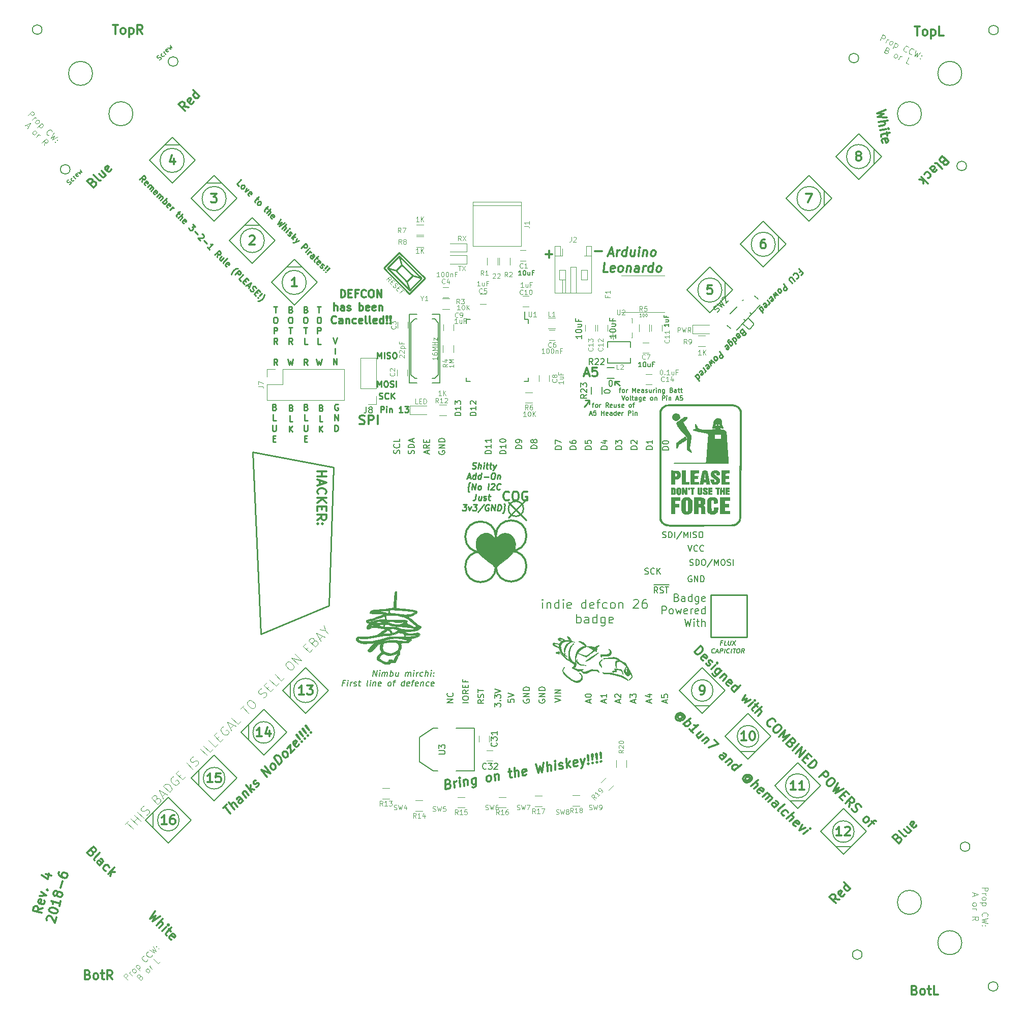
<source format=gbr>
G04 #@! TF.GenerationSoftware,KiCad,Pcbnew,(5.0.0-rc2-dev-26-g0d794b2)*
G04 #@! TF.CreationDate,2018-07-01T20:50:18-07:00*
G04 #@! TF.ProjectId,Skull_badge,536B756C6C5F62616467652E6B696361,rev?*
G04 #@! TF.SameCoordinates,Original*
G04 #@! TF.FileFunction,Legend,Top*
G04 #@! TF.FilePolarity,Positive*
%FSLAX46Y46*%
G04 Gerber Fmt 4.6, Leading zero omitted, Abs format (unit mm)*
G04 Created by KiCad (PCBNEW (5.0.0-rc2-dev-26-g0d794b2)) date Sunday, July 01, 2018 at 08:50:18 PM*
%MOMM*%
%LPD*%
G01*
G04 APERTURE LIST*
%ADD10C,0.300000*%
%ADD11C,0.187500*%
%ADD12C,0.250000*%
%ADD13C,0.200000*%
%ADD14C,0.100000*%
%ADD15C,0.150000*%
%ADD16C,0.375000*%
%ADD17C,0.120000*%
%ADD18C,0.010000*%
%ADD19C,0.254000*%
%ADD20C,0.125000*%
G04 APERTURE END LIST*
D10*
X116248908Y-168323958D02*
X116463549Y-168358641D01*
X116537503Y-168418131D01*
X116615067Y-168549516D01*
X116625899Y-168765197D01*
X116562777Y-168921388D01*
X116496044Y-169005686D01*
X116358967Y-169102386D01*
X115796220Y-169201614D01*
X115720399Y-167691843D01*
X116212803Y-167605019D01*
X116357100Y-167652106D01*
X116431054Y-167711596D01*
X116508619Y-167842981D01*
X116515840Y-167986768D01*
X116452718Y-168142960D01*
X116385985Y-168227257D01*
X116248908Y-168323958D01*
X115756504Y-168410782D01*
X117273432Y-168941142D02*
X117222885Y-167934628D01*
X117237327Y-168222203D02*
X117300449Y-168066012D01*
X117367182Y-167981715D01*
X117504258Y-167885014D01*
X117644945Y-167860207D01*
X118187896Y-168779897D02*
X118137349Y-167773383D01*
X118112075Y-167270126D02*
X118045342Y-167354423D01*
X118119296Y-167413914D01*
X118186029Y-167329617D01*
X118112075Y-167270126D01*
X118119296Y-167413914D01*
X118840783Y-167649349D02*
X118891330Y-168655862D01*
X118848004Y-167793136D02*
X118914737Y-167708839D01*
X119051813Y-167612138D01*
X119262843Y-167574928D01*
X119407141Y-167622015D01*
X119484705Y-167753399D01*
X119524421Y-168544231D01*
X120810398Y-167302052D02*
X120871777Y-168524248D01*
X120808655Y-168680439D01*
X120741922Y-168764736D01*
X120604846Y-168861437D01*
X120393815Y-168898647D01*
X120249518Y-168851560D01*
X120857335Y-168236672D02*
X120720259Y-168333373D01*
X120438885Y-168382987D01*
X120294588Y-168335900D01*
X120220634Y-168276409D01*
X120143070Y-168145025D01*
X120121406Y-167713662D01*
X120184529Y-167557471D01*
X120251262Y-167473174D01*
X120388338Y-167376473D01*
X120669712Y-167326859D01*
X120814009Y-167373946D01*
X122900905Y-167948866D02*
X122756607Y-167901779D01*
X122682653Y-167842289D01*
X122605089Y-167710905D01*
X122583426Y-167279542D01*
X122646548Y-167123351D01*
X122713281Y-167039053D01*
X122850357Y-166942353D01*
X123061388Y-166905142D01*
X123205685Y-166952229D01*
X123279639Y-167011720D01*
X123357203Y-167143104D01*
X123378866Y-167574467D01*
X123315744Y-167730658D01*
X123249011Y-167814955D01*
X123111935Y-167911656D01*
X122900905Y-167948866D01*
X123975852Y-166743897D02*
X124026399Y-167750411D01*
X123983073Y-166887685D02*
X124049806Y-166803388D01*
X124186882Y-166706687D01*
X124397912Y-166669477D01*
X124542210Y-166716564D01*
X124619774Y-166847948D01*
X124659490Y-167638780D01*
X126226841Y-166346987D02*
X126789588Y-166247760D01*
X126412598Y-165806520D02*
X126477587Y-167100609D01*
X126555151Y-167231994D01*
X126699449Y-167279080D01*
X126840136Y-167254274D01*
X127332539Y-167167449D02*
X127256719Y-165657679D01*
X127965630Y-167055819D02*
X127925915Y-166264986D01*
X127848350Y-166133602D01*
X127704053Y-166086515D01*
X127493023Y-166123725D01*
X127355946Y-166220426D01*
X127289213Y-166304723D01*
X129228201Y-166760663D02*
X129091125Y-166857363D01*
X128809751Y-166906977D01*
X128665454Y-166859890D01*
X128587889Y-166728506D01*
X128559005Y-166153355D01*
X128622128Y-165997164D01*
X128759204Y-165900463D01*
X129040578Y-165850850D01*
X129184875Y-165897937D01*
X129262439Y-166029321D01*
X129269660Y-166173109D01*
X128573447Y-166440931D01*
X130844233Y-165025103D02*
X131271770Y-166472857D01*
X131498986Y-165344835D01*
X131834518Y-166373629D01*
X132110414Y-164801841D01*
X132748982Y-166212385D02*
X132673161Y-164702614D01*
X133382073Y-166100754D02*
X133342357Y-165309921D01*
X133264793Y-165178537D01*
X133120495Y-165131450D01*
X132909465Y-165168660D01*
X132772389Y-165265361D01*
X132705656Y-165349658D01*
X134085507Y-165976719D02*
X134034960Y-164970205D01*
X134009686Y-164466948D02*
X133942953Y-164551246D01*
X134016907Y-164610736D01*
X134083640Y-164526439D01*
X134009686Y-164466948D01*
X134016907Y-164610736D01*
X134714987Y-165793194D02*
X134859284Y-165840281D01*
X135140658Y-165790668D01*
X135277734Y-165693967D01*
X135340857Y-165537776D01*
X135337246Y-165465882D01*
X135259682Y-165334498D01*
X135115384Y-165287411D01*
X134904354Y-165324621D01*
X134760057Y-165277534D01*
X134682492Y-165146150D01*
X134678882Y-165074256D01*
X134742004Y-164918065D01*
X134879081Y-164821364D01*
X135090111Y-164784154D01*
X135234408Y-164831241D01*
X135984779Y-165641826D02*
X135908958Y-164132056D01*
X136096582Y-165041869D02*
X136547526Y-165542599D01*
X136496979Y-164536085D02*
X135963116Y-165210463D01*
X137739754Y-165259846D02*
X137602677Y-165356547D01*
X137321304Y-165406161D01*
X137177006Y-165359074D01*
X137099442Y-165227690D01*
X137070558Y-164652539D01*
X137133680Y-164496348D01*
X137270757Y-164399647D01*
X137552130Y-164350033D01*
X137696428Y-164397120D01*
X137773992Y-164528504D01*
X137781213Y-164672292D01*
X137085000Y-164940114D01*
X138255564Y-164225999D02*
X138657829Y-165170495D01*
X138958998Y-164101964D02*
X138657829Y-165170495D01*
X138535194Y-165554772D01*
X138468462Y-165639069D01*
X138331385Y-165735770D01*
X139565072Y-164865463D02*
X139639026Y-164924953D01*
X139572293Y-165009251D01*
X139498339Y-164949760D01*
X139565072Y-164865463D01*
X139572293Y-165009251D01*
X139543409Y-164434100D02*
X139429739Y-163583777D01*
X139496472Y-163499480D01*
X139570426Y-163558970D01*
X139543409Y-164434100D01*
X139496472Y-163499480D01*
X140268506Y-164741429D02*
X140342460Y-164800919D01*
X140275727Y-164885216D01*
X140201773Y-164825726D01*
X140268506Y-164741429D01*
X140275727Y-164885216D01*
X140246843Y-164310066D02*
X140133173Y-163459743D01*
X140199906Y-163375446D01*
X140273860Y-163434936D01*
X140246843Y-164310066D01*
X140199906Y-163375446D01*
X140971940Y-164617394D02*
X141045894Y-164676885D01*
X140979161Y-164761182D01*
X140905207Y-164701691D01*
X140971940Y-164617394D01*
X140979161Y-164761182D01*
X140950277Y-164186031D02*
X140836607Y-163335709D01*
X140903340Y-163251411D01*
X140977294Y-163310902D01*
X140950277Y-164186031D01*
X140903340Y-163251411D01*
X141675374Y-164493360D02*
X141749328Y-164552850D01*
X141682595Y-164637147D01*
X141608641Y-164577657D01*
X141675374Y-164493360D01*
X141682595Y-164637147D01*
X141653711Y-164061997D02*
X141540042Y-163211674D01*
X141606775Y-163127377D01*
X141680728Y-163186867D01*
X141653711Y-164061997D01*
X141606775Y-163127377D01*
D11*
X161874146Y-144822335D02*
X161624146Y-144822335D01*
X161575039Y-145215192D02*
X161668789Y-144465192D01*
X162025932Y-144465192D01*
X162575039Y-145215192D02*
X162217896Y-145215192D01*
X162311646Y-144465192D01*
X162918789Y-144465192D02*
X162842896Y-145072335D01*
X162869682Y-145143764D01*
X162900932Y-145179478D01*
X162967896Y-145215192D01*
X163110753Y-145215192D01*
X163186646Y-145179478D01*
X163226825Y-145143764D01*
X163271467Y-145072335D01*
X163347360Y-144465192D01*
X163633075Y-144465192D02*
X164039325Y-145215192D01*
X164133075Y-144465192D02*
X163539325Y-145215192D01*
X160530396Y-146456264D02*
X160490217Y-146491978D01*
X160378610Y-146527692D01*
X160307182Y-146527692D01*
X160204503Y-146491978D01*
X160142003Y-146420549D01*
X160115217Y-146349121D01*
X160097360Y-146206264D01*
X160110753Y-146099121D01*
X160164325Y-145956264D01*
X160208967Y-145884835D01*
X160289325Y-145813407D01*
X160400932Y-145777692D01*
X160472360Y-145777692D01*
X160575039Y-145813407D01*
X160606289Y-145849121D01*
X160833967Y-146313407D02*
X161191110Y-146313407D01*
X160735753Y-146527692D02*
X161079503Y-145777692D01*
X161235753Y-146527692D01*
X161485753Y-146527692D02*
X161579503Y-145777692D01*
X161865217Y-145777692D01*
X161932182Y-145813407D01*
X161963432Y-145849121D01*
X161990217Y-145920549D01*
X161976825Y-146027692D01*
X161932182Y-146099121D01*
X161892003Y-146134835D01*
X161816110Y-146170549D01*
X161530396Y-146170549D01*
X162235753Y-146527692D02*
X162329503Y-145777692D01*
X163030396Y-146456264D02*
X162990217Y-146491978D01*
X162878610Y-146527692D01*
X162807182Y-146527692D01*
X162704503Y-146491978D01*
X162642003Y-146420549D01*
X162615217Y-146349121D01*
X162597360Y-146206264D01*
X162610753Y-146099121D01*
X162664325Y-145956264D01*
X162708967Y-145884835D01*
X162789325Y-145813407D01*
X162900932Y-145777692D01*
X162972360Y-145777692D01*
X163075039Y-145813407D01*
X163106289Y-145849121D01*
X163342896Y-146527692D02*
X163436646Y-145777692D01*
X163686646Y-145777692D02*
X164115217Y-145777692D01*
X163807182Y-146527692D02*
X163900932Y-145777692D01*
X164508075Y-145777692D02*
X164650932Y-145777692D01*
X164717896Y-145813407D01*
X164780396Y-145884835D01*
X164798253Y-146027692D01*
X164767003Y-146277692D01*
X164713432Y-146420549D01*
X164633075Y-146491978D01*
X164557182Y-146527692D01*
X164414325Y-146527692D01*
X164347360Y-146491978D01*
X164284860Y-146420549D01*
X164267003Y-146277692D01*
X164298253Y-146027692D01*
X164351825Y-145884835D01*
X164432182Y-145813407D01*
X164508075Y-145777692D01*
X165485753Y-146527692D02*
X165280396Y-146170549D01*
X165057182Y-146527692D02*
X165150932Y-145777692D01*
X165436646Y-145777692D01*
X165503610Y-145813407D01*
X165534860Y-145849121D01*
X165561646Y-145920549D01*
X165548253Y-146027692D01*
X165503610Y-146099121D01*
X165463432Y-146134835D01*
X165387539Y-146170549D01*
X165101825Y-146170549D01*
D12*
X159929113Y-143832157D02*
X159929113Y-142832157D01*
X165929113Y-143832157D02*
X159929113Y-143832157D01*
X165929113Y-143632157D02*
X165929113Y-143832157D01*
X165929113Y-136832157D02*
X165929113Y-143632157D01*
X165829113Y-136832157D02*
X165929113Y-136832157D01*
X164929113Y-136832157D02*
X165829113Y-136832157D01*
D13*
X154299113Y-137267871D02*
X154477684Y-137327395D01*
X154537208Y-137386918D01*
X154596732Y-137505966D01*
X154596732Y-137684537D01*
X154537208Y-137803585D01*
X154477684Y-137863109D01*
X154358636Y-137922633D01*
X153882446Y-137922633D01*
X153882446Y-136672633D01*
X154299113Y-136672633D01*
X154418160Y-136732157D01*
X154477684Y-136791680D01*
X154537208Y-136910728D01*
X154537208Y-137029776D01*
X154477684Y-137148823D01*
X154418160Y-137208347D01*
X154299113Y-137267871D01*
X153882446Y-137267871D01*
X155668160Y-137922633D02*
X155668160Y-137267871D01*
X155608636Y-137148823D01*
X155489589Y-137089299D01*
X155251493Y-137089299D01*
X155132446Y-137148823D01*
X155668160Y-137863109D02*
X155549113Y-137922633D01*
X155251493Y-137922633D01*
X155132446Y-137863109D01*
X155072922Y-137744061D01*
X155072922Y-137625014D01*
X155132446Y-137505966D01*
X155251493Y-137446442D01*
X155549113Y-137446442D01*
X155668160Y-137386918D01*
X156799113Y-137922633D02*
X156799113Y-136672633D01*
X156799113Y-137863109D02*
X156680065Y-137922633D01*
X156441970Y-137922633D01*
X156322922Y-137863109D01*
X156263398Y-137803585D01*
X156203874Y-137684537D01*
X156203874Y-137327395D01*
X156263398Y-137208347D01*
X156322922Y-137148823D01*
X156441970Y-137089299D01*
X156680065Y-137089299D01*
X156799113Y-137148823D01*
X157930065Y-137089299D02*
X157930065Y-138101204D01*
X157870541Y-138220252D01*
X157811017Y-138279776D01*
X157691970Y-138339299D01*
X157513398Y-138339299D01*
X157394351Y-138279776D01*
X157930065Y-137863109D02*
X157811017Y-137922633D01*
X157572922Y-137922633D01*
X157453874Y-137863109D01*
X157394351Y-137803585D01*
X157334827Y-137684537D01*
X157334827Y-137327395D01*
X157394351Y-137208347D01*
X157453874Y-137148823D01*
X157572922Y-137089299D01*
X157811017Y-137089299D01*
X157930065Y-137148823D01*
X159001493Y-137863109D02*
X158882446Y-137922633D01*
X158644351Y-137922633D01*
X158525303Y-137863109D01*
X158465779Y-137744061D01*
X158465779Y-137267871D01*
X158525303Y-137148823D01*
X158644351Y-137089299D01*
X158882446Y-137089299D01*
X159001493Y-137148823D01*
X159061017Y-137267871D01*
X159061017Y-137386918D01*
X158465779Y-137505966D01*
X151858636Y-139997633D02*
X151858636Y-138747633D01*
X152334827Y-138747633D01*
X152453874Y-138807157D01*
X152513398Y-138866680D01*
X152572922Y-138985728D01*
X152572922Y-139164299D01*
X152513398Y-139283347D01*
X152453874Y-139342871D01*
X152334827Y-139402395D01*
X151858636Y-139402395D01*
X153287208Y-139997633D02*
X153168160Y-139938109D01*
X153108636Y-139878585D01*
X153049113Y-139759537D01*
X153049113Y-139402395D01*
X153108636Y-139283347D01*
X153168160Y-139223823D01*
X153287208Y-139164299D01*
X153465779Y-139164299D01*
X153584827Y-139223823D01*
X153644351Y-139283347D01*
X153703874Y-139402395D01*
X153703874Y-139759537D01*
X153644351Y-139878585D01*
X153584827Y-139938109D01*
X153465779Y-139997633D01*
X153287208Y-139997633D01*
X154120541Y-139164299D02*
X154358636Y-139997633D01*
X154596732Y-139402395D01*
X154834827Y-139997633D01*
X155072922Y-139164299D01*
X156025303Y-139938109D02*
X155906255Y-139997633D01*
X155668160Y-139997633D01*
X155549113Y-139938109D01*
X155489589Y-139819061D01*
X155489589Y-139342871D01*
X155549113Y-139223823D01*
X155668160Y-139164299D01*
X155906255Y-139164299D01*
X156025303Y-139223823D01*
X156084827Y-139342871D01*
X156084827Y-139461918D01*
X155489589Y-139580966D01*
X156620541Y-139997633D02*
X156620541Y-139164299D01*
X156620541Y-139402395D02*
X156680065Y-139283347D01*
X156739589Y-139223823D01*
X156858636Y-139164299D01*
X156977684Y-139164299D01*
X157870541Y-139938109D02*
X157751493Y-139997633D01*
X157513398Y-139997633D01*
X157394351Y-139938109D01*
X157334827Y-139819061D01*
X157334827Y-139342871D01*
X157394351Y-139223823D01*
X157513398Y-139164299D01*
X157751493Y-139164299D01*
X157870541Y-139223823D01*
X157930065Y-139342871D01*
X157930065Y-139461918D01*
X157334827Y-139580966D01*
X159001493Y-139997633D02*
X159001493Y-138747633D01*
X159001493Y-139938109D02*
X158882446Y-139997633D01*
X158644351Y-139997633D01*
X158525303Y-139938109D01*
X158465779Y-139878585D01*
X158406255Y-139759537D01*
X158406255Y-139402395D01*
X158465779Y-139283347D01*
X158525303Y-139223823D01*
X158644351Y-139164299D01*
X158882446Y-139164299D01*
X159001493Y-139223823D01*
X155608636Y-140822633D02*
X155906255Y-142072633D01*
X156144351Y-141179776D01*
X156382446Y-142072633D01*
X156680065Y-140822633D01*
X157156255Y-142072633D02*
X157156255Y-141239299D01*
X157156255Y-140822633D02*
X157096732Y-140882157D01*
X157156255Y-140941680D01*
X157215779Y-140882157D01*
X157156255Y-140822633D01*
X157156255Y-140941680D01*
X157572922Y-141239299D02*
X158049113Y-141239299D01*
X157751493Y-140822633D02*
X157751493Y-141894061D01*
X157811017Y-142013109D01*
X157930065Y-142072633D01*
X158049113Y-142072633D01*
X158465779Y-142072633D02*
X158465779Y-140822633D01*
X159001493Y-142072633D02*
X159001493Y-141417871D01*
X158941970Y-141298823D01*
X158822922Y-141239299D01*
X158644351Y-141239299D01*
X158525303Y-141298823D01*
X158465779Y-141358347D01*
D12*
X159929113Y-142832157D02*
X159929113Y-136832157D01*
X159929113Y-136832157D02*
X164929113Y-136832157D01*
D10*
X98366017Y-87322633D02*
X98366017Y-86072633D01*
X98663636Y-86072633D01*
X98842208Y-86132157D01*
X98961255Y-86251204D01*
X99020779Y-86370252D01*
X99080303Y-86608347D01*
X99080303Y-86786918D01*
X99020779Y-87025014D01*
X98961255Y-87144061D01*
X98842208Y-87263109D01*
X98663636Y-87322633D01*
X98366017Y-87322633D01*
X99616017Y-86667871D02*
X100032684Y-86667871D01*
X100211255Y-87322633D02*
X99616017Y-87322633D01*
X99616017Y-86072633D01*
X100211255Y-86072633D01*
X101163636Y-86667871D02*
X100746970Y-86667871D01*
X100746970Y-87322633D02*
X100746970Y-86072633D01*
X101342208Y-86072633D01*
X102532684Y-87203585D02*
X102473160Y-87263109D01*
X102294589Y-87322633D01*
X102175541Y-87322633D01*
X101996970Y-87263109D01*
X101877922Y-87144061D01*
X101818398Y-87025014D01*
X101758874Y-86786918D01*
X101758874Y-86608347D01*
X101818398Y-86370252D01*
X101877922Y-86251204D01*
X101996970Y-86132157D01*
X102175541Y-86072633D01*
X102294589Y-86072633D01*
X102473160Y-86132157D01*
X102532684Y-86191680D01*
X103306493Y-86072633D02*
X103544589Y-86072633D01*
X103663636Y-86132157D01*
X103782684Y-86251204D01*
X103842208Y-86489299D01*
X103842208Y-86905966D01*
X103782684Y-87144061D01*
X103663636Y-87263109D01*
X103544589Y-87322633D01*
X103306493Y-87322633D01*
X103187446Y-87263109D01*
X103068398Y-87144061D01*
X103008874Y-86905966D01*
X103008874Y-86489299D01*
X103068398Y-86251204D01*
X103187446Y-86132157D01*
X103306493Y-86072633D01*
X104377922Y-87322633D02*
X104377922Y-86072633D01*
X105092208Y-87322633D01*
X105092208Y-86072633D01*
X97235065Y-89497633D02*
X97235065Y-88247633D01*
X97770779Y-89497633D02*
X97770779Y-88842871D01*
X97711255Y-88723823D01*
X97592208Y-88664299D01*
X97413636Y-88664299D01*
X97294589Y-88723823D01*
X97235065Y-88783347D01*
X98901732Y-89497633D02*
X98901732Y-88842871D01*
X98842208Y-88723823D01*
X98723160Y-88664299D01*
X98485065Y-88664299D01*
X98366017Y-88723823D01*
X98901732Y-89438109D02*
X98782684Y-89497633D01*
X98485065Y-89497633D01*
X98366017Y-89438109D01*
X98306493Y-89319061D01*
X98306493Y-89200014D01*
X98366017Y-89080966D01*
X98485065Y-89021442D01*
X98782684Y-89021442D01*
X98901732Y-88961918D01*
X99437446Y-89438109D02*
X99556493Y-89497633D01*
X99794589Y-89497633D01*
X99913636Y-89438109D01*
X99973160Y-89319061D01*
X99973160Y-89259537D01*
X99913636Y-89140490D01*
X99794589Y-89080966D01*
X99616017Y-89080966D01*
X99496970Y-89021442D01*
X99437446Y-88902395D01*
X99437446Y-88842871D01*
X99496970Y-88723823D01*
X99616017Y-88664299D01*
X99794589Y-88664299D01*
X99913636Y-88723823D01*
X101461255Y-89497633D02*
X101461255Y-88247633D01*
X101461255Y-88723823D02*
X101580303Y-88664299D01*
X101818398Y-88664299D01*
X101937446Y-88723823D01*
X101996970Y-88783347D01*
X102056493Y-88902395D01*
X102056493Y-89259537D01*
X101996970Y-89378585D01*
X101937446Y-89438109D01*
X101818398Y-89497633D01*
X101580303Y-89497633D01*
X101461255Y-89438109D01*
X103068398Y-89438109D02*
X102949351Y-89497633D01*
X102711255Y-89497633D01*
X102592208Y-89438109D01*
X102532684Y-89319061D01*
X102532684Y-88842871D01*
X102592208Y-88723823D01*
X102711255Y-88664299D01*
X102949351Y-88664299D01*
X103068398Y-88723823D01*
X103127922Y-88842871D01*
X103127922Y-88961918D01*
X102532684Y-89080966D01*
X104139827Y-89438109D02*
X104020779Y-89497633D01*
X103782684Y-89497633D01*
X103663636Y-89438109D01*
X103604113Y-89319061D01*
X103604113Y-88842871D01*
X103663636Y-88723823D01*
X103782684Y-88664299D01*
X104020779Y-88664299D01*
X104139827Y-88723823D01*
X104199351Y-88842871D01*
X104199351Y-88961918D01*
X103604113Y-89080966D01*
X104735065Y-88664299D02*
X104735065Y-89497633D01*
X104735065Y-88783347D02*
X104794589Y-88723823D01*
X104913636Y-88664299D01*
X105092208Y-88664299D01*
X105211255Y-88723823D01*
X105270779Y-88842871D01*
X105270779Y-89497633D01*
X97562446Y-91553585D02*
X97502922Y-91613109D01*
X97324351Y-91672633D01*
X97205303Y-91672633D01*
X97026732Y-91613109D01*
X96907684Y-91494061D01*
X96848160Y-91375014D01*
X96788636Y-91136918D01*
X96788636Y-90958347D01*
X96848160Y-90720252D01*
X96907684Y-90601204D01*
X97026732Y-90482157D01*
X97205303Y-90422633D01*
X97324351Y-90422633D01*
X97502922Y-90482157D01*
X97562446Y-90541680D01*
X98633874Y-91672633D02*
X98633874Y-91017871D01*
X98574351Y-90898823D01*
X98455303Y-90839299D01*
X98217208Y-90839299D01*
X98098160Y-90898823D01*
X98633874Y-91613109D02*
X98514827Y-91672633D01*
X98217208Y-91672633D01*
X98098160Y-91613109D01*
X98038636Y-91494061D01*
X98038636Y-91375014D01*
X98098160Y-91255966D01*
X98217208Y-91196442D01*
X98514827Y-91196442D01*
X98633874Y-91136918D01*
X99229113Y-90839299D02*
X99229113Y-91672633D01*
X99229113Y-90958347D02*
X99288636Y-90898823D01*
X99407684Y-90839299D01*
X99586255Y-90839299D01*
X99705303Y-90898823D01*
X99764827Y-91017871D01*
X99764827Y-91672633D01*
X100895779Y-91613109D02*
X100776732Y-91672633D01*
X100538636Y-91672633D01*
X100419589Y-91613109D01*
X100360065Y-91553585D01*
X100300541Y-91434537D01*
X100300541Y-91077395D01*
X100360065Y-90958347D01*
X100419589Y-90898823D01*
X100538636Y-90839299D01*
X100776732Y-90839299D01*
X100895779Y-90898823D01*
X101907684Y-91613109D02*
X101788636Y-91672633D01*
X101550541Y-91672633D01*
X101431493Y-91613109D01*
X101371970Y-91494061D01*
X101371970Y-91017871D01*
X101431493Y-90898823D01*
X101550541Y-90839299D01*
X101788636Y-90839299D01*
X101907684Y-90898823D01*
X101967208Y-91017871D01*
X101967208Y-91136918D01*
X101371970Y-91255966D01*
X102681493Y-91672633D02*
X102562446Y-91613109D01*
X102502922Y-91494061D01*
X102502922Y-90422633D01*
X103336255Y-91672633D02*
X103217208Y-91613109D01*
X103157684Y-91494061D01*
X103157684Y-90422633D01*
X104288636Y-91613109D02*
X104169589Y-91672633D01*
X103931493Y-91672633D01*
X103812446Y-91613109D01*
X103752922Y-91494061D01*
X103752922Y-91017871D01*
X103812446Y-90898823D01*
X103931493Y-90839299D01*
X104169589Y-90839299D01*
X104288636Y-90898823D01*
X104348160Y-91017871D01*
X104348160Y-91136918D01*
X103752922Y-91255966D01*
X105419589Y-91672633D02*
X105419589Y-90422633D01*
X105419589Y-91613109D02*
X105300541Y-91672633D01*
X105062446Y-91672633D01*
X104943398Y-91613109D01*
X104883874Y-91553585D01*
X104824351Y-91434537D01*
X104824351Y-91077395D01*
X104883874Y-90958347D01*
X104943398Y-90898823D01*
X105062446Y-90839299D01*
X105300541Y-90839299D01*
X105419589Y-90898823D01*
X106014827Y-91553585D02*
X106074351Y-91613109D01*
X106014827Y-91672633D01*
X105955303Y-91613109D01*
X106014827Y-91553585D01*
X106014827Y-91672633D01*
X106014827Y-91196442D02*
X105955303Y-90482157D01*
X106014827Y-90422633D01*
X106074351Y-90482157D01*
X106014827Y-91196442D01*
X106014827Y-90422633D01*
X106610065Y-91553585D02*
X106669589Y-91613109D01*
X106610065Y-91672633D01*
X106550541Y-91613109D01*
X106610065Y-91553585D01*
X106610065Y-91672633D01*
X106610065Y-91196442D02*
X106550541Y-90482157D01*
X106610065Y-90422633D01*
X106669589Y-90482157D01*
X106610065Y-91196442D01*
X106610065Y-90422633D01*
D12*
X65228602Y-68071410D02*
X65329618Y-67498990D01*
X64824541Y-67667349D02*
X65531648Y-66960242D01*
X65801022Y-67229616D01*
X65834694Y-67330631D01*
X65834694Y-67397975D01*
X65801022Y-67498990D01*
X65700007Y-67600005D01*
X65598992Y-67633677D01*
X65531648Y-67633677D01*
X65430633Y-67600005D01*
X65161259Y-67330631D01*
X65834694Y-68610158D02*
X65733679Y-68576486D01*
X65598992Y-68441799D01*
X65565320Y-68340784D01*
X65598992Y-68239768D01*
X65868366Y-67970394D01*
X65969381Y-67936723D01*
X66070396Y-67970394D01*
X66205083Y-68105081D01*
X66238755Y-68206097D01*
X66205083Y-68307112D01*
X66137740Y-68374455D01*
X65733679Y-68105081D01*
X66137740Y-68980547D02*
X66609144Y-68509142D01*
X66541801Y-68576486D02*
X66609144Y-68576486D01*
X66710159Y-68610158D01*
X66811175Y-68711173D01*
X66844846Y-68812188D01*
X66811175Y-68913203D01*
X66440785Y-69283593D01*
X66811175Y-68913203D02*
X66912190Y-68879532D01*
X67013205Y-68913203D01*
X67114220Y-69014219D01*
X67147892Y-69115234D01*
X67114220Y-69216249D01*
X66743831Y-69586638D01*
X67383594Y-70159058D02*
X67282579Y-70125386D01*
X67147892Y-69990699D01*
X67114220Y-69889684D01*
X67147892Y-69788669D01*
X67417266Y-69519295D01*
X67518281Y-69485623D01*
X67619297Y-69519295D01*
X67753984Y-69653982D01*
X67787655Y-69754997D01*
X67753984Y-69856012D01*
X67686640Y-69923356D01*
X67282579Y-69653982D01*
X67686640Y-70529447D02*
X68158045Y-70058043D01*
X68090701Y-70125386D02*
X68158045Y-70125386D01*
X68259060Y-70159058D01*
X68360075Y-70260073D01*
X68393747Y-70361089D01*
X68360075Y-70462104D01*
X67989686Y-70832493D01*
X68360075Y-70462104D02*
X68461090Y-70428432D01*
X68562106Y-70462104D01*
X68663121Y-70563119D01*
X68696793Y-70664134D01*
X68663121Y-70765150D01*
X68292732Y-71135539D01*
X68629449Y-71472256D02*
X69336556Y-70765150D01*
X69067182Y-71034524D02*
X69168197Y-71068195D01*
X69302884Y-71202882D01*
X69336556Y-71303898D01*
X69336556Y-71371241D01*
X69302884Y-71472256D01*
X69100854Y-71674287D01*
X68999838Y-71707959D01*
X68932495Y-71707959D01*
X68831480Y-71674287D01*
X68696793Y-71539600D01*
X68663121Y-71438585D01*
X69572258Y-72347722D02*
X69471243Y-72314050D01*
X69336556Y-72179363D01*
X69302884Y-72078348D01*
X69336556Y-71977333D01*
X69605930Y-71707959D01*
X69706945Y-71674287D01*
X69807961Y-71707959D01*
X69942648Y-71842646D01*
X69976319Y-71943661D01*
X69942648Y-72044676D01*
X69875304Y-72112020D01*
X69471243Y-71842646D01*
X69875304Y-72718111D02*
X70346709Y-72246707D01*
X70212022Y-72381394D02*
X70313037Y-72347722D01*
X70380380Y-72347722D01*
X70481396Y-72381394D01*
X70548739Y-72448737D01*
X71222174Y-73122172D02*
X71491548Y-73391546D01*
X71558892Y-72987485D02*
X70952800Y-73593577D01*
X70919128Y-73694592D01*
X70952800Y-73795607D01*
X71020144Y-73862951D01*
X71255846Y-74098653D02*
X71962953Y-73391546D01*
X71558892Y-74401699D02*
X71929281Y-74031310D01*
X71962953Y-73930294D01*
X71929281Y-73829279D01*
X71828266Y-73728264D01*
X71727250Y-73694592D01*
X71659907Y-73694592D01*
X72198655Y-74974119D02*
X72097640Y-74940447D01*
X71962953Y-74805760D01*
X71929281Y-74704745D01*
X71962953Y-74603729D01*
X72232327Y-74334355D01*
X72333342Y-74300684D01*
X72434357Y-74334355D01*
X72569044Y-74469042D01*
X72602716Y-74570058D01*
X72569044Y-74671073D01*
X72501701Y-74738416D01*
X72097640Y-74469042D01*
X73680212Y-75108806D02*
X74117945Y-75546538D01*
X73612868Y-75580210D01*
X73713884Y-75681225D01*
X73747555Y-75782241D01*
X73747555Y-75849584D01*
X73713884Y-75950599D01*
X73545525Y-76118958D01*
X73444510Y-76152630D01*
X73377166Y-76152630D01*
X73276151Y-76118958D01*
X73074120Y-75916928D01*
X73040449Y-75815912D01*
X73040449Y-75748569D01*
X73983258Y-76287317D02*
X74522006Y-76826065D01*
X75195441Y-76758721D02*
X75262784Y-76758721D01*
X75363800Y-76792393D01*
X75532158Y-76960752D01*
X75565830Y-77061767D01*
X75565830Y-77129111D01*
X75532158Y-77230126D01*
X75464815Y-77297469D01*
X75330128Y-77364813D01*
X74522006Y-77364813D01*
X74959738Y-77802546D01*
X75532158Y-77836218D02*
X76070906Y-78374966D01*
X76508639Y-79351446D02*
X76104578Y-78947385D01*
X76306609Y-79149416D02*
X77013715Y-78442309D01*
X76845357Y-78475981D01*
X76710670Y-78475981D01*
X76609654Y-78442309D01*
X77754494Y-80597301D02*
X77855509Y-80024881D01*
X77350433Y-80193240D02*
X78057540Y-79486133D01*
X78326914Y-79755507D01*
X78360585Y-79856523D01*
X78360585Y-79923866D01*
X78326914Y-80024881D01*
X78225898Y-80125897D01*
X78124883Y-80159568D01*
X78057540Y-80159568D01*
X77956524Y-80125897D01*
X77687150Y-79856523D01*
X78831990Y-80731988D02*
X78360585Y-81203393D01*
X78528944Y-80428942D02*
X78158555Y-80799332D01*
X78124883Y-80900347D01*
X78158555Y-81001362D01*
X78259570Y-81102377D01*
X78360585Y-81136049D01*
X78427929Y-81136049D01*
X78798318Y-81641125D02*
X78764646Y-81540110D01*
X78798318Y-81439095D01*
X79404410Y-80833003D01*
X79370738Y-82146202D02*
X79269723Y-82112530D01*
X79135036Y-81977843D01*
X79101364Y-81876828D01*
X79135036Y-81775812D01*
X79404410Y-81506438D01*
X79505425Y-81472767D01*
X79606440Y-81506438D01*
X79741127Y-81641125D01*
X79774799Y-81742141D01*
X79741127Y-81843156D01*
X79673784Y-81910499D01*
X79269723Y-81641125D01*
X80145188Y-83526744D02*
X80145188Y-83459400D01*
X80178860Y-83291041D01*
X80212532Y-83190026D01*
X80279875Y-83055339D01*
X80414562Y-82853308D01*
X80549249Y-82718621D01*
X80751280Y-82583934D01*
X80885967Y-82516591D01*
X80986982Y-82482919D01*
X81155341Y-82449247D01*
X81222684Y-82449247D01*
X80683936Y-83526744D02*
X81391043Y-82819637D01*
X81660417Y-83089011D01*
X81694089Y-83190026D01*
X81694089Y-83257370D01*
X81660417Y-83358385D01*
X81559402Y-83459400D01*
X81458387Y-83493072D01*
X81391043Y-83493072D01*
X81290028Y-83459400D01*
X81020654Y-83190026D01*
X81727761Y-84570568D02*
X81391043Y-84233850D01*
X82098150Y-83526744D01*
X82333852Y-84435881D02*
X82569554Y-84671583D01*
X82300180Y-85142988D02*
X81963463Y-84806270D01*
X82670570Y-84099163D01*
X83007287Y-84435881D01*
X82771585Y-85210331D02*
X83108302Y-85547049D01*
X82502211Y-85345018D02*
X83445020Y-84873614D01*
X82973615Y-85816423D01*
X83209318Y-85984781D02*
X83276661Y-86119468D01*
X83445020Y-86287827D01*
X83546035Y-86321499D01*
X83613379Y-86321499D01*
X83714394Y-86287827D01*
X83781737Y-86220484D01*
X83815409Y-86119468D01*
X83815409Y-86052125D01*
X83781737Y-85951110D01*
X83680722Y-85782751D01*
X83647050Y-85681736D01*
X83647050Y-85614392D01*
X83680722Y-85513377D01*
X83748066Y-85446033D01*
X83849081Y-85412362D01*
X83916424Y-85412362D01*
X84017440Y-85446033D01*
X84185798Y-85614392D01*
X84253142Y-85749079D01*
X84253142Y-86355171D02*
X84488844Y-86590873D01*
X84219470Y-87062277D02*
X83882753Y-86725560D01*
X84589859Y-86018453D01*
X84926577Y-86355171D01*
X84589859Y-87297980D02*
X84589859Y-87365323D01*
X84522516Y-87365323D01*
X84522516Y-87297980D01*
X84589859Y-87297980D01*
X84522516Y-87365323D01*
X84791890Y-87095949D02*
X85162279Y-86658216D01*
X85229623Y-86658216D01*
X85229623Y-86725560D01*
X84791890Y-87095949D01*
X85229623Y-86658216D01*
X84522516Y-87904071D02*
X84589859Y-87904071D01*
X84758218Y-87870399D01*
X84859233Y-87836728D01*
X84993920Y-87769384D01*
X85195951Y-87634697D01*
X85330638Y-87500010D01*
X85465325Y-87297980D01*
X85532668Y-87163293D01*
X85566340Y-87062277D01*
X85600012Y-86893919D01*
X85600012Y-86826575D01*
X81388671Y-68731478D02*
X81051953Y-68394760D01*
X81759060Y-67687654D01*
X81725388Y-69068195D02*
X81691716Y-68967180D01*
X81691716Y-68899837D01*
X81725388Y-68798821D01*
X81927419Y-68596791D01*
X82028434Y-68563119D01*
X82095777Y-68563119D01*
X82196793Y-68596791D01*
X82297808Y-68697806D01*
X82331480Y-68798821D01*
X82331480Y-68866165D01*
X82297808Y-68967180D01*
X82095777Y-69169211D01*
X81994762Y-69202882D01*
X81927419Y-69202882D01*
X81826403Y-69169211D01*
X81725388Y-69068195D01*
X82668197Y-69068195D02*
X82365151Y-69707959D01*
X83004915Y-69404913D01*
X83105930Y-70381394D02*
X83004915Y-70347722D01*
X82870228Y-70213035D01*
X82836556Y-70112020D01*
X82870228Y-70011005D01*
X83139602Y-69741630D01*
X83240617Y-69707959D01*
X83341632Y-69741630D01*
X83476319Y-69876318D01*
X83509991Y-69977333D01*
X83476319Y-70078348D01*
X83408976Y-70145692D01*
X83004915Y-69876318D01*
X84318113Y-70718111D02*
X84587487Y-70987485D01*
X84654831Y-70583424D02*
X84048739Y-71189516D01*
X84015067Y-71290531D01*
X84048739Y-71391546D01*
X84116083Y-71458890D01*
X84452800Y-71795607D02*
X84419128Y-71694592D01*
X84419128Y-71627249D01*
X84452800Y-71526233D01*
X84654831Y-71324203D01*
X84755846Y-71290531D01*
X84823189Y-71290531D01*
X84924205Y-71324203D01*
X85025220Y-71425218D01*
X85058892Y-71526233D01*
X85058892Y-71593577D01*
X85025220Y-71694592D01*
X84823189Y-71896623D01*
X84722174Y-71930294D01*
X84654831Y-71930294D01*
X84553815Y-71896623D01*
X84452800Y-71795607D01*
X85900685Y-72300684D02*
X86170059Y-72570058D01*
X86237403Y-72165997D02*
X85631311Y-72772088D01*
X85597640Y-72873103D01*
X85631311Y-72974119D01*
X85698655Y-73041462D01*
X85934357Y-73277164D02*
X86641464Y-72570058D01*
X86237403Y-73580210D02*
X86607792Y-73209821D01*
X86641464Y-73108806D01*
X86607792Y-73007790D01*
X86506777Y-72906775D01*
X86405762Y-72873103D01*
X86338418Y-72873103D01*
X86877166Y-74152630D02*
X86776151Y-74118958D01*
X86641464Y-73984271D01*
X86607792Y-73883256D01*
X86641464Y-73782241D01*
X86910838Y-73512867D01*
X87011853Y-73479195D01*
X87112868Y-73512867D01*
X87247555Y-73647554D01*
X87281227Y-73748569D01*
X87247555Y-73849584D01*
X87180212Y-73916928D01*
X86776151Y-73647554D01*
X88358723Y-74287317D02*
X87819975Y-75162782D01*
X88459738Y-74792393D01*
X88089349Y-75432157D01*
X88964815Y-74893408D01*
X88527082Y-75869889D02*
X89234189Y-75162782D01*
X88830128Y-76172935D02*
X89200517Y-75802546D01*
X89234189Y-75701531D01*
X89200517Y-75600515D01*
X89099502Y-75499500D01*
X88998487Y-75465828D01*
X88931143Y-75465828D01*
X89166845Y-76509653D02*
X89638250Y-76038248D01*
X89873952Y-75802546D02*
X89806609Y-75802546D01*
X89806609Y-75869889D01*
X89873952Y-75869889D01*
X89873952Y-75802546D01*
X89806609Y-75869889D01*
X89503563Y-76779027D02*
X89537235Y-76880042D01*
X89671922Y-77014729D01*
X89772937Y-77048401D01*
X89873952Y-77014729D01*
X89907624Y-76981057D01*
X89941296Y-76880042D01*
X89907624Y-76779027D01*
X89806609Y-76678011D01*
X89772937Y-76576996D01*
X89806609Y-76475981D01*
X89840280Y-76442309D01*
X89941296Y-76408637D01*
X90042311Y-76442309D01*
X90143326Y-76543324D01*
X90176998Y-76644340D01*
X90075983Y-77418790D02*
X90783089Y-76711683D01*
X90412700Y-77216759D02*
X90345357Y-77688164D01*
X90816761Y-77216759D02*
X90278013Y-77216759D01*
X91052463Y-77452462D02*
X90749418Y-78092225D01*
X91389181Y-77789179D02*
X90749418Y-78092225D01*
X90513715Y-78193240D01*
X90446372Y-78193240D01*
X90345357Y-78159568D01*
X91725898Y-79068706D02*
X92433005Y-78361599D01*
X92702379Y-78630973D01*
X92736051Y-78731988D01*
X92736051Y-78799332D01*
X92702379Y-78900347D01*
X92601364Y-79001362D01*
X92500349Y-79035034D01*
X92433005Y-79035034D01*
X92331990Y-79001362D01*
X92062616Y-78731988D01*
X92433005Y-79775812D02*
X92904410Y-79304408D01*
X93140112Y-79068706D02*
X93072768Y-79068706D01*
X93072768Y-79136049D01*
X93140112Y-79136049D01*
X93140112Y-79068706D01*
X93072768Y-79136049D01*
X92769723Y-80112530D02*
X93241127Y-79641125D01*
X93106440Y-79775812D02*
X93207455Y-79742141D01*
X93274799Y-79742141D01*
X93375814Y-79775812D01*
X93443158Y-79843156D01*
X93510501Y-80853308D02*
X93880890Y-80482919D01*
X93914562Y-80381904D01*
X93880890Y-80280889D01*
X93746203Y-80146202D01*
X93645188Y-80112530D01*
X93544173Y-80819637D02*
X93443158Y-80785965D01*
X93274799Y-80617606D01*
X93241127Y-80516591D01*
X93274799Y-80415576D01*
X93342142Y-80348232D01*
X93443158Y-80314560D01*
X93544173Y-80348232D01*
X93712532Y-80516591D01*
X93813547Y-80550263D01*
X94217608Y-80617606D02*
X94486982Y-80886980D01*
X94554326Y-80482919D02*
X93948234Y-81089011D01*
X93914562Y-81190026D01*
X93948234Y-81291041D01*
X94015577Y-81358385D01*
X94554326Y-81829789D02*
X94453310Y-81796118D01*
X94318623Y-81661431D01*
X94284951Y-81560415D01*
X94318623Y-81459400D01*
X94587997Y-81190026D01*
X94689013Y-81156354D01*
X94790028Y-81190026D01*
X94924715Y-81324713D01*
X94958387Y-81425728D01*
X94924715Y-81526744D01*
X94857371Y-81594087D01*
X94453310Y-81324713D01*
X94857371Y-82132835D02*
X94891043Y-82233850D01*
X95025730Y-82368537D01*
X95126745Y-82402209D01*
X95227761Y-82368537D01*
X95261432Y-82334866D01*
X95295104Y-82233850D01*
X95261432Y-82132835D01*
X95160417Y-82031820D01*
X95126745Y-81930805D01*
X95160417Y-81829789D01*
X95194089Y-81796118D01*
X95295104Y-81762446D01*
X95396119Y-81796118D01*
X95497135Y-81897133D01*
X95530806Y-81998148D01*
X95497135Y-82705255D02*
X95497135Y-82772598D01*
X95429791Y-82772598D01*
X95429791Y-82705255D01*
X95497135Y-82705255D01*
X95429791Y-82772598D01*
X95699165Y-82503224D02*
X96069554Y-82065492D01*
X96136898Y-82065492D01*
X96136898Y-82132835D01*
X95699165Y-82503224D01*
X96136898Y-82065492D01*
X95833852Y-83041972D02*
X95833852Y-83109316D01*
X95766509Y-83109316D01*
X95766509Y-83041972D01*
X95833852Y-83041972D01*
X95766509Y-83109316D01*
X96035883Y-82839942D02*
X96406272Y-82402209D01*
X96473615Y-82402209D01*
X96473615Y-82469553D01*
X96035883Y-82839942D01*
X96473615Y-82402209D01*
X126229113Y-121432157D02*
X129229113Y-124432157D01*
X126229113Y-123932157D02*
X129229113Y-120932157D01*
D10*
X78748845Y-172330749D02*
X79354937Y-171724657D01*
X79979968Y-173220945D02*
X79051891Y-172027703D01*
X80636568Y-172564346D02*
X79708490Y-171371104D01*
X81091136Y-172109778D02*
X80605000Y-171484746D01*
X80466104Y-171421611D01*
X80320895Y-171465805D01*
X80169372Y-171617328D01*
X80112551Y-171775165D01*
X80106238Y-171882493D01*
X82050781Y-171150133D02*
X81564645Y-170525101D01*
X81425749Y-170461966D01*
X81280540Y-170506161D01*
X81078509Y-170708191D01*
X81021688Y-170866027D01*
X82006587Y-171093312D02*
X81949766Y-171251148D01*
X81697228Y-171503686D01*
X81552018Y-171547880D01*
X81413122Y-171484746D01*
X81324734Y-171371104D01*
X81286853Y-171206954D01*
X81343674Y-171049118D01*
X81596213Y-170796579D01*
X81653034Y-170638743D01*
X81937139Y-169849561D02*
X82555857Y-170645056D01*
X82025527Y-169963204D02*
X82031841Y-169855875D01*
X82088662Y-169698038D01*
X82240185Y-169546516D01*
X82385394Y-169502321D01*
X82524290Y-169565456D01*
X83010426Y-170190488D01*
X83515502Y-169685412D02*
X82587425Y-168492169D01*
X83262964Y-169129828D02*
X83919563Y-169281351D01*
X83300845Y-168485855D02*
X83250337Y-169344485D01*
X84279430Y-168820468D02*
X84424640Y-168776274D01*
X84626670Y-168574244D01*
X84683491Y-168416407D01*
X84645611Y-168252258D01*
X84601416Y-168195437D01*
X84462520Y-168132302D01*
X84317311Y-168176496D01*
X84165788Y-168328019D01*
X84020579Y-168372213D01*
X83881683Y-168309079D01*
X83837488Y-168252258D01*
X83799608Y-168088108D01*
X83856429Y-167930272D01*
X84007952Y-167778749D01*
X84153161Y-167734554D01*
X86040884Y-167160030D02*
X85112806Y-165966788D01*
X86646975Y-166553939D01*
X85718898Y-165360696D01*
X87303574Y-165897340D02*
X87158365Y-165941534D01*
X87063663Y-165935220D01*
X86924767Y-165872086D01*
X86659602Y-165531159D01*
X86621721Y-165367009D01*
X86628035Y-165259681D01*
X86684856Y-165101844D01*
X86836379Y-164950322D01*
X86981588Y-164906127D01*
X87076290Y-164912441D01*
X87215186Y-164975575D01*
X87480351Y-165316502D01*
X87518232Y-165480652D01*
X87511918Y-165587980D01*
X87455097Y-165745817D01*
X87303574Y-165897340D01*
X88111696Y-165089217D02*
X87183619Y-163895975D01*
X87436157Y-163643437D01*
X87631874Y-163548735D01*
X87821278Y-163561362D01*
X87960174Y-163624496D01*
X88187458Y-163801273D01*
X88320040Y-163971736D01*
X88446309Y-164249528D01*
X88484190Y-164413678D01*
X88471563Y-164628335D01*
X88364235Y-164836679D01*
X88111696Y-165089217D01*
X89323879Y-163877034D02*
X89178670Y-163921229D01*
X89083968Y-163914915D01*
X88945072Y-163851781D01*
X88679907Y-163510854D01*
X88642027Y-163346704D01*
X88648340Y-163239376D01*
X88705161Y-163081539D01*
X88856684Y-162930016D01*
X89001893Y-162885822D01*
X89096595Y-162892136D01*
X89235491Y-162955270D01*
X89500656Y-163296197D01*
X89538537Y-163460347D01*
X89532223Y-163567675D01*
X89475402Y-163725512D01*
X89323879Y-163877034D01*
X89412268Y-162374433D02*
X89967852Y-161818849D01*
X90030986Y-163169928D01*
X90586570Y-162614344D01*
X91350498Y-161749401D02*
X91293677Y-161907237D01*
X91091646Y-162109267D01*
X90946437Y-162153462D01*
X90807541Y-162090327D01*
X90453988Y-161635758D01*
X90416107Y-161471609D01*
X90472928Y-161313772D01*
X90674959Y-161111742D01*
X90820168Y-161067548D01*
X90959064Y-161130682D01*
X91047452Y-161244324D01*
X90630764Y-161863043D01*
X91811380Y-161187503D02*
X91906082Y-161193817D01*
X91899768Y-161301145D01*
X91805067Y-161294832D01*
X91811380Y-161187503D01*
X91899768Y-161301145D01*
X91546215Y-160846577D02*
X90965377Y-160215231D01*
X90971691Y-160107903D01*
X91066393Y-160114216D01*
X91546215Y-160846577D01*
X90971691Y-160107903D01*
X92316456Y-160682427D02*
X92411158Y-160688740D01*
X92404845Y-160796069D01*
X92310143Y-160789756D01*
X92316456Y-160682427D01*
X92404845Y-160796069D01*
X92051291Y-160341501D02*
X91470454Y-159710155D01*
X91476767Y-159602826D01*
X91571469Y-159609140D01*
X92051291Y-160341501D01*
X91476767Y-159602826D01*
X92821533Y-160177351D02*
X92916234Y-160183664D01*
X92909921Y-160290993D01*
X92815219Y-160284679D01*
X92821533Y-160177351D01*
X92909921Y-160290993D01*
X92556368Y-159836424D02*
X91975530Y-159205079D01*
X91981843Y-159097750D01*
X92076545Y-159104064D01*
X92556368Y-159836424D01*
X91981843Y-159097750D01*
X93326609Y-159672274D02*
X93421311Y-159678588D01*
X93414997Y-159785917D01*
X93320295Y-159779603D01*
X93326609Y-159672274D01*
X93414997Y-159785917D01*
X93061444Y-159331348D02*
X92480606Y-158700003D01*
X92486920Y-158592674D01*
X92581621Y-158598987D01*
X93061444Y-159331348D01*
X92486920Y-158592674D01*
D12*
X143979113Y-101282157D02*
X143979113Y-101857157D01*
X143954113Y-101257157D02*
X144729113Y-101257157D01*
X144779113Y-101932157D02*
X143954113Y-101257157D01*
X139204113Y-105182157D02*
X138879113Y-105482157D01*
X139754113Y-104532157D02*
X139729113Y-105132157D01*
X139754113Y-104457157D02*
X139079113Y-104457157D01*
X139179113Y-105182157D02*
X139754113Y-104457157D01*
D11*
X144693398Y-102615192D02*
X144979113Y-102615192D01*
X144800541Y-103115192D02*
X144800541Y-102472335D01*
X144836255Y-102400907D01*
X144907684Y-102365192D01*
X144979113Y-102365192D01*
X145336255Y-103115192D02*
X145264827Y-103079478D01*
X145229113Y-103043764D01*
X145193398Y-102972335D01*
X145193398Y-102758049D01*
X145229113Y-102686621D01*
X145264827Y-102650907D01*
X145336255Y-102615192D01*
X145443398Y-102615192D01*
X145514827Y-102650907D01*
X145550541Y-102686621D01*
X145586255Y-102758049D01*
X145586255Y-102972335D01*
X145550541Y-103043764D01*
X145514827Y-103079478D01*
X145443398Y-103115192D01*
X145336255Y-103115192D01*
X145907684Y-103115192D02*
X145907684Y-102615192D01*
X145907684Y-102758049D02*
X145943398Y-102686621D01*
X145979113Y-102650907D01*
X146050541Y-102615192D01*
X146121970Y-102615192D01*
X146943398Y-103115192D02*
X146943398Y-102365192D01*
X147193398Y-102900907D01*
X147443398Y-102365192D01*
X147443398Y-103115192D01*
X148086255Y-103079478D02*
X148014827Y-103115192D01*
X147871970Y-103115192D01*
X147800541Y-103079478D01*
X147764827Y-103008049D01*
X147764827Y-102722335D01*
X147800541Y-102650907D01*
X147871970Y-102615192D01*
X148014827Y-102615192D01*
X148086255Y-102650907D01*
X148121970Y-102722335D01*
X148121970Y-102793764D01*
X147764827Y-102865192D01*
X148764827Y-103115192D02*
X148764827Y-102722335D01*
X148729113Y-102650907D01*
X148657684Y-102615192D01*
X148514827Y-102615192D01*
X148443398Y-102650907D01*
X148764827Y-103079478D02*
X148693398Y-103115192D01*
X148514827Y-103115192D01*
X148443398Y-103079478D01*
X148407684Y-103008049D01*
X148407684Y-102936621D01*
X148443398Y-102865192D01*
X148514827Y-102829478D01*
X148693398Y-102829478D01*
X148764827Y-102793764D01*
X149086255Y-103079478D02*
X149157684Y-103115192D01*
X149300541Y-103115192D01*
X149371970Y-103079478D01*
X149407684Y-103008049D01*
X149407684Y-102972335D01*
X149371970Y-102900907D01*
X149300541Y-102865192D01*
X149193398Y-102865192D01*
X149121970Y-102829478D01*
X149086255Y-102758049D01*
X149086255Y-102722335D01*
X149121970Y-102650907D01*
X149193398Y-102615192D01*
X149300541Y-102615192D01*
X149371970Y-102650907D01*
X150050541Y-102615192D02*
X150050541Y-103115192D01*
X149729113Y-102615192D02*
X149729113Y-103008049D01*
X149764827Y-103079478D01*
X149836255Y-103115192D01*
X149943398Y-103115192D01*
X150014827Y-103079478D01*
X150050541Y-103043764D01*
X150407684Y-103115192D02*
X150407684Y-102615192D01*
X150407684Y-102758049D02*
X150443398Y-102686621D01*
X150479113Y-102650907D01*
X150550541Y-102615192D01*
X150621970Y-102615192D01*
X150871970Y-103115192D02*
X150871970Y-102615192D01*
X150871970Y-102365192D02*
X150836255Y-102400907D01*
X150871970Y-102436621D01*
X150907684Y-102400907D01*
X150871970Y-102365192D01*
X150871970Y-102436621D01*
X151229113Y-102615192D02*
X151229113Y-103115192D01*
X151229113Y-102686621D02*
X151264827Y-102650907D01*
X151336255Y-102615192D01*
X151443398Y-102615192D01*
X151514827Y-102650907D01*
X151550541Y-102722335D01*
X151550541Y-103115192D01*
X152229113Y-102615192D02*
X152229113Y-103222335D01*
X152193398Y-103293764D01*
X152157684Y-103329478D01*
X152086255Y-103365192D01*
X151979113Y-103365192D01*
X151907684Y-103329478D01*
X152229113Y-103079478D02*
X152157684Y-103115192D01*
X152014827Y-103115192D01*
X151943398Y-103079478D01*
X151907684Y-103043764D01*
X151871970Y-102972335D01*
X151871970Y-102758049D01*
X151907684Y-102686621D01*
X151943398Y-102650907D01*
X152014827Y-102615192D01*
X152157684Y-102615192D01*
X152229113Y-102650907D01*
X153407684Y-102722335D02*
X153514827Y-102758049D01*
X153550541Y-102793764D01*
X153586255Y-102865192D01*
X153586255Y-102972335D01*
X153550541Y-103043764D01*
X153514827Y-103079478D01*
X153443398Y-103115192D01*
X153157684Y-103115192D01*
X153157684Y-102365192D01*
X153407684Y-102365192D01*
X153479113Y-102400907D01*
X153514827Y-102436621D01*
X153550541Y-102508049D01*
X153550541Y-102579478D01*
X153514827Y-102650907D01*
X153479113Y-102686621D01*
X153407684Y-102722335D01*
X153157684Y-102722335D01*
X154229113Y-103115192D02*
X154229113Y-102722335D01*
X154193398Y-102650907D01*
X154121970Y-102615192D01*
X153979113Y-102615192D01*
X153907684Y-102650907D01*
X154229113Y-103079478D02*
X154157684Y-103115192D01*
X153979113Y-103115192D01*
X153907684Y-103079478D01*
X153871970Y-103008049D01*
X153871970Y-102936621D01*
X153907684Y-102865192D01*
X153979113Y-102829478D01*
X154157684Y-102829478D01*
X154229113Y-102793764D01*
X154479113Y-102615192D02*
X154764827Y-102615192D01*
X154586255Y-102365192D02*
X154586255Y-103008049D01*
X154621970Y-103079478D01*
X154693398Y-103115192D01*
X154764827Y-103115192D01*
X154907684Y-102615192D02*
X155193398Y-102615192D01*
X155014827Y-102365192D02*
X155014827Y-103008049D01*
X155050541Y-103079478D01*
X155121970Y-103115192D01*
X155193398Y-103115192D01*
X145121970Y-103677692D02*
X145371970Y-104427692D01*
X145621970Y-103677692D01*
X145979113Y-104427692D02*
X145907684Y-104391978D01*
X145871970Y-104356264D01*
X145836255Y-104284835D01*
X145836255Y-104070549D01*
X145871970Y-103999121D01*
X145907684Y-103963407D01*
X145979113Y-103927692D01*
X146086255Y-103927692D01*
X146157684Y-103963407D01*
X146193398Y-103999121D01*
X146229113Y-104070549D01*
X146229113Y-104284835D01*
X146193398Y-104356264D01*
X146157684Y-104391978D01*
X146086255Y-104427692D01*
X145979113Y-104427692D01*
X146657684Y-104427692D02*
X146586255Y-104391978D01*
X146550541Y-104320549D01*
X146550541Y-103677692D01*
X146836255Y-103927692D02*
X147121970Y-103927692D01*
X146943398Y-103677692D02*
X146943398Y-104320549D01*
X146979113Y-104391978D01*
X147050541Y-104427692D01*
X147121970Y-104427692D01*
X147693398Y-104427692D02*
X147693398Y-104034835D01*
X147657684Y-103963407D01*
X147586255Y-103927692D01*
X147443398Y-103927692D01*
X147371970Y-103963407D01*
X147693398Y-104391978D02*
X147621970Y-104427692D01*
X147443398Y-104427692D01*
X147371970Y-104391978D01*
X147336255Y-104320549D01*
X147336255Y-104249121D01*
X147371970Y-104177692D01*
X147443398Y-104141978D01*
X147621970Y-104141978D01*
X147693398Y-104106264D01*
X148371970Y-103927692D02*
X148371970Y-104534835D01*
X148336255Y-104606264D01*
X148300541Y-104641978D01*
X148229113Y-104677692D01*
X148121970Y-104677692D01*
X148050541Y-104641978D01*
X148371970Y-104391978D02*
X148300541Y-104427692D01*
X148157684Y-104427692D01*
X148086255Y-104391978D01*
X148050541Y-104356264D01*
X148014827Y-104284835D01*
X148014827Y-104070549D01*
X148050541Y-103999121D01*
X148086255Y-103963407D01*
X148157684Y-103927692D01*
X148300541Y-103927692D01*
X148371970Y-103963407D01*
X149014827Y-104391978D02*
X148943398Y-104427692D01*
X148800541Y-104427692D01*
X148729113Y-104391978D01*
X148693398Y-104320549D01*
X148693398Y-104034835D01*
X148729113Y-103963407D01*
X148800541Y-103927692D01*
X148943398Y-103927692D01*
X149014827Y-103963407D01*
X149050541Y-104034835D01*
X149050541Y-104106264D01*
X148693398Y-104177692D01*
X150050541Y-104427692D02*
X149979113Y-104391978D01*
X149943398Y-104356264D01*
X149907684Y-104284835D01*
X149907684Y-104070549D01*
X149943398Y-103999121D01*
X149979113Y-103963407D01*
X150050541Y-103927692D01*
X150157684Y-103927692D01*
X150229113Y-103963407D01*
X150264827Y-103999121D01*
X150300541Y-104070549D01*
X150300541Y-104284835D01*
X150264827Y-104356264D01*
X150229113Y-104391978D01*
X150157684Y-104427692D01*
X150050541Y-104427692D01*
X150621970Y-103927692D02*
X150621970Y-104427692D01*
X150621970Y-103999121D02*
X150657684Y-103963407D01*
X150729113Y-103927692D01*
X150836255Y-103927692D01*
X150907684Y-103963407D01*
X150943398Y-104034835D01*
X150943398Y-104427692D01*
X151871970Y-104427692D02*
X151871970Y-103677692D01*
X152157684Y-103677692D01*
X152229113Y-103713407D01*
X152264827Y-103749121D01*
X152300541Y-103820549D01*
X152300541Y-103927692D01*
X152264827Y-103999121D01*
X152229113Y-104034835D01*
X152157684Y-104070549D01*
X151871970Y-104070549D01*
X152621970Y-104427692D02*
X152621970Y-103927692D01*
X152621970Y-103677692D02*
X152586255Y-103713407D01*
X152621970Y-103749121D01*
X152657684Y-103713407D01*
X152621970Y-103677692D01*
X152621970Y-103749121D01*
X152979113Y-103927692D02*
X152979113Y-104427692D01*
X152979113Y-103999121D02*
X153014827Y-103963407D01*
X153086255Y-103927692D01*
X153193398Y-103927692D01*
X153264827Y-103963407D01*
X153300541Y-104034835D01*
X153300541Y-104427692D01*
X154193398Y-104213407D02*
X154550541Y-104213407D01*
X154121970Y-104427692D02*
X154371970Y-103677692D01*
X154621970Y-104427692D01*
X155229113Y-103677692D02*
X154871970Y-103677692D01*
X154836255Y-104034835D01*
X154871970Y-103999121D01*
X154943398Y-103963407D01*
X155121970Y-103963407D01*
X155193398Y-103999121D01*
X155229113Y-104034835D01*
X155264827Y-104106264D01*
X155264827Y-104284835D01*
X155229113Y-104356264D01*
X155193398Y-104391978D01*
X155121970Y-104427692D01*
X154943398Y-104427692D01*
X154871970Y-104391978D01*
X154836255Y-104356264D01*
X140229113Y-105115192D02*
X140514827Y-105115192D01*
X140336255Y-105615192D02*
X140336255Y-104972335D01*
X140371970Y-104900907D01*
X140443398Y-104865192D01*
X140514827Y-104865192D01*
X140871970Y-105615192D02*
X140800541Y-105579478D01*
X140764827Y-105543764D01*
X140729113Y-105472335D01*
X140729113Y-105258049D01*
X140764827Y-105186621D01*
X140800541Y-105150907D01*
X140871970Y-105115192D01*
X140979113Y-105115192D01*
X141050541Y-105150907D01*
X141086255Y-105186621D01*
X141121970Y-105258049D01*
X141121970Y-105472335D01*
X141086255Y-105543764D01*
X141050541Y-105579478D01*
X140979113Y-105615192D01*
X140871970Y-105615192D01*
X141443398Y-105615192D02*
X141443398Y-105115192D01*
X141443398Y-105258049D02*
X141479113Y-105186621D01*
X141514827Y-105150907D01*
X141586255Y-105115192D01*
X141657684Y-105115192D01*
X142907684Y-105615192D02*
X142657684Y-105258049D01*
X142479113Y-105615192D02*
X142479113Y-104865192D01*
X142764827Y-104865192D01*
X142836255Y-104900907D01*
X142871970Y-104936621D01*
X142907684Y-105008049D01*
X142907684Y-105115192D01*
X142871970Y-105186621D01*
X142836255Y-105222335D01*
X142764827Y-105258049D01*
X142479113Y-105258049D01*
X143514827Y-105579478D02*
X143443398Y-105615192D01*
X143300541Y-105615192D01*
X143229113Y-105579478D01*
X143193398Y-105508049D01*
X143193398Y-105222335D01*
X143229113Y-105150907D01*
X143300541Y-105115192D01*
X143443398Y-105115192D01*
X143514827Y-105150907D01*
X143550541Y-105222335D01*
X143550541Y-105293764D01*
X143193398Y-105365192D01*
X144193398Y-105115192D02*
X144193398Y-105615192D01*
X143871970Y-105115192D02*
X143871970Y-105508049D01*
X143907684Y-105579478D01*
X143979113Y-105615192D01*
X144086255Y-105615192D01*
X144157684Y-105579478D01*
X144193398Y-105543764D01*
X144514827Y-105579478D02*
X144586255Y-105615192D01*
X144729113Y-105615192D01*
X144800541Y-105579478D01*
X144836255Y-105508049D01*
X144836255Y-105472335D01*
X144800541Y-105400907D01*
X144729113Y-105365192D01*
X144621970Y-105365192D01*
X144550541Y-105329478D01*
X144514827Y-105258049D01*
X144514827Y-105222335D01*
X144550541Y-105150907D01*
X144621970Y-105115192D01*
X144729113Y-105115192D01*
X144800541Y-105150907D01*
X145443398Y-105579478D02*
X145371970Y-105615192D01*
X145229113Y-105615192D01*
X145157684Y-105579478D01*
X145121970Y-105508049D01*
X145121970Y-105222335D01*
X145157684Y-105150907D01*
X145229113Y-105115192D01*
X145371970Y-105115192D01*
X145443398Y-105150907D01*
X145479113Y-105222335D01*
X145479113Y-105293764D01*
X145121970Y-105365192D01*
X146479113Y-105615192D02*
X146407684Y-105579478D01*
X146371970Y-105543764D01*
X146336255Y-105472335D01*
X146336255Y-105258049D01*
X146371970Y-105186621D01*
X146407684Y-105150907D01*
X146479113Y-105115192D01*
X146586255Y-105115192D01*
X146657684Y-105150907D01*
X146693398Y-105186621D01*
X146729113Y-105258049D01*
X146729113Y-105472335D01*
X146693398Y-105543764D01*
X146657684Y-105579478D01*
X146586255Y-105615192D01*
X146479113Y-105615192D01*
X146943398Y-105115192D02*
X147229113Y-105115192D01*
X147050541Y-105615192D02*
X147050541Y-104972335D01*
X147086255Y-104900907D01*
X147157684Y-104865192D01*
X147229113Y-104865192D01*
X139782684Y-106713407D02*
X140139827Y-106713407D01*
X139711255Y-106927692D02*
X139961255Y-106177692D01*
X140211255Y-106927692D01*
X140818398Y-106177692D02*
X140461255Y-106177692D01*
X140425541Y-106534835D01*
X140461255Y-106499121D01*
X140532684Y-106463407D01*
X140711255Y-106463407D01*
X140782684Y-106499121D01*
X140818398Y-106534835D01*
X140854113Y-106606264D01*
X140854113Y-106784835D01*
X140818398Y-106856264D01*
X140782684Y-106891978D01*
X140711255Y-106927692D01*
X140532684Y-106927692D01*
X140461255Y-106891978D01*
X140425541Y-106856264D01*
X141746970Y-106927692D02*
X141746970Y-106177692D01*
X141746970Y-106534835D02*
X142175541Y-106534835D01*
X142175541Y-106927692D02*
X142175541Y-106177692D01*
X142818398Y-106891978D02*
X142746970Y-106927692D01*
X142604113Y-106927692D01*
X142532684Y-106891978D01*
X142496970Y-106820549D01*
X142496970Y-106534835D01*
X142532684Y-106463407D01*
X142604113Y-106427692D01*
X142746970Y-106427692D01*
X142818398Y-106463407D01*
X142854113Y-106534835D01*
X142854113Y-106606264D01*
X142496970Y-106677692D01*
X143496970Y-106927692D02*
X143496970Y-106534835D01*
X143461255Y-106463407D01*
X143389827Y-106427692D01*
X143246970Y-106427692D01*
X143175541Y-106463407D01*
X143496970Y-106891978D02*
X143425541Y-106927692D01*
X143246970Y-106927692D01*
X143175541Y-106891978D01*
X143139827Y-106820549D01*
X143139827Y-106749121D01*
X143175541Y-106677692D01*
X143246970Y-106641978D01*
X143425541Y-106641978D01*
X143496970Y-106606264D01*
X144175541Y-106927692D02*
X144175541Y-106177692D01*
X144175541Y-106891978D02*
X144104113Y-106927692D01*
X143961255Y-106927692D01*
X143889827Y-106891978D01*
X143854113Y-106856264D01*
X143818398Y-106784835D01*
X143818398Y-106570549D01*
X143854113Y-106499121D01*
X143889827Y-106463407D01*
X143961255Y-106427692D01*
X144104113Y-106427692D01*
X144175541Y-106463407D01*
X144818398Y-106891978D02*
X144746970Y-106927692D01*
X144604113Y-106927692D01*
X144532684Y-106891978D01*
X144496970Y-106820549D01*
X144496970Y-106534835D01*
X144532684Y-106463407D01*
X144604113Y-106427692D01*
X144746970Y-106427692D01*
X144818398Y-106463407D01*
X144854113Y-106534835D01*
X144854113Y-106606264D01*
X144496970Y-106677692D01*
X145175541Y-106927692D02*
X145175541Y-106427692D01*
X145175541Y-106570549D02*
X145211255Y-106499121D01*
X145246970Y-106463407D01*
X145318398Y-106427692D01*
X145389827Y-106427692D01*
X146211255Y-106927692D02*
X146211255Y-106177692D01*
X146496970Y-106177692D01*
X146568398Y-106213407D01*
X146604113Y-106249121D01*
X146639827Y-106320549D01*
X146639827Y-106427692D01*
X146604113Y-106499121D01*
X146568398Y-106534835D01*
X146496970Y-106570549D01*
X146211255Y-106570549D01*
X146961255Y-106927692D02*
X146961255Y-106427692D01*
X146961255Y-106177692D02*
X146925541Y-106213407D01*
X146961255Y-106249121D01*
X146996970Y-106213407D01*
X146961255Y-106177692D01*
X146961255Y-106249121D01*
X147318398Y-106427692D02*
X147318398Y-106927692D01*
X147318398Y-106499121D02*
X147354113Y-106463407D01*
X147425541Y-106427692D01*
X147532684Y-106427692D01*
X147604113Y-106463407D01*
X147639827Y-106534835D01*
X147639827Y-106927692D01*
D10*
X138911255Y-100032157D02*
X139625541Y-100032157D01*
X138768398Y-100460728D02*
X139268398Y-98960728D01*
X139768398Y-100460728D01*
X140982684Y-98960728D02*
X140268398Y-98960728D01*
X140196970Y-99675014D01*
X140268398Y-99603585D01*
X140411255Y-99532157D01*
X140768398Y-99532157D01*
X140911255Y-99603585D01*
X140982684Y-99675014D01*
X141054113Y-99817871D01*
X141054113Y-100175014D01*
X140982684Y-100317871D01*
X140911255Y-100389299D01*
X140768398Y-100460728D01*
X140411255Y-100460728D01*
X140268398Y-100389299D01*
X140196970Y-100317871D01*
D12*
X174718635Y-83118649D02*
X174954337Y-82882947D01*
X174630247Y-82466259D02*
X175248965Y-83261754D01*
X174912248Y-83598472D01*
X173679020Y-83552173D02*
X173683229Y-83480621D01*
X173754781Y-83341725D01*
X173822125Y-83274381D01*
X173952603Y-83211247D01*
X174078872Y-83219664D01*
X174171469Y-83261754D01*
X174322992Y-83379605D01*
X174411380Y-83493247D01*
X174495560Y-83678442D01*
X174520814Y-83787875D01*
X174512396Y-83930980D01*
X174440843Y-84069876D01*
X174373500Y-84137220D01*
X174243022Y-84200354D01*
X174179887Y-84196145D01*
X173935767Y-84574952D02*
X173434900Y-83930980D01*
X173342302Y-83888891D01*
X173279168Y-83884682D01*
X173182361Y-83914144D01*
X173047674Y-84048831D01*
X173009794Y-84154056D01*
X173005585Y-84225608D01*
X173030838Y-84335041D01*
X173531706Y-84979013D01*
X172037522Y-85058984D02*
X172656240Y-85854479D01*
X172386866Y-86123853D01*
X172290060Y-86153316D01*
X172226925Y-86149107D01*
X172134328Y-86107017D01*
X172045940Y-85993375D01*
X172020686Y-85883942D01*
X172024895Y-85812389D01*
X172062776Y-85707165D01*
X172332150Y-85437791D01*
X171229400Y-85867106D02*
X171326206Y-85837643D01*
X171389341Y-85841852D01*
X171481938Y-85883942D01*
X171658715Y-86111226D01*
X171683968Y-86220659D01*
X171679759Y-86292212D01*
X171641879Y-86397436D01*
X171540863Y-86498451D01*
X171444057Y-86527914D01*
X171380923Y-86523705D01*
X171288325Y-86481615D01*
X171111549Y-86254331D01*
X171086295Y-86144898D01*
X171090504Y-86073345D01*
X171128385Y-85968121D01*
X171229400Y-85867106D01*
X171170474Y-86868841D02*
X170623308Y-86473197D01*
X170783249Y-86986692D01*
X170353934Y-86742571D01*
X170631726Y-87407589D01*
X169709962Y-87453887D02*
X169747843Y-87348663D01*
X169882530Y-87213976D01*
X169979336Y-87184513D01*
X170071933Y-87226603D01*
X170307636Y-87529649D01*
X170332889Y-87639082D01*
X170295009Y-87744306D01*
X170160322Y-87878993D01*
X170063515Y-87908456D01*
X169970918Y-87866366D01*
X169911993Y-87790605D01*
X170189784Y-87378126D01*
X169343782Y-87752724D02*
X169756261Y-88283054D01*
X169638410Y-88131531D02*
X169663663Y-88240964D01*
X169659454Y-88312517D01*
X169621574Y-88417741D01*
X169554230Y-88485085D01*
X168666138Y-88497712D02*
X168704018Y-88392487D01*
X168838705Y-88257800D01*
X168935512Y-88228338D01*
X169028109Y-88270427D01*
X169263811Y-88573473D01*
X169289065Y-88682906D01*
X169251184Y-88788130D01*
X169116497Y-88922817D01*
X169019691Y-88952280D01*
X168927094Y-88910190D01*
X168868168Y-88834429D01*
X169145960Y-88421950D01*
X167996912Y-89099594D02*
X168615630Y-89895089D01*
X168026374Y-89137475D02*
X168064255Y-89032251D01*
X168198942Y-88897564D01*
X168295748Y-88868101D01*
X168358883Y-88872310D01*
X168451480Y-88914399D01*
X168628257Y-89141684D01*
X168653511Y-89251117D01*
X168649302Y-89322669D01*
X168611421Y-89427894D01*
X168476734Y-89562581D01*
X168379928Y-89592043D01*
D10*
X155232654Y-157223649D02*
X155234831Y-157128762D01*
X155184345Y-156985619D01*
X155079020Y-156889106D01*
X154918855Y-156839224D01*
X154811353Y-156837598D01*
X154649012Y-156882603D01*
X154539333Y-156975864D01*
X154482317Y-157117382D01*
X154480141Y-157212269D01*
X154530627Y-157355412D01*
X154635952Y-157451925D01*
X154796117Y-157501807D01*
X154903619Y-157503433D01*
X155342333Y-157130388D02*
X154903619Y-157503433D01*
X154901442Y-157598320D01*
X154954105Y-157646577D01*
X155114269Y-157696459D01*
X155276611Y-157651454D01*
X155550807Y-157418301D01*
X155609999Y-157181896D01*
X155561690Y-156943866D01*
X155405879Y-156704209D01*
X155140389Y-156557814D01*
X154872722Y-156506306D01*
X154602879Y-156549685D01*
X154330859Y-156687951D01*
X154164165Y-156922730D01*
X154104972Y-157159135D01*
X154153282Y-157397165D01*
X154309093Y-157636822D01*
X154574583Y-157783217D01*
X154842250Y-157834725D01*
X155421539Y-158365546D02*
X156573164Y-157386303D01*
X156134449Y-157759348D02*
X156294614Y-157809230D01*
X156505265Y-158002256D01*
X156555751Y-158145399D01*
X156553574Y-158240286D01*
X156496558Y-158381804D01*
X156167523Y-158661588D01*
X156005181Y-158706593D01*
X155897679Y-158704967D01*
X155737515Y-158655084D01*
X155526864Y-158462059D01*
X155476378Y-158318915D01*
X157001419Y-159813239D02*
X156369467Y-159234162D01*
X156685443Y-159523700D02*
X157837068Y-158544458D01*
X157567225Y-158587837D01*
X157352221Y-158584585D01*
X157192056Y-158534703D01*
X158717097Y-160029026D02*
X157949347Y-160681855D01*
X158243133Y-159594718D02*
X157639901Y-160107655D01*
X157582885Y-160249173D01*
X157633371Y-160392316D01*
X157791359Y-160537086D01*
X157951523Y-160586968D01*
X158059025Y-160588594D01*
X159243723Y-160511591D02*
X158475974Y-161164419D01*
X159134045Y-160604852D02*
X159241547Y-160606478D01*
X159401711Y-160656360D01*
X159559699Y-160801130D01*
X159610185Y-160944273D01*
X159553170Y-161085791D01*
X158949938Y-161598727D01*
X160522864Y-161005536D02*
X161260141Y-161681126D01*
X159634552Y-162226061D01*
X161846384Y-164252832D02*
X162449616Y-163739895D01*
X162506632Y-163598377D01*
X162456146Y-163455234D01*
X162245495Y-163262208D01*
X162085331Y-163212326D01*
X161901223Y-164206201D02*
X161741059Y-164156319D01*
X161477746Y-163915037D01*
X161427259Y-163771893D01*
X161484275Y-163630376D01*
X161593954Y-163537114D01*
X161756295Y-163492110D01*
X161916460Y-163541992D01*
X162179773Y-163783274D01*
X162339938Y-163833156D01*
X163140761Y-164082568D02*
X162373011Y-164735396D01*
X163031082Y-164175829D02*
X163138584Y-164177455D01*
X163298749Y-164227337D01*
X163456737Y-164372106D01*
X163507223Y-164515250D01*
X163450207Y-164656768D01*
X162846975Y-165169704D01*
X163847566Y-166086577D02*
X164999190Y-165107334D01*
X163902405Y-166039946D02*
X163742240Y-165990064D01*
X163531590Y-165797038D01*
X163481104Y-165653895D01*
X163483280Y-165559007D01*
X163540296Y-165417490D01*
X163869332Y-165137706D01*
X164031673Y-165092701D01*
X164139175Y-165094327D01*
X164299339Y-165144209D01*
X164509990Y-165337235D01*
X164560476Y-165480379D01*
X166449802Y-167502272D02*
X166451979Y-167407385D01*
X166401493Y-167264241D01*
X166296168Y-167167728D01*
X166136003Y-167117846D01*
X166028501Y-167116220D01*
X165866160Y-167161225D01*
X165756481Y-167254486D01*
X165699465Y-167396004D01*
X165697289Y-167490891D01*
X165747775Y-167634035D01*
X165853100Y-167730547D01*
X166013265Y-167780430D01*
X166120767Y-167782056D01*
X166559481Y-167409011D02*
X166120767Y-167782056D01*
X166118590Y-167876943D01*
X166171253Y-167925199D01*
X166331417Y-167975081D01*
X166493759Y-167930077D01*
X166767955Y-167696923D01*
X166827147Y-167460519D01*
X166778838Y-167222488D01*
X166623027Y-166982832D01*
X166357537Y-166836437D01*
X166089870Y-166784929D01*
X165820027Y-166828308D01*
X165548007Y-166966574D01*
X165381313Y-167201352D01*
X165322120Y-167437757D01*
X165370430Y-167675788D01*
X165526241Y-167915444D01*
X165791731Y-168061839D01*
X166059398Y-168113347D01*
X166638687Y-168644168D02*
X167790312Y-167664925D01*
X167112651Y-169078476D02*
X167715883Y-168565539D01*
X167772899Y-168424022D01*
X167722413Y-168280878D01*
X167564425Y-168136109D01*
X167404260Y-168086227D01*
X167296758Y-168084601D01*
X168115418Y-169900462D02*
X167955254Y-169850579D01*
X167744603Y-169657554D01*
X167694117Y-169514410D01*
X167751133Y-169372892D01*
X168189847Y-168999847D01*
X168352188Y-168954843D01*
X168512353Y-169004725D01*
X168723003Y-169197751D01*
X168773490Y-169340894D01*
X168716474Y-169482412D01*
X168606795Y-169575673D01*
X167970490Y-169186370D01*
X168587206Y-170429657D02*
X169354955Y-169776828D01*
X169245277Y-169870089D02*
X169352779Y-169871715D01*
X169512943Y-169921597D01*
X169670931Y-170066367D01*
X169721418Y-170209510D01*
X169664402Y-170351028D01*
X169061170Y-170863965D01*
X169664402Y-170351028D02*
X169826743Y-170306023D01*
X169986907Y-170355905D01*
X170144895Y-170500675D01*
X170195382Y-170643818D01*
X170138366Y-170785336D01*
X169535134Y-171298273D01*
X170535724Y-172215145D02*
X171138956Y-171702208D01*
X171195972Y-171560691D01*
X171145486Y-171417547D01*
X170934835Y-171224521D01*
X170774671Y-171174639D01*
X170590564Y-172168514D02*
X170430399Y-172118632D01*
X170167086Y-171877350D01*
X170116600Y-171734206D01*
X170173615Y-171592689D01*
X170283294Y-171499428D01*
X170445635Y-171454423D01*
X170605800Y-171504305D01*
X170869113Y-171745587D01*
X171029278Y-171795470D01*
X171220339Y-172842479D02*
X171169853Y-172699335D01*
X171226869Y-172557818D01*
X172213976Y-171718467D01*
X172170444Y-173616208D02*
X172010279Y-173566325D01*
X171799628Y-173373300D01*
X171749142Y-173230156D01*
X171751319Y-173135269D01*
X171808335Y-172993751D01*
X172137370Y-172713968D01*
X172299712Y-172668963D01*
X172407214Y-172670589D01*
X172567378Y-172720471D01*
X172778029Y-172913497D01*
X172828515Y-173056640D01*
X172589568Y-174097146D02*
X173741193Y-173117903D01*
X173063532Y-174531454D02*
X173666764Y-174018518D01*
X173723780Y-173877000D01*
X173673294Y-173733856D01*
X173515306Y-173589087D01*
X173355142Y-173539205D01*
X173247640Y-173537579D01*
X174066300Y-175353440D02*
X173906135Y-175303557D01*
X173695484Y-175110532D01*
X173644998Y-174967388D01*
X173702014Y-174825870D01*
X174140728Y-174452826D01*
X174303070Y-174407821D01*
X174463234Y-174457703D01*
X174673885Y-174650729D01*
X174724371Y-174793872D01*
X174667355Y-174935390D01*
X174557676Y-175028651D01*
X173921371Y-174639348D01*
X175200511Y-175133293D02*
X174696075Y-176027404D01*
X175727138Y-175615858D01*
X175380690Y-176654738D02*
X176148439Y-176001909D01*
X176532314Y-175675495D02*
X176424812Y-175673869D01*
X176422636Y-175768756D01*
X176530138Y-175770382D01*
X176532314Y-175675495D01*
X176422636Y-175768756D01*
X132428571Y-80107142D02*
X133571428Y-80107142D01*
X133000000Y-80678571D02*
X133000000Y-79535714D01*
X140678571Y-79607142D02*
X141821428Y-79607142D01*
D12*
X104964285Y-106452380D02*
X104964285Y-105452380D01*
X105345238Y-105452380D01*
X105440476Y-105500000D01*
X105488095Y-105547619D01*
X105535714Y-105642857D01*
X105535714Y-105785714D01*
X105488095Y-105880952D01*
X105440476Y-105928571D01*
X105345238Y-105976190D01*
X104964285Y-105976190D01*
X105964285Y-106452380D02*
X105964285Y-105785714D01*
X105964285Y-105452380D02*
X105916666Y-105500000D01*
X105964285Y-105547619D01*
X106011904Y-105500000D01*
X105964285Y-105452380D01*
X105964285Y-105547619D01*
X106440476Y-105785714D02*
X106440476Y-106452380D01*
X106440476Y-105880952D02*
X106488095Y-105833333D01*
X106583333Y-105785714D01*
X106726190Y-105785714D01*
X106821428Y-105833333D01*
X106869047Y-105928571D01*
X106869047Y-106452380D01*
X108630952Y-106452380D02*
X108059523Y-106452380D01*
X108345238Y-106452380D02*
X108345238Y-105452380D01*
X108250000Y-105595238D01*
X108154761Y-105690476D01*
X108059523Y-105738095D01*
X108964285Y-105452380D02*
X109583333Y-105452380D01*
X109250000Y-105833333D01*
X109392857Y-105833333D01*
X109488095Y-105880952D01*
X109535714Y-105928571D01*
X109583333Y-106023809D01*
X109583333Y-106261904D01*
X109535714Y-106357142D01*
X109488095Y-106404761D01*
X109392857Y-106452380D01*
X109107142Y-106452380D01*
X109011904Y-106404761D01*
X108964285Y-106357142D01*
D13*
X131950541Y-139085728D02*
X131950541Y-138085728D01*
X131950541Y-137585728D02*
X131879113Y-137657157D01*
X131950541Y-137728585D01*
X132021970Y-137657157D01*
X131950541Y-137585728D01*
X131950541Y-137728585D01*
X132664827Y-138085728D02*
X132664827Y-139085728D01*
X132664827Y-138228585D02*
X132736255Y-138157157D01*
X132879113Y-138085728D01*
X133093398Y-138085728D01*
X133236255Y-138157157D01*
X133307684Y-138300014D01*
X133307684Y-139085728D01*
X134664827Y-139085728D02*
X134664827Y-137585728D01*
X134664827Y-139014299D02*
X134521970Y-139085728D01*
X134236255Y-139085728D01*
X134093398Y-139014299D01*
X134021970Y-138942871D01*
X133950541Y-138800014D01*
X133950541Y-138371442D01*
X134021970Y-138228585D01*
X134093398Y-138157157D01*
X134236255Y-138085728D01*
X134521970Y-138085728D01*
X134664827Y-138157157D01*
X135379113Y-139085728D02*
X135379113Y-138085728D01*
X135379113Y-137585728D02*
X135307684Y-137657157D01*
X135379113Y-137728585D01*
X135450541Y-137657157D01*
X135379113Y-137585728D01*
X135379113Y-137728585D01*
X136664827Y-139014299D02*
X136521970Y-139085728D01*
X136236255Y-139085728D01*
X136093398Y-139014299D01*
X136021970Y-138871442D01*
X136021970Y-138300014D01*
X136093398Y-138157157D01*
X136236255Y-138085728D01*
X136521970Y-138085728D01*
X136664827Y-138157157D01*
X136736255Y-138300014D01*
X136736255Y-138442871D01*
X136021970Y-138585728D01*
X139164827Y-139085728D02*
X139164827Y-137585728D01*
X139164827Y-139014299D02*
X139021970Y-139085728D01*
X138736255Y-139085728D01*
X138593398Y-139014299D01*
X138521970Y-138942871D01*
X138450541Y-138800014D01*
X138450541Y-138371442D01*
X138521970Y-138228585D01*
X138593398Y-138157157D01*
X138736255Y-138085728D01*
X139021970Y-138085728D01*
X139164827Y-138157157D01*
X140450541Y-139014299D02*
X140307684Y-139085728D01*
X140021970Y-139085728D01*
X139879113Y-139014299D01*
X139807684Y-138871442D01*
X139807684Y-138300014D01*
X139879113Y-138157157D01*
X140021970Y-138085728D01*
X140307684Y-138085728D01*
X140450541Y-138157157D01*
X140521970Y-138300014D01*
X140521970Y-138442871D01*
X139807684Y-138585728D01*
X140950541Y-138085728D02*
X141521970Y-138085728D01*
X141164827Y-139085728D02*
X141164827Y-137800014D01*
X141236255Y-137657157D01*
X141379113Y-137585728D01*
X141521970Y-137585728D01*
X142664827Y-139014299D02*
X142521970Y-139085728D01*
X142236255Y-139085728D01*
X142093398Y-139014299D01*
X142021970Y-138942871D01*
X141950541Y-138800014D01*
X141950541Y-138371442D01*
X142021970Y-138228585D01*
X142093398Y-138157157D01*
X142236255Y-138085728D01*
X142521970Y-138085728D01*
X142664827Y-138157157D01*
X143521970Y-139085728D02*
X143379113Y-139014299D01*
X143307684Y-138942871D01*
X143236255Y-138800014D01*
X143236255Y-138371442D01*
X143307684Y-138228585D01*
X143379113Y-138157157D01*
X143521970Y-138085728D01*
X143736255Y-138085728D01*
X143879113Y-138157157D01*
X143950541Y-138228585D01*
X144021970Y-138371442D01*
X144021970Y-138800014D01*
X143950541Y-138942871D01*
X143879113Y-139014299D01*
X143736255Y-139085728D01*
X143521970Y-139085728D01*
X144664827Y-138085728D02*
X144664827Y-139085728D01*
X144664827Y-138228585D02*
X144736255Y-138157157D01*
X144879113Y-138085728D01*
X145093398Y-138085728D01*
X145236255Y-138157157D01*
X145307684Y-138300014D01*
X145307684Y-139085728D01*
X147093398Y-137728585D02*
X147164827Y-137657157D01*
X147307684Y-137585728D01*
X147664827Y-137585728D01*
X147807684Y-137657157D01*
X147879113Y-137728585D01*
X147950541Y-137871442D01*
X147950541Y-138014299D01*
X147879113Y-138228585D01*
X147021970Y-139085728D01*
X147950541Y-139085728D01*
X149236255Y-137585728D02*
X148950541Y-137585728D01*
X148807684Y-137657157D01*
X148736255Y-137728585D01*
X148593398Y-137942871D01*
X148521970Y-138228585D01*
X148521970Y-138800014D01*
X148593398Y-138942871D01*
X148664827Y-139014299D01*
X148807684Y-139085728D01*
X149093398Y-139085728D01*
X149236255Y-139014299D01*
X149307684Y-138942871D01*
X149379113Y-138800014D01*
X149379113Y-138442871D01*
X149307684Y-138300014D01*
X149236255Y-138228585D01*
X149093398Y-138157157D01*
X148807684Y-138157157D01*
X148664827Y-138228585D01*
X148593398Y-138300014D01*
X148521970Y-138442871D01*
X137629113Y-141535728D02*
X137629113Y-140035728D01*
X137629113Y-140607157D02*
X137771970Y-140535728D01*
X138057684Y-140535728D01*
X138200541Y-140607157D01*
X138271970Y-140678585D01*
X138343398Y-140821442D01*
X138343398Y-141250014D01*
X138271970Y-141392871D01*
X138200541Y-141464299D01*
X138057684Y-141535728D01*
X137771970Y-141535728D01*
X137629113Y-141464299D01*
X139629113Y-141535728D02*
X139629113Y-140750014D01*
X139557684Y-140607157D01*
X139414827Y-140535728D01*
X139129113Y-140535728D01*
X138986255Y-140607157D01*
X139629113Y-141464299D02*
X139486255Y-141535728D01*
X139129113Y-141535728D01*
X138986255Y-141464299D01*
X138914827Y-141321442D01*
X138914827Y-141178585D01*
X138986255Y-141035728D01*
X139129113Y-140964299D01*
X139486255Y-140964299D01*
X139629113Y-140892871D01*
X140986255Y-141535728D02*
X140986255Y-140035728D01*
X140986255Y-141464299D02*
X140843398Y-141535728D01*
X140557684Y-141535728D01*
X140414827Y-141464299D01*
X140343398Y-141392871D01*
X140271970Y-141250014D01*
X140271970Y-140821442D01*
X140343398Y-140678585D01*
X140414827Y-140607157D01*
X140557684Y-140535728D01*
X140843398Y-140535728D01*
X140986255Y-140607157D01*
X142343398Y-140535728D02*
X142343398Y-141750014D01*
X142271970Y-141892871D01*
X142200541Y-141964299D01*
X142057684Y-142035728D01*
X141843398Y-142035728D01*
X141700541Y-141964299D01*
X142343398Y-141464299D02*
X142200541Y-141535728D01*
X141914827Y-141535728D01*
X141771970Y-141464299D01*
X141700541Y-141392871D01*
X141629113Y-141250014D01*
X141629113Y-140821442D01*
X141700541Y-140678585D01*
X141771970Y-140607157D01*
X141914827Y-140535728D01*
X142200541Y-140535728D01*
X142343398Y-140607157D01*
X143629113Y-141464299D02*
X143486255Y-141535728D01*
X143200541Y-141535728D01*
X143057684Y-141464299D01*
X142986255Y-141321442D01*
X142986255Y-140750014D01*
X143057684Y-140607157D01*
X143200541Y-140535728D01*
X143486255Y-140535728D01*
X143629113Y-140607157D01*
X143700541Y-140750014D01*
X143700541Y-140892871D01*
X142986255Y-141035728D01*
D10*
X94421428Y-116292857D02*
X95921428Y-116292857D01*
X95207142Y-116292857D02*
X95207142Y-117150000D01*
X94421428Y-117150000D02*
X95921428Y-117150000D01*
X94850000Y-117792857D02*
X94850000Y-118507142D01*
X94421428Y-117650000D02*
X95921428Y-118150000D01*
X94421428Y-118650000D01*
X94564285Y-120007142D02*
X94492857Y-119935714D01*
X94421428Y-119721428D01*
X94421428Y-119578571D01*
X94492857Y-119364285D01*
X94635714Y-119221428D01*
X94778571Y-119150000D01*
X95064285Y-119078571D01*
X95278571Y-119078571D01*
X95564285Y-119150000D01*
X95707142Y-119221428D01*
X95850000Y-119364285D01*
X95921428Y-119578571D01*
X95921428Y-119721428D01*
X95850000Y-119935714D01*
X95778571Y-120007142D01*
X94421428Y-120650000D02*
X95921428Y-120650000D01*
X94421428Y-121507142D02*
X95278571Y-120864285D01*
X95921428Y-121507142D02*
X95064285Y-120650000D01*
X95207142Y-122150000D02*
X95207142Y-122650000D01*
X94421428Y-122864285D02*
X94421428Y-122150000D01*
X95921428Y-122150000D01*
X95921428Y-122864285D01*
X94421428Y-124364285D02*
X95135714Y-123864285D01*
X94421428Y-123507142D02*
X95921428Y-123507142D01*
X95921428Y-124078571D01*
X95850000Y-124221428D01*
X95778571Y-124292857D01*
X95635714Y-124364285D01*
X95421428Y-124364285D01*
X95278571Y-124292857D01*
X95207142Y-124221428D01*
X95135714Y-124078571D01*
X95135714Y-123507142D01*
X94564285Y-125007142D02*
X94492857Y-125078571D01*
X94421428Y-125007142D01*
X94492857Y-124935714D01*
X94564285Y-125007142D01*
X94421428Y-125007142D01*
X95350000Y-125007142D02*
X95278571Y-125078571D01*
X95207142Y-125007142D01*
X95278571Y-124935714D01*
X95350000Y-125007142D01*
X95207142Y-125007142D01*
D12*
X83700000Y-113050000D02*
X97100000Y-115600000D01*
X85050000Y-143400000D02*
X83700000Y-113050000D01*
X96350000Y-138600000D02*
X85050000Y-143400000D01*
X97100000Y-115600000D02*
X96350000Y-138600000D01*
D14*
X62402660Y-175035664D02*
X63008752Y-174429572D01*
X63766366Y-175793278D02*
X62705706Y-174732618D01*
X64422965Y-175136679D02*
X63362305Y-174076019D01*
X63867381Y-174581095D02*
X64473473Y-173975003D01*
X65029057Y-174530587D02*
X63968397Y-173469927D01*
X65534133Y-174025511D02*
X64473473Y-172964851D01*
X65938194Y-173520435D02*
X66140224Y-173419419D01*
X66392763Y-173166881D01*
X66443270Y-173015358D01*
X66443270Y-172914343D01*
X66392763Y-172762820D01*
X66291747Y-172661805D01*
X66140224Y-172611297D01*
X66039209Y-172611297D01*
X65887686Y-172661805D01*
X65635148Y-172813328D01*
X65483625Y-172863836D01*
X65382610Y-172863836D01*
X65231087Y-172813328D01*
X65130072Y-172712313D01*
X65079564Y-172560790D01*
X65079564Y-172459775D01*
X65130072Y-172308252D01*
X65382610Y-172055714D01*
X65584641Y-171954698D01*
X67655453Y-170793023D02*
X67857484Y-170692008D01*
X67958499Y-170692008D01*
X68110022Y-170742515D01*
X68261545Y-170894038D01*
X68312052Y-171045561D01*
X68312052Y-171146576D01*
X68261545Y-171298099D01*
X67857484Y-171702160D01*
X66796824Y-170641500D01*
X67150377Y-170287947D01*
X67301900Y-170237439D01*
X67402915Y-170237439D01*
X67554438Y-170287947D01*
X67655453Y-170388962D01*
X67705961Y-170540485D01*
X67705961Y-170641500D01*
X67655453Y-170793023D01*
X67301900Y-171146576D01*
X68564591Y-170388962D02*
X69069667Y-169883886D01*
X68766621Y-170793023D02*
X68059514Y-169378809D01*
X69473728Y-170085916D01*
X69827281Y-169732363D02*
X68766621Y-168671702D01*
X69019159Y-168419164D01*
X69221190Y-168318149D01*
X69423220Y-168318149D01*
X69574743Y-168368657D01*
X69827281Y-168520180D01*
X69978804Y-168671702D01*
X70130327Y-168924241D01*
X70180835Y-169075764D01*
X70180835Y-169277794D01*
X70079819Y-169479825D01*
X69827281Y-169732363D01*
X70433373Y-167105966D02*
X70281850Y-167156474D01*
X70130327Y-167307997D01*
X70029312Y-167510027D01*
X70029312Y-167712058D01*
X70079819Y-167863580D01*
X70231342Y-168116119D01*
X70382865Y-168267641D01*
X70635403Y-168419164D01*
X70786926Y-168469672D01*
X70988957Y-168469672D01*
X71190987Y-168368657D01*
X71292002Y-168267641D01*
X71393018Y-168065611D01*
X71393018Y-167964596D01*
X71039464Y-167611042D01*
X70837434Y-167813073D01*
X71393018Y-167055458D02*
X71746571Y-166701905D01*
X72453678Y-167105966D02*
X71948602Y-167611042D01*
X70887941Y-166550382D01*
X71393018Y-166045306D01*
X73716369Y-165843275D02*
X72655708Y-164782615D01*
X74120430Y-165338199D02*
X74322460Y-165237184D01*
X74574998Y-164984646D01*
X74625506Y-164833123D01*
X74625506Y-164732108D01*
X74574998Y-164580585D01*
X74473983Y-164479569D01*
X74322460Y-164429062D01*
X74221445Y-164429062D01*
X74069922Y-164479569D01*
X73817384Y-164631092D01*
X73665861Y-164681600D01*
X73564846Y-164681600D01*
X73413323Y-164631092D01*
X73312308Y-164530077D01*
X73261800Y-164378554D01*
X73261800Y-164277539D01*
X73312308Y-164126016D01*
X73564846Y-163873478D01*
X73766876Y-163772463D01*
X76039719Y-163519925D02*
X74979059Y-162459264D01*
X77049872Y-162509772D02*
X76544796Y-163014848D01*
X75484136Y-161954188D01*
X77908502Y-161651142D02*
X77403425Y-162156219D01*
X76342765Y-161095558D01*
X77706471Y-160742005D02*
X78060024Y-160388452D01*
X78767131Y-160792513D02*
X78262055Y-161297589D01*
X77201395Y-160236929D01*
X77706471Y-159731852D01*
X78767131Y-158772208D02*
X78615608Y-158822715D01*
X78464086Y-158974238D01*
X78363070Y-159176269D01*
X78363070Y-159378299D01*
X78413578Y-159529822D01*
X78565101Y-159782360D01*
X78716624Y-159933883D01*
X78969162Y-160085406D01*
X79120685Y-160135913D01*
X79322715Y-160135913D01*
X79524746Y-160034898D01*
X79625761Y-159933883D01*
X79726776Y-159731852D01*
X79726776Y-159630837D01*
X79373223Y-159277284D01*
X79171192Y-159479314D01*
X79928807Y-159024746D02*
X80433883Y-158519669D01*
X80130837Y-159428807D02*
X79423730Y-158014593D01*
X80837944Y-158721700D01*
X81696574Y-157863070D02*
X81191497Y-158368147D01*
X80130837Y-157307486D01*
X81646066Y-155792258D02*
X82252158Y-155186166D01*
X83009772Y-156549872D02*
X81949112Y-155489212D01*
X82807741Y-154630582D02*
X83009772Y-154428552D01*
X83161295Y-154378044D01*
X83363325Y-154378044D01*
X83615863Y-154529567D01*
X83969417Y-154883120D01*
X84120940Y-155135658D01*
X84120940Y-155337689D01*
X84070432Y-155489212D01*
X83868402Y-155691242D01*
X83716879Y-155741750D01*
X83514848Y-155741750D01*
X83262310Y-155590227D01*
X82908757Y-155236674D01*
X82757234Y-154984136D01*
X82757234Y-154782105D01*
X82807741Y-154630582D01*
X85484646Y-153973983D02*
X85686676Y-153872968D01*
X85939214Y-153620430D01*
X85989722Y-153468907D01*
X85989722Y-153367891D01*
X85939214Y-153216369D01*
X85838199Y-153115353D01*
X85686676Y-153064846D01*
X85585661Y-153064846D01*
X85434138Y-153115353D01*
X85181600Y-153266876D01*
X85030077Y-153317384D01*
X84929062Y-153317384D01*
X84777539Y-153266876D01*
X84676524Y-153165861D01*
X84626016Y-153014338D01*
X84626016Y-152913323D01*
X84676524Y-152761800D01*
X84929062Y-152509262D01*
X85131092Y-152408247D01*
X86040230Y-152408247D02*
X86393783Y-152054693D01*
X87100890Y-152458754D02*
X86595813Y-152963830D01*
X85535153Y-151903170D01*
X86040230Y-151398094D01*
X88060535Y-151499109D02*
X87555458Y-152004186D01*
X86494798Y-150943525D01*
X88919164Y-150640480D02*
X88414088Y-151145556D01*
X87353428Y-150084896D01*
X89222210Y-148216113D02*
X89424241Y-148014083D01*
X89575764Y-147963575D01*
X89777794Y-147963575D01*
X90030332Y-148115098D01*
X90383886Y-148468652D01*
X90535408Y-148721190D01*
X90535408Y-148923220D01*
X90484901Y-149074743D01*
X90282870Y-149276774D01*
X90131347Y-149327281D01*
X89929317Y-149327281D01*
X89676779Y-149175758D01*
X89323225Y-148822205D01*
X89171702Y-148569667D01*
X89171702Y-148367636D01*
X89222210Y-148216113D01*
X91192008Y-148367636D02*
X90131347Y-147306976D01*
X91798099Y-147761545D01*
X90737439Y-146700885D01*
X92555714Y-145892763D02*
X92909267Y-145539209D01*
X93616374Y-145943270D02*
X93111297Y-146448347D01*
X92050637Y-145387686D01*
X92555714Y-144882610D01*
X93868912Y-144579564D02*
X94070942Y-144478549D01*
X94171958Y-144478549D01*
X94323480Y-144529057D01*
X94475003Y-144680580D01*
X94525511Y-144832102D01*
X94525511Y-144933118D01*
X94475003Y-145084641D01*
X94070942Y-145488702D01*
X93010282Y-144428041D01*
X93363836Y-144074488D01*
X93515358Y-144023980D01*
X93616374Y-144023980D01*
X93767897Y-144074488D01*
X93868912Y-144175503D01*
X93919419Y-144327026D01*
X93919419Y-144428041D01*
X93868912Y-144579564D01*
X93515358Y-144933118D01*
X94778049Y-144175503D02*
X95283125Y-143670427D01*
X94980080Y-144579564D02*
X94272973Y-143165351D01*
X95687186Y-143872458D01*
X95737694Y-142811797D02*
X96242770Y-143316874D01*
X94828557Y-142609767D02*
X95737694Y-142811797D01*
X95535664Y-141902660D01*
D10*
X157203093Y-146365782D02*
X158263754Y-145305122D01*
X158516292Y-145557660D01*
X158617307Y-145759691D01*
X158617307Y-145961721D01*
X158566799Y-146113244D01*
X158415276Y-146365782D01*
X158263754Y-146517305D01*
X158011215Y-146668828D01*
X157859693Y-146719336D01*
X157657662Y-146719336D01*
X157455632Y-146618320D01*
X157203093Y-146365782D01*
X158718322Y-147779996D02*
X158566799Y-147729488D01*
X158364769Y-147527458D01*
X158314261Y-147375935D01*
X158364769Y-147224412D01*
X158768830Y-146820351D01*
X158920353Y-146769843D01*
X159071876Y-146820351D01*
X159273906Y-147022381D01*
X159324414Y-147173904D01*
X159273906Y-147325427D01*
X159172891Y-147426442D01*
X158566799Y-147022381D01*
X159172891Y-148234565D02*
X159223398Y-148386087D01*
X159425429Y-148588118D01*
X159576952Y-148638626D01*
X159728475Y-148588118D01*
X159778982Y-148537610D01*
X159829490Y-148386087D01*
X159778982Y-148234565D01*
X159627460Y-148083042D01*
X159576952Y-147931519D01*
X159627460Y-147779996D01*
X159677967Y-147729488D01*
X159829490Y-147678981D01*
X159981013Y-147729488D01*
X160132536Y-147881011D01*
X160183043Y-148032534D01*
X160031521Y-149194209D02*
X160738627Y-148487103D01*
X161092181Y-148133549D02*
X160991165Y-148133549D01*
X160991165Y-148234565D01*
X161092181Y-148234565D01*
X161092181Y-148133549D01*
X160991165Y-148234565D01*
X161698272Y-149446748D02*
X160839643Y-150305377D01*
X160688120Y-150355885D01*
X160587104Y-150355885D01*
X160435582Y-150305377D01*
X160284059Y-150153854D01*
X160233551Y-150002331D01*
X161041673Y-150103347D02*
X160890150Y-150052839D01*
X160688120Y-149850809D01*
X160637612Y-149699286D01*
X160637612Y-149598270D01*
X160688120Y-149446748D01*
X160991165Y-149143702D01*
X161142688Y-149093194D01*
X161243704Y-149093194D01*
X161395226Y-149143702D01*
X161597257Y-149345732D01*
X161647765Y-149497255D01*
X162203348Y-149951824D02*
X161496242Y-150658931D01*
X162102333Y-150052839D02*
X162203348Y-150052839D01*
X162354871Y-150103347D01*
X162506394Y-150254870D01*
X162556902Y-150406392D01*
X162506394Y-150557915D01*
X161950810Y-151113499D01*
X162910455Y-151972129D02*
X162758932Y-151921621D01*
X162556902Y-151719591D01*
X162506394Y-151568068D01*
X162556902Y-151416545D01*
X162960963Y-151012484D01*
X163112486Y-150961976D01*
X163264009Y-151012484D01*
X163466039Y-151214515D01*
X163516547Y-151366037D01*
X163466039Y-151517560D01*
X163365024Y-151618576D01*
X162758932Y-151214515D01*
X163819593Y-152982281D02*
X164880253Y-151921621D01*
X163870100Y-152931774D02*
X163718577Y-152881266D01*
X163516547Y-152679236D01*
X163466039Y-152527713D01*
X163466039Y-152426698D01*
X163516547Y-152275175D01*
X163819593Y-151972129D01*
X163971115Y-151921621D01*
X164072131Y-151921621D01*
X164223654Y-151972129D01*
X164425684Y-152174159D01*
X164476192Y-152325682D01*
X165738882Y-153487358D02*
X165233806Y-154396495D01*
X165940913Y-154093449D01*
X165637867Y-154800556D01*
X166547004Y-154295480D01*
X166243959Y-155406648D02*
X166951065Y-154699541D01*
X167304619Y-154345987D02*
X167203604Y-154345987D01*
X167203604Y-154447003D01*
X167304619Y-154447003D01*
X167304619Y-154345987D01*
X167203604Y-154447003D01*
X167304619Y-155053094D02*
X167708680Y-155457155D01*
X167809695Y-154851064D02*
X166900558Y-155760201D01*
X166850050Y-155911724D01*
X166900558Y-156063247D01*
X167001573Y-156164262D01*
X167355126Y-156517815D02*
X168415787Y-155457155D01*
X167809695Y-156972384D02*
X168365279Y-156416800D01*
X168415787Y-156265277D01*
X168365279Y-156113754D01*
X168213756Y-155962231D01*
X168062233Y-155911724D01*
X167961218Y-155911724D01*
X169830000Y-158790659D02*
X169728985Y-158790659D01*
X169526954Y-158689643D01*
X169425939Y-158588628D01*
X169324924Y-158386598D01*
X169324924Y-158184567D01*
X169375432Y-158033044D01*
X169526954Y-157780506D01*
X169678477Y-157628983D01*
X169931015Y-157477460D01*
X170082538Y-157426953D01*
X170284569Y-157426953D01*
X170486599Y-157527968D01*
X170587615Y-157628983D01*
X170688630Y-157831014D01*
X170688630Y-157932029D01*
X171446244Y-158487613D02*
X171648275Y-158689643D01*
X171698782Y-158841166D01*
X171698782Y-159043197D01*
X171547260Y-159295735D01*
X171193706Y-159649288D01*
X170941168Y-159800811D01*
X170739137Y-159800811D01*
X170587615Y-159750304D01*
X170385584Y-159548273D01*
X170335076Y-159396750D01*
X170335076Y-159194720D01*
X170486599Y-158942181D01*
X170840153Y-158588628D01*
X171092691Y-158437105D01*
X171294721Y-158437105D01*
X171446244Y-158487613D01*
X171294721Y-160457410D02*
X172355382Y-159396750D01*
X171951321Y-160507918D01*
X173062488Y-160103857D01*
X172001828Y-161164517D01*
X173416042Y-161467563D02*
X173517057Y-161669593D01*
X173517057Y-161770609D01*
X173466549Y-161922132D01*
X173315026Y-162073654D01*
X173163504Y-162124162D01*
X173062488Y-162124162D01*
X172910965Y-162073654D01*
X172506904Y-161669593D01*
X173567565Y-160608933D01*
X173921118Y-160962487D01*
X173971626Y-161114009D01*
X173971626Y-161215025D01*
X173921118Y-161366548D01*
X173820103Y-161467563D01*
X173668580Y-161518070D01*
X173567565Y-161518070D01*
X173416042Y-161467563D01*
X173062488Y-161114009D01*
X173567565Y-162730254D02*
X174628225Y-161669593D01*
X174072641Y-163235330D02*
X175133301Y-162174670D01*
X174678732Y-163841421D01*
X175739393Y-162780761D01*
X175739393Y-163790914D02*
X176092946Y-164144467D01*
X175688885Y-164851574D02*
X175183809Y-164346498D01*
X176244469Y-163285837D01*
X176749545Y-163790914D01*
X176143454Y-165306143D02*
X177204114Y-164245482D01*
X177456652Y-164498020D01*
X177557667Y-164700051D01*
X177557667Y-164902082D01*
X177507160Y-165053604D01*
X177355637Y-165306143D01*
X177204114Y-165457665D01*
X176951576Y-165609188D01*
X176800053Y-165659696D01*
X176598022Y-165659696D01*
X176395992Y-165558681D01*
X176143454Y-165306143D01*
X178012236Y-167174925D02*
X179072896Y-166114265D01*
X179476957Y-166518326D01*
X179527465Y-166669848D01*
X179527465Y-166770864D01*
X179476957Y-166922387D01*
X179325434Y-167073909D01*
X179173911Y-167124417D01*
X179072896Y-167124417D01*
X178921373Y-167073909D01*
X178517312Y-166669848D01*
X180335587Y-167376955D02*
X180537617Y-167578986D01*
X180588125Y-167730509D01*
X180588125Y-167932539D01*
X180436602Y-168185077D01*
X180083049Y-168538631D01*
X179830510Y-168690154D01*
X179628480Y-168690154D01*
X179476957Y-168639646D01*
X179274926Y-168437615D01*
X179224419Y-168286093D01*
X179224419Y-168084062D01*
X179375942Y-167831524D01*
X179729495Y-167477970D01*
X179982033Y-167326448D01*
X180184064Y-167326448D01*
X180335587Y-167376955D01*
X181143709Y-168185077D02*
X180335587Y-169498276D01*
X181295232Y-168942692D01*
X180739648Y-169902337D01*
X182052846Y-169094215D01*
X181951831Y-170003352D02*
X182305384Y-170356905D01*
X181901323Y-171064012D02*
X181396247Y-170558936D01*
X182456907Y-169498276D01*
X182961983Y-170003352D01*
X182961983Y-172124672D02*
X183113506Y-171266043D01*
X182355892Y-171518581D02*
X183416552Y-170457921D01*
X183820613Y-170861982D01*
X183871121Y-171013504D01*
X183871121Y-171114520D01*
X183820613Y-171266043D01*
X183669090Y-171417565D01*
X183517567Y-171468073D01*
X183416552Y-171468073D01*
X183265029Y-171417565D01*
X182860968Y-171013504D01*
X183416552Y-172478226D02*
X183517567Y-172680256D01*
X183770105Y-172932794D01*
X183921628Y-172983302D01*
X184022643Y-172983302D01*
X184174166Y-172932794D01*
X184275182Y-172831779D01*
X184325689Y-172680256D01*
X184325689Y-172579241D01*
X184275182Y-172427718D01*
X184123659Y-172175180D01*
X184073151Y-172023657D01*
X184073151Y-171922642D01*
X184123659Y-171771119D01*
X184224674Y-171670104D01*
X184376197Y-171619596D01*
X184477212Y-171619596D01*
X184628735Y-171670104D01*
X184881273Y-171922642D01*
X184982288Y-172124672D01*
X185386349Y-174549038D02*
X185335842Y-174397515D01*
X185335842Y-174296500D01*
X185386349Y-174144977D01*
X185689395Y-173841932D01*
X185840918Y-173791424D01*
X185941933Y-173791424D01*
X186093456Y-173841932D01*
X186244979Y-173993454D01*
X186295487Y-174144977D01*
X186295487Y-174245993D01*
X186244979Y-174397515D01*
X185941933Y-174700561D01*
X185790410Y-174751069D01*
X185689395Y-174751069D01*
X185537872Y-174700561D01*
X185386349Y-174549038D01*
X186750055Y-174498531D02*
X187154116Y-174902592D01*
X186194471Y-175357160D02*
X187103609Y-174448023D01*
X187255132Y-174397515D01*
X187406654Y-174448023D01*
X187507670Y-174549038D01*
D12*
X128750000Y-122500000D02*
G75*
G03X128750000Y-122500000I-1250000J0D01*
G01*
X104428571Y-102202380D02*
X104428571Y-101202380D01*
X104761904Y-101916666D01*
X105095238Y-101202380D01*
X105095238Y-102202380D01*
X105761904Y-101202380D02*
X105952380Y-101202380D01*
X106047619Y-101250000D01*
X106142857Y-101345238D01*
X106190476Y-101535714D01*
X106190476Y-101869047D01*
X106142857Y-102059523D01*
X106047619Y-102154761D01*
X105952380Y-102202380D01*
X105761904Y-102202380D01*
X105666666Y-102154761D01*
X105571428Y-102059523D01*
X105523809Y-101869047D01*
X105523809Y-101535714D01*
X105571428Y-101345238D01*
X105666666Y-101250000D01*
X105761904Y-101202380D01*
X106571428Y-102154761D02*
X106714285Y-102202380D01*
X106952380Y-102202380D01*
X107047619Y-102154761D01*
X107095238Y-102107142D01*
X107142857Y-102011904D01*
X107142857Y-101916666D01*
X107095238Y-101821428D01*
X107047619Y-101773809D01*
X106952380Y-101726190D01*
X106761904Y-101678571D01*
X106666666Y-101630952D01*
X106619047Y-101583333D01*
X106571428Y-101488095D01*
X106571428Y-101392857D01*
X106619047Y-101297619D01*
X106666666Y-101250000D01*
X106761904Y-101202380D01*
X107000000Y-101202380D01*
X107142857Y-101250000D01*
X107571428Y-102202380D02*
X107571428Y-101202380D01*
X104714285Y-104154761D02*
X104857142Y-104202380D01*
X105095238Y-104202380D01*
X105190476Y-104154761D01*
X105238095Y-104107142D01*
X105285714Y-104011904D01*
X105285714Y-103916666D01*
X105238095Y-103821428D01*
X105190476Y-103773809D01*
X105095238Y-103726190D01*
X104904761Y-103678571D01*
X104809523Y-103630952D01*
X104761904Y-103583333D01*
X104714285Y-103488095D01*
X104714285Y-103392857D01*
X104761904Y-103297619D01*
X104809523Y-103250000D01*
X104904761Y-103202380D01*
X105142857Y-103202380D01*
X105285714Y-103250000D01*
X106285714Y-104107142D02*
X106238095Y-104154761D01*
X106095238Y-104202380D01*
X106000000Y-104202380D01*
X105857142Y-104154761D01*
X105761904Y-104059523D01*
X105714285Y-103964285D01*
X105666666Y-103773809D01*
X105666666Y-103630952D01*
X105714285Y-103440476D01*
X105761904Y-103345238D01*
X105857142Y-103250000D01*
X106000000Y-103202380D01*
X106095238Y-103202380D01*
X106238095Y-103250000D01*
X106285714Y-103297619D01*
X106714285Y-104202380D02*
X106714285Y-103202380D01*
X107285714Y-104202380D02*
X106857142Y-103630952D01*
X107285714Y-103202380D02*
X106714285Y-103773809D01*
X104428571Y-97452380D02*
X104428571Y-96452380D01*
X104761904Y-97166666D01*
X105095238Y-96452380D01*
X105095238Y-97452380D01*
X105571428Y-97452380D02*
X105571428Y-96452380D01*
X106000000Y-97404761D02*
X106142857Y-97452380D01*
X106380952Y-97452380D01*
X106476190Y-97404761D01*
X106523809Y-97357142D01*
X106571428Y-97261904D01*
X106571428Y-97166666D01*
X106523809Y-97071428D01*
X106476190Y-97023809D01*
X106380952Y-96976190D01*
X106190476Y-96928571D01*
X106095238Y-96880952D01*
X106047619Y-96833333D01*
X106000000Y-96738095D01*
X106000000Y-96642857D01*
X106047619Y-96547619D01*
X106095238Y-96500000D01*
X106190476Y-96452380D01*
X106428571Y-96452380D01*
X106571428Y-96500000D01*
X107190476Y-96452380D02*
X107380952Y-96452380D01*
X107476190Y-96500000D01*
X107571428Y-96595238D01*
X107619047Y-96785714D01*
X107619047Y-97119047D01*
X107571428Y-97309523D01*
X107476190Y-97404761D01*
X107380952Y-97452380D01*
X107190476Y-97452380D01*
X107095238Y-97404761D01*
X107000000Y-97309523D01*
X106952380Y-97119047D01*
X106952380Y-96785714D01*
X107000000Y-96595238D01*
X107095238Y-96500000D01*
X107190476Y-96452380D01*
D10*
X101464285Y-108357142D02*
X101678571Y-108428571D01*
X102035714Y-108428571D01*
X102178571Y-108357142D01*
X102250000Y-108285714D01*
X102321428Y-108142857D01*
X102321428Y-108000000D01*
X102250000Y-107857142D01*
X102178571Y-107785714D01*
X102035714Y-107714285D01*
X101750000Y-107642857D01*
X101607142Y-107571428D01*
X101535714Y-107500000D01*
X101464285Y-107357142D01*
X101464285Y-107214285D01*
X101535714Y-107071428D01*
X101607142Y-107000000D01*
X101750000Y-106928571D01*
X102107142Y-106928571D01*
X102321428Y-107000000D01*
X102964285Y-108428571D02*
X102964285Y-106928571D01*
X103535714Y-106928571D01*
X103678571Y-107000000D01*
X103750000Y-107071428D01*
X103821428Y-107214285D01*
X103821428Y-107428571D01*
X103750000Y-107571428D01*
X103678571Y-107642857D01*
X103535714Y-107714285D01*
X102964285Y-107714285D01*
X104464285Y-108428571D02*
X104464285Y-106928571D01*
D11*
X53166624Y-68512690D02*
X53267639Y-68462183D01*
X53393908Y-68335913D01*
X53419162Y-68260152D01*
X53419162Y-68209644D01*
X53393908Y-68133883D01*
X53343400Y-68083375D01*
X53267639Y-68058122D01*
X53217131Y-68058122D01*
X53141370Y-68083375D01*
X53015101Y-68159137D01*
X52939339Y-68184391D01*
X52888832Y-68184391D01*
X52813070Y-68159137D01*
X52762563Y-68108629D01*
X52737309Y-68032868D01*
X52737309Y-67982360D01*
X52762563Y-67906599D01*
X52888832Y-67780330D01*
X52989847Y-67729822D01*
X53924238Y-67755076D02*
X53898984Y-67830837D01*
X53797969Y-67931852D01*
X53722208Y-67957106D01*
X53671700Y-67957106D01*
X53595938Y-67931852D01*
X53444416Y-67780330D01*
X53419162Y-67704568D01*
X53419162Y-67654061D01*
X53444416Y-67578299D01*
X53545431Y-67477284D01*
X53621192Y-67452030D01*
X54176776Y-67553045D02*
X53823223Y-67199492D01*
X53924238Y-67300507D02*
X53898984Y-67224746D01*
X53898984Y-67174238D01*
X53924238Y-67098477D01*
X53974746Y-67047969D01*
X54681852Y-66997461D02*
X54656599Y-67073223D01*
X54555583Y-67174238D01*
X54479822Y-67199492D01*
X54404061Y-67174238D01*
X54202030Y-66972208D01*
X54176776Y-66896446D01*
X54202030Y-66820685D01*
X54303045Y-66719669D01*
X54378807Y-66694416D01*
X54454568Y-66719669D01*
X54505076Y-66770177D01*
X54303045Y-67073223D01*
X54555583Y-66467131D02*
X55010152Y-66719669D01*
X54858629Y-66366116D01*
X55212183Y-66517639D01*
X54959644Y-66063070D01*
X68166624Y-47762690D02*
X68267639Y-47712183D01*
X68393908Y-47585913D01*
X68419162Y-47510152D01*
X68419162Y-47459644D01*
X68393908Y-47383883D01*
X68343400Y-47333375D01*
X68267639Y-47308122D01*
X68217131Y-47308122D01*
X68141370Y-47333375D01*
X68015101Y-47409137D01*
X67939339Y-47434391D01*
X67888832Y-47434391D01*
X67813070Y-47409137D01*
X67762563Y-47358629D01*
X67737309Y-47282868D01*
X67737309Y-47232360D01*
X67762563Y-47156599D01*
X67888832Y-47030330D01*
X67989847Y-46979822D01*
X68924238Y-47005076D02*
X68898984Y-47080837D01*
X68797969Y-47181852D01*
X68722208Y-47207106D01*
X68671700Y-47207106D01*
X68595938Y-47181852D01*
X68444416Y-47030330D01*
X68419162Y-46954568D01*
X68419162Y-46904061D01*
X68444416Y-46828299D01*
X68545431Y-46727284D01*
X68621192Y-46702030D01*
X69176776Y-46803045D02*
X68823223Y-46449492D01*
X68924238Y-46550507D02*
X68898984Y-46474746D01*
X68898984Y-46424238D01*
X68924238Y-46348477D01*
X68974746Y-46297969D01*
X69681852Y-46247461D02*
X69656599Y-46323223D01*
X69555583Y-46424238D01*
X69479822Y-46449492D01*
X69404061Y-46424238D01*
X69202030Y-46222208D01*
X69176776Y-46146446D01*
X69202030Y-46070685D01*
X69303045Y-45969669D01*
X69378807Y-45944416D01*
X69454568Y-45969669D01*
X69505076Y-46020177D01*
X69303045Y-46323223D01*
X69555583Y-45717131D02*
X70010152Y-45969669D01*
X69858629Y-45616116D01*
X70212183Y-45767639D01*
X69959644Y-45313070D01*
D10*
X126360371Y-120982514D02*
X126288942Y-121053942D01*
X126074657Y-121125371D01*
X125931800Y-121125371D01*
X125717514Y-121053942D01*
X125574657Y-120911085D01*
X125503228Y-120768228D01*
X125431800Y-120482514D01*
X125431800Y-120268228D01*
X125503228Y-119982514D01*
X125574657Y-119839657D01*
X125717514Y-119696800D01*
X125931800Y-119625371D01*
X126074657Y-119625371D01*
X126288942Y-119696800D01*
X126360371Y-119768228D01*
X127288942Y-119625371D02*
X127574657Y-119625371D01*
X127717514Y-119696800D01*
X127860371Y-119839657D01*
X127931800Y-120125371D01*
X127931800Y-120625371D01*
X127860371Y-120911085D01*
X127717514Y-121053942D01*
X127574657Y-121125371D01*
X127288942Y-121125371D01*
X127146085Y-121053942D01*
X127003228Y-120911085D01*
X126931800Y-120625371D01*
X126931800Y-120125371D01*
X127003228Y-119839657D01*
X127146085Y-119696800D01*
X127288942Y-119625371D01*
X129360371Y-119696800D02*
X129217514Y-119625371D01*
X129003228Y-119625371D01*
X128788942Y-119696800D01*
X128646085Y-119839657D01*
X128574657Y-119982514D01*
X128503228Y-120268228D01*
X128503228Y-120482514D01*
X128574657Y-120768228D01*
X128646085Y-120911085D01*
X128788942Y-121053942D01*
X129003228Y-121125371D01*
X129146085Y-121125371D01*
X129360371Y-121053942D01*
X129431800Y-120982514D01*
X129431800Y-120482514D01*
X129146085Y-120482514D01*
D15*
X103675744Y-150377380D02*
X103800744Y-149377380D01*
X104247172Y-150377380D01*
X104372172Y-149377380D01*
X104723363Y-150377380D02*
X104806696Y-149710714D01*
X104848363Y-149377380D02*
X104794791Y-149425000D01*
X104836458Y-149472619D01*
X104890029Y-149425000D01*
X104848363Y-149377380D01*
X104836458Y-149472619D01*
X105199553Y-150377380D02*
X105282886Y-149710714D01*
X105270982Y-149805952D02*
X105324553Y-149758333D01*
X105425744Y-149710714D01*
X105568601Y-149710714D01*
X105657886Y-149758333D01*
X105693601Y-149853571D01*
X105628125Y-150377380D01*
X105693601Y-149853571D02*
X105753125Y-149758333D01*
X105854315Y-149710714D01*
X105997172Y-149710714D01*
X106086458Y-149758333D01*
X106122172Y-149853571D01*
X106056696Y-150377380D01*
X106532886Y-150377380D02*
X106657886Y-149377380D01*
X106610267Y-149758333D02*
X106711458Y-149710714D01*
X106901934Y-149710714D01*
X106991220Y-149758333D01*
X107032886Y-149805952D01*
X107068601Y-149901190D01*
X107032886Y-150186904D01*
X106973363Y-150282142D01*
X106919791Y-150329761D01*
X106818601Y-150377380D01*
X106628125Y-150377380D01*
X106538839Y-150329761D01*
X107949553Y-149710714D02*
X107866220Y-150377380D01*
X107520982Y-149710714D02*
X107455505Y-150234523D01*
X107491220Y-150329761D01*
X107580505Y-150377380D01*
X107723363Y-150377380D01*
X107824553Y-150329761D01*
X107878125Y-150282142D01*
X109104315Y-150377380D02*
X109187648Y-149710714D01*
X109175744Y-149805952D02*
X109229315Y-149758333D01*
X109330505Y-149710714D01*
X109473363Y-149710714D01*
X109562648Y-149758333D01*
X109598363Y-149853571D01*
X109532886Y-150377380D01*
X109598363Y-149853571D02*
X109657886Y-149758333D01*
X109759077Y-149710714D01*
X109901934Y-149710714D01*
X109991220Y-149758333D01*
X110026934Y-149853571D01*
X109961458Y-150377380D01*
X110437648Y-150377380D02*
X110520982Y-149710714D01*
X110562648Y-149377380D02*
X110509077Y-149425000D01*
X110550744Y-149472619D01*
X110604315Y-149425000D01*
X110562648Y-149377380D01*
X110550744Y-149472619D01*
X110913839Y-150377380D02*
X110997172Y-149710714D01*
X110973363Y-149901190D02*
X111032886Y-149805952D01*
X111086458Y-149758333D01*
X111187648Y-149710714D01*
X111282886Y-149710714D01*
X111967410Y-150329761D02*
X111866220Y-150377380D01*
X111675744Y-150377380D01*
X111586458Y-150329761D01*
X111544791Y-150282142D01*
X111509077Y-150186904D01*
X111544791Y-149901190D01*
X111604315Y-149805952D01*
X111657886Y-149758333D01*
X111759077Y-149710714D01*
X111949553Y-149710714D01*
X112038839Y-149758333D01*
X112390029Y-150377380D02*
X112515029Y-149377380D01*
X112818601Y-150377380D02*
X112884077Y-149853571D01*
X112848363Y-149758333D01*
X112759077Y-149710714D01*
X112616220Y-149710714D01*
X112515029Y-149758333D01*
X112461458Y-149805952D01*
X113294791Y-150377380D02*
X113378125Y-149710714D01*
X113419791Y-149377380D02*
X113366220Y-149425000D01*
X113407886Y-149472619D01*
X113461458Y-149425000D01*
X113419791Y-149377380D01*
X113407886Y-149472619D01*
X113782886Y-150282142D02*
X113824553Y-150329761D01*
X113770982Y-150377380D01*
X113729315Y-150329761D01*
X113782886Y-150282142D01*
X113770982Y-150377380D01*
X113848363Y-149758333D02*
X113890029Y-149805952D01*
X113836458Y-149853571D01*
X113794791Y-149805952D01*
X113848363Y-149758333D01*
X113836458Y-149853571D01*
X98979315Y-151503571D02*
X98645982Y-151503571D01*
X98580505Y-152027380D02*
X98705505Y-151027380D01*
X99181696Y-151027380D01*
X99437648Y-152027380D02*
X99520982Y-151360714D01*
X99562648Y-151027380D02*
X99509077Y-151075000D01*
X99550744Y-151122619D01*
X99604315Y-151075000D01*
X99562648Y-151027380D01*
X99550744Y-151122619D01*
X99913839Y-152027380D02*
X99997172Y-151360714D01*
X99973363Y-151551190D02*
X100032886Y-151455952D01*
X100086458Y-151408333D01*
X100187648Y-151360714D01*
X100282886Y-151360714D01*
X100491220Y-151979761D02*
X100580505Y-152027380D01*
X100770982Y-152027380D01*
X100872172Y-151979761D01*
X100931696Y-151884523D01*
X100937648Y-151836904D01*
X100901934Y-151741666D01*
X100812648Y-151694047D01*
X100669791Y-151694047D01*
X100580505Y-151646428D01*
X100544791Y-151551190D01*
X100550744Y-151503571D01*
X100610267Y-151408333D01*
X100711458Y-151360714D01*
X100854315Y-151360714D01*
X100943601Y-151408333D01*
X101282886Y-151360714D02*
X101663839Y-151360714D01*
X101467410Y-151027380D02*
X101360267Y-151884523D01*
X101395982Y-151979761D01*
X101485267Y-152027380D01*
X101580505Y-152027380D01*
X102818601Y-152027380D02*
X102729315Y-151979761D01*
X102693601Y-151884523D01*
X102800744Y-151027380D01*
X103199553Y-152027380D02*
X103282886Y-151360714D01*
X103324553Y-151027380D02*
X103270982Y-151075000D01*
X103312648Y-151122619D01*
X103366220Y-151075000D01*
X103324553Y-151027380D01*
X103312648Y-151122619D01*
X103759077Y-151360714D02*
X103675744Y-152027380D01*
X103747172Y-151455952D02*
X103800744Y-151408333D01*
X103901934Y-151360714D01*
X104044791Y-151360714D01*
X104134077Y-151408333D01*
X104169791Y-151503571D01*
X104104315Y-152027380D01*
X104967410Y-151979761D02*
X104866220Y-152027380D01*
X104675744Y-152027380D01*
X104586458Y-151979761D01*
X104550744Y-151884523D01*
X104598363Y-151503571D01*
X104657886Y-151408333D01*
X104759077Y-151360714D01*
X104949553Y-151360714D01*
X105038839Y-151408333D01*
X105074553Y-151503571D01*
X105062648Y-151598809D01*
X104574553Y-151694047D01*
X106342410Y-152027380D02*
X106253125Y-151979761D01*
X106211458Y-151932142D01*
X106175744Y-151836904D01*
X106211458Y-151551190D01*
X106270982Y-151455952D01*
X106324553Y-151408333D01*
X106425744Y-151360714D01*
X106568601Y-151360714D01*
X106657886Y-151408333D01*
X106699553Y-151455952D01*
X106735267Y-151551190D01*
X106699553Y-151836904D01*
X106640029Y-151932142D01*
X106586458Y-151979761D01*
X106485267Y-152027380D01*
X106342410Y-152027380D01*
X107044791Y-151360714D02*
X107425744Y-151360714D01*
X107104315Y-152027380D02*
X107211458Y-151170238D01*
X107270982Y-151075000D01*
X107372172Y-151027380D01*
X107467410Y-151027380D01*
X108866220Y-152027380D02*
X108991220Y-151027380D01*
X108872172Y-151979761D02*
X108770982Y-152027380D01*
X108580505Y-152027380D01*
X108491220Y-151979761D01*
X108449553Y-151932142D01*
X108413839Y-151836904D01*
X108449553Y-151551190D01*
X108509077Y-151455952D01*
X108562648Y-151408333D01*
X108663839Y-151360714D01*
X108854315Y-151360714D01*
X108943601Y-151408333D01*
X109729315Y-151979761D02*
X109628125Y-152027380D01*
X109437648Y-152027380D01*
X109348363Y-151979761D01*
X109312648Y-151884523D01*
X109360267Y-151503571D01*
X109419791Y-151408333D01*
X109520982Y-151360714D01*
X109711458Y-151360714D01*
X109800744Y-151408333D01*
X109836458Y-151503571D01*
X109824553Y-151598809D01*
X109336458Y-151694047D01*
X110140029Y-151360714D02*
X110520982Y-151360714D01*
X110199553Y-152027380D02*
X110306696Y-151170238D01*
X110366220Y-151075000D01*
X110467410Y-151027380D01*
X110562648Y-151027380D01*
X111157886Y-151979761D02*
X111056696Y-152027380D01*
X110866220Y-152027380D01*
X110776934Y-151979761D01*
X110741220Y-151884523D01*
X110788839Y-151503571D01*
X110848363Y-151408333D01*
X110949553Y-151360714D01*
X111140029Y-151360714D01*
X111229315Y-151408333D01*
X111265029Y-151503571D01*
X111253124Y-151598809D01*
X110765029Y-151694047D01*
X111711458Y-151360714D02*
X111628124Y-152027380D01*
X111699553Y-151455952D02*
X111753124Y-151408333D01*
X111854315Y-151360714D01*
X111997172Y-151360714D01*
X112086458Y-151408333D01*
X112122172Y-151503571D01*
X112056696Y-152027380D01*
X112967410Y-151979761D02*
X112866220Y-152027380D01*
X112675744Y-152027380D01*
X112586458Y-151979761D01*
X112544791Y-151932142D01*
X112509077Y-151836904D01*
X112544791Y-151551190D01*
X112604315Y-151455952D01*
X112657886Y-151408333D01*
X112759077Y-151360714D01*
X112949553Y-151360714D01*
X113038839Y-151408333D01*
X113776934Y-151979761D02*
X113675744Y-152027380D01*
X113485267Y-152027380D01*
X113395982Y-151979761D01*
X113360267Y-151884523D01*
X113407886Y-151503571D01*
X113467410Y-151408333D01*
X113568601Y-151360714D01*
X113759077Y-151360714D01*
X113848363Y-151408333D01*
X113884077Y-151503571D01*
X113872172Y-151598809D01*
X113384077Y-151694047D01*
D14*
X46256631Y-57015025D02*
X46963738Y-56307918D01*
X47233112Y-56577292D01*
X47266784Y-56678307D01*
X47266784Y-56745651D01*
X47233112Y-56846666D01*
X47132097Y-56947681D01*
X47031082Y-56981353D01*
X46963738Y-56981353D01*
X46862723Y-56947681D01*
X46593349Y-56678307D01*
X46963738Y-57722131D02*
X47435143Y-57250727D01*
X47300456Y-57385414D02*
X47401471Y-57351742D01*
X47468814Y-57351742D01*
X47569830Y-57385414D01*
X47637173Y-57452757D01*
X47502486Y-58260879D02*
X47468814Y-58159864D01*
X47468814Y-58092521D01*
X47502486Y-57991505D01*
X47704517Y-57789475D01*
X47805532Y-57755803D01*
X47872875Y-57755803D01*
X47973891Y-57789475D01*
X48074906Y-57890490D01*
X48108578Y-57991505D01*
X48108578Y-58058849D01*
X48074906Y-58159864D01*
X47872875Y-58361895D01*
X47771860Y-58395566D01*
X47704517Y-58395566D01*
X47603501Y-58361895D01*
X47502486Y-58260879D01*
X48512639Y-58328223D02*
X47805532Y-59035330D01*
X48478967Y-58361895D02*
X48579982Y-58395566D01*
X48714669Y-58530253D01*
X48748341Y-58631269D01*
X48748341Y-58698612D01*
X48714669Y-58799627D01*
X48512639Y-59001658D01*
X48411623Y-59035330D01*
X48344280Y-59035330D01*
X48243265Y-59001658D01*
X48108578Y-58866971D01*
X48074906Y-58765956D01*
X49691150Y-60314856D02*
X49623807Y-60314856D01*
X49489120Y-60247513D01*
X49421776Y-60180169D01*
X49354433Y-60045482D01*
X49354433Y-59910795D01*
X49388104Y-59809780D01*
X49489120Y-59641421D01*
X49590135Y-59540406D01*
X49758494Y-59439391D01*
X49859509Y-59405719D01*
X49994196Y-59405719D01*
X50128883Y-59473063D01*
X50196226Y-59540406D01*
X50263570Y-59675093D01*
X50263570Y-59742437D01*
X50566616Y-59910795D02*
X50027868Y-60786261D01*
X50667631Y-60415872D01*
X50297242Y-61055635D01*
X51172707Y-60516887D01*
X50802318Y-61426024D02*
X50802318Y-61493368D01*
X50734974Y-61493368D01*
X50734974Y-61426024D01*
X50802318Y-61426024D01*
X50734974Y-61493368D01*
X51172707Y-61055635D02*
X51172707Y-61122978D01*
X51105364Y-61122978D01*
X51105364Y-61055635D01*
X51172707Y-61055635D01*
X51105364Y-61122978D01*
X45967054Y-58584128D02*
X46303772Y-58920846D01*
X45697680Y-58718815D02*
X46640489Y-58247411D01*
X46169085Y-59190220D01*
X47044550Y-60065686D02*
X47010878Y-59964670D01*
X47010878Y-59897327D01*
X47044550Y-59796311D01*
X47246581Y-59594281D01*
X47347596Y-59560609D01*
X47414939Y-59560609D01*
X47515955Y-59594281D01*
X47616970Y-59695296D01*
X47650642Y-59796311D01*
X47650642Y-59863655D01*
X47616970Y-59964670D01*
X47414939Y-60166701D01*
X47313924Y-60200373D01*
X47246581Y-60200373D01*
X47145565Y-60166701D01*
X47044550Y-60065686D01*
X47583298Y-60604434D02*
X48054703Y-60133029D01*
X47920016Y-60267716D02*
X48021031Y-60234044D01*
X48088375Y-60234044D01*
X48189390Y-60267716D01*
X48256733Y-60335060D01*
X48963840Y-61984975D02*
X49064855Y-61412556D01*
X48559779Y-61580914D02*
X49266886Y-60873808D01*
X49536260Y-61143182D01*
X49569932Y-61244197D01*
X49569932Y-61311540D01*
X49536260Y-61412556D01*
X49435245Y-61513571D01*
X49334229Y-61547243D01*
X49266886Y-61547243D01*
X49165871Y-61513571D01*
X48896497Y-61244197D01*
X205097619Y-185583333D02*
X206097619Y-185583333D01*
X206097619Y-185964285D01*
X206050000Y-186059523D01*
X206002380Y-186107142D01*
X205907142Y-186154761D01*
X205764285Y-186154761D01*
X205669047Y-186107142D01*
X205621428Y-186059523D01*
X205573809Y-185964285D01*
X205573809Y-185583333D01*
X205097619Y-186583333D02*
X205764285Y-186583333D01*
X205573809Y-186583333D02*
X205669047Y-186630952D01*
X205716666Y-186678571D01*
X205764285Y-186773809D01*
X205764285Y-186869047D01*
X205097619Y-187345238D02*
X205145238Y-187250000D01*
X205192857Y-187202380D01*
X205288095Y-187154761D01*
X205573809Y-187154761D01*
X205669047Y-187202380D01*
X205716666Y-187250000D01*
X205764285Y-187345238D01*
X205764285Y-187488095D01*
X205716666Y-187583333D01*
X205669047Y-187630952D01*
X205573809Y-187678571D01*
X205288095Y-187678571D01*
X205192857Y-187630952D01*
X205145238Y-187583333D01*
X205097619Y-187488095D01*
X205097619Y-187345238D01*
X205764285Y-188107142D02*
X204764285Y-188107142D01*
X205716666Y-188107142D02*
X205764285Y-188202380D01*
X205764285Y-188392857D01*
X205716666Y-188488095D01*
X205669047Y-188535714D01*
X205573809Y-188583333D01*
X205288095Y-188583333D01*
X205192857Y-188535714D01*
X205145238Y-188488095D01*
X205097619Y-188392857D01*
X205097619Y-188202380D01*
X205145238Y-188107142D01*
X205192857Y-190345238D02*
X205145238Y-190297619D01*
X205097619Y-190154761D01*
X205097619Y-190059523D01*
X205145238Y-189916666D01*
X205240476Y-189821428D01*
X205335714Y-189773809D01*
X205526190Y-189726190D01*
X205669047Y-189726190D01*
X205859523Y-189773809D01*
X205954761Y-189821428D01*
X206050000Y-189916666D01*
X206097619Y-190059523D01*
X206097619Y-190154761D01*
X206050000Y-190297619D01*
X206002380Y-190345238D01*
X206097619Y-190678571D02*
X205097619Y-190916666D01*
X205811904Y-191107142D01*
X205097619Y-191297619D01*
X206097619Y-191535714D01*
X205192857Y-191916666D02*
X205145238Y-191964285D01*
X205097619Y-191916666D01*
X205145238Y-191869047D01*
X205192857Y-191916666D01*
X205097619Y-191916666D01*
X205716666Y-191916666D02*
X205669047Y-191964285D01*
X205621428Y-191916666D01*
X205669047Y-191869047D01*
X205716666Y-191916666D01*
X205621428Y-191916666D01*
X203783333Y-186488095D02*
X203783333Y-186964285D01*
X203497619Y-186392857D02*
X204497619Y-186726190D01*
X203497619Y-187059523D01*
X203497619Y-188297619D02*
X203545238Y-188202380D01*
X203592857Y-188154761D01*
X203688095Y-188107142D01*
X203973809Y-188107142D01*
X204069047Y-188154761D01*
X204116666Y-188202380D01*
X204164285Y-188297619D01*
X204164285Y-188440476D01*
X204116666Y-188535714D01*
X204069047Y-188583333D01*
X203973809Y-188630952D01*
X203688095Y-188630952D01*
X203592857Y-188583333D01*
X203545238Y-188535714D01*
X203497619Y-188440476D01*
X203497619Y-188297619D01*
X203497619Y-189059523D02*
X204164285Y-189059523D01*
X203973809Y-189059523D02*
X204069047Y-189107142D01*
X204116666Y-189154761D01*
X204164285Y-189250000D01*
X204164285Y-189345238D01*
X203497619Y-191011904D02*
X203973809Y-190678571D01*
X203497619Y-190440476D02*
X204497619Y-190440476D01*
X204497619Y-190821428D01*
X204450000Y-190916666D01*
X204402380Y-190964285D01*
X204307142Y-191011904D01*
X204164285Y-191011904D01*
X204069047Y-190964285D01*
X204021428Y-190916666D01*
X203973809Y-190821428D01*
X203973809Y-190440476D01*
X62860584Y-200959078D02*
X62153477Y-200251971D01*
X62422852Y-199982597D01*
X62523867Y-199948925D01*
X62591210Y-199948925D01*
X62692226Y-199982597D01*
X62793241Y-200083612D01*
X62826913Y-200184628D01*
X62826913Y-200251971D01*
X62793241Y-200352986D01*
X62523867Y-200622360D01*
X63567691Y-200251971D02*
X63096287Y-199780567D01*
X63230974Y-199915254D02*
X63197302Y-199814238D01*
X63197302Y-199746895D01*
X63230974Y-199645880D01*
X63298317Y-199578536D01*
X64106439Y-199713223D02*
X64005424Y-199746895D01*
X63938080Y-199746895D01*
X63837065Y-199713223D01*
X63635035Y-199511193D01*
X63601363Y-199410177D01*
X63601363Y-199342834D01*
X63635035Y-199241819D01*
X63736050Y-199140803D01*
X63837065Y-199107132D01*
X63904409Y-199107132D01*
X64005424Y-199140803D01*
X64207454Y-199342834D01*
X64241126Y-199443849D01*
X64241126Y-199511193D01*
X64207454Y-199612208D01*
X64106439Y-199713223D01*
X64173783Y-198703071D02*
X64880889Y-199410177D01*
X64207454Y-198736742D02*
X64241126Y-198635727D01*
X64375813Y-198501040D01*
X64476828Y-198467368D01*
X64544172Y-198467368D01*
X64645187Y-198501040D01*
X64847218Y-198703071D01*
X64880889Y-198804086D01*
X64880889Y-198871429D01*
X64847218Y-198972445D01*
X64712531Y-199107132D01*
X64611515Y-199140803D01*
X66160416Y-197524559D02*
X66160416Y-197591903D01*
X66093072Y-197726590D01*
X66025729Y-197793933D01*
X65891042Y-197861277D01*
X65756355Y-197861277D01*
X65655340Y-197827605D01*
X65486981Y-197726590D01*
X65385966Y-197625575D01*
X65284950Y-197457216D01*
X65251279Y-197356201D01*
X65251279Y-197221514D01*
X65318622Y-197086827D01*
X65385966Y-197019483D01*
X65520653Y-196952140D01*
X65587996Y-196952140D01*
X66867523Y-196817453D02*
X66867523Y-196884796D01*
X66800179Y-197019483D01*
X66732836Y-197086827D01*
X66598149Y-197154170D01*
X66463462Y-197154170D01*
X66362446Y-197120498D01*
X66194088Y-197019483D01*
X66093072Y-196918468D01*
X65992057Y-196750109D01*
X65958385Y-196649094D01*
X65958385Y-196514407D01*
X66025729Y-196379720D01*
X66093072Y-196312376D01*
X66227759Y-196245033D01*
X66295103Y-196245033D01*
X66463462Y-195941987D02*
X67338927Y-196480735D01*
X66968538Y-195840972D01*
X67608301Y-196211361D01*
X67069553Y-195335896D01*
X67978691Y-195706285D02*
X68046034Y-195706285D01*
X68046034Y-195773628D01*
X67978691Y-195773628D01*
X67978691Y-195706285D01*
X68046034Y-195773628D01*
X67608301Y-195335896D02*
X67675645Y-195335896D01*
X67675645Y-195403239D01*
X67608301Y-195403239D01*
X67608301Y-195335896D01*
X67675645Y-195403239D01*
X64901093Y-200440533D02*
X65035780Y-200373190D01*
X65103123Y-200373190D01*
X65204138Y-200406861D01*
X65305154Y-200507877D01*
X65338825Y-200608892D01*
X65338825Y-200676235D01*
X65305154Y-200777251D01*
X65035780Y-201046625D01*
X64328673Y-200339518D01*
X64564375Y-200103816D01*
X64665390Y-200070144D01*
X64732734Y-200070144D01*
X64833749Y-200103816D01*
X64901093Y-200171159D01*
X64934764Y-200272174D01*
X64934764Y-200339518D01*
X64901093Y-200440533D01*
X64665390Y-200676235D01*
X66382650Y-199699755D02*
X66281634Y-199733426D01*
X66214291Y-199733426D01*
X66113276Y-199699755D01*
X65911245Y-199497724D01*
X65877573Y-199396709D01*
X65877573Y-199329365D01*
X65911245Y-199228350D01*
X66012260Y-199127335D01*
X66113276Y-199093663D01*
X66180619Y-199093663D01*
X66281634Y-199127335D01*
X66483665Y-199329365D01*
X66517337Y-199430381D01*
X66517337Y-199497724D01*
X66483665Y-199598739D01*
X66382650Y-199699755D01*
X66921398Y-199161007D02*
X66449993Y-198689602D01*
X66584680Y-198824289D02*
X66551008Y-198723274D01*
X66551008Y-198655930D01*
X66584680Y-198554915D01*
X66652024Y-198487572D01*
X68234596Y-197847808D02*
X67897878Y-198184526D01*
X67190772Y-197477419D01*
X188152894Y-44467507D02*
X188575513Y-43561199D01*
X188920773Y-43722196D01*
X188986963Y-43805603D01*
X189009996Y-43868885D01*
X189012904Y-43975325D01*
X188952530Y-44104798D01*
X188869123Y-44170988D01*
X188805841Y-44194021D01*
X188699401Y-44196929D01*
X188354141Y-44035931D01*
X189059202Y-44890125D02*
X189340948Y-44285920D01*
X189260449Y-44458550D02*
X189343856Y-44392359D01*
X189407138Y-44369327D01*
X189513578Y-44366418D01*
X189599893Y-44406668D01*
X189749723Y-45212120D02*
X189683532Y-45128713D01*
X189660499Y-45065431D01*
X189657591Y-44958991D01*
X189778339Y-44700046D01*
X189861746Y-44633856D01*
X189925028Y-44610823D01*
X190031468Y-44607915D01*
X190160941Y-44668289D01*
X190227131Y-44751695D01*
X190250164Y-44814978D01*
X190253072Y-44921417D01*
X190132324Y-45180362D01*
X190048917Y-45246553D01*
X189985635Y-45269586D01*
X189879195Y-45272494D01*
X189749723Y-45212120D01*
X190721988Y-44929909D02*
X190299370Y-45836217D01*
X190701864Y-44973067D02*
X190808303Y-44970159D01*
X190980933Y-45050657D01*
X191047124Y-45134064D01*
X191070156Y-45197347D01*
X191073065Y-45303786D01*
X190952317Y-45562731D01*
X190868910Y-45628922D01*
X190805628Y-45651955D01*
X190699188Y-45654863D01*
X190526558Y-45574364D01*
X190460367Y-45490957D01*
X192508895Y-46393659D02*
X192445613Y-46416692D01*
X192296016Y-46399476D01*
X192209701Y-46359226D01*
X192100353Y-46255695D01*
X192054287Y-46129130D01*
X192051379Y-46022691D01*
X192088720Y-45829936D01*
X192149094Y-45700464D01*
X192272751Y-45547958D01*
X192356157Y-45481768D01*
X192482722Y-45435702D01*
X192632319Y-45452919D01*
X192718634Y-45493168D01*
X192827982Y-45596700D01*
X192851015Y-45659982D01*
X193415203Y-46816278D02*
X193351921Y-46839311D01*
X193202324Y-46822094D01*
X193116009Y-46781845D01*
X193006661Y-46678313D01*
X192960595Y-46551749D01*
X192957687Y-46445309D01*
X192995028Y-46252554D01*
X193055402Y-46123082D01*
X193179058Y-45970576D01*
X193262465Y-45904386D01*
X193389030Y-45858320D01*
X193538627Y-45875537D01*
X193624942Y-45915786D01*
X193734290Y-46019318D01*
X193757323Y-46082600D01*
X194099675Y-46137158D02*
X193892844Y-47144089D01*
X194367344Y-46577225D01*
X194238104Y-47305086D01*
X194876510Y-46499402D01*
X194839401Y-47480392D02*
X194862434Y-47543674D01*
X194799152Y-47566707D01*
X194776119Y-47503425D01*
X194839401Y-47480392D01*
X194799152Y-47566707D01*
X195060772Y-47005659D02*
X195083805Y-47068942D01*
X195020523Y-47091975D01*
X194997490Y-47028692D01*
X195060772Y-47005659D01*
X195020523Y-47091975D01*
X189338062Y-46207604D02*
X189447410Y-46311135D01*
X189470443Y-46374417D01*
X189473351Y-46480857D01*
X189412977Y-46610330D01*
X189329570Y-46676520D01*
X189266288Y-46699553D01*
X189159849Y-46702461D01*
X188814588Y-46541464D01*
X189237207Y-45635156D01*
X189539309Y-45776029D01*
X189605500Y-45859435D01*
X189628532Y-45922718D01*
X189631441Y-46029157D01*
X189591191Y-46115472D01*
X189507784Y-46181663D01*
X189444502Y-46204696D01*
X189338062Y-46207604D01*
X189035960Y-46066731D01*
X190540889Y-47346451D02*
X190474699Y-47263044D01*
X190451666Y-47199762D01*
X190448758Y-47093322D01*
X190569506Y-46834377D01*
X190652913Y-46768187D01*
X190716195Y-46745154D01*
X190822634Y-46742246D01*
X190952107Y-46802620D01*
X191018297Y-46886027D01*
X191041330Y-46949309D01*
X191044238Y-47055748D01*
X190923490Y-47314694D01*
X190840083Y-47380884D01*
X190776801Y-47403917D01*
X190670362Y-47406825D01*
X190540889Y-47346451D01*
X191231409Y-47668446D02*
X191513155Y-47064240D01*
X191432656Y-47236871D02*
X191516063Y-47170680D01*
X191579345Y-47147647D01*
X191685785Y-47144739D01*
X191772100Y-47184989D01*
X192914552Y-48453308D02*
X192482977Y-48252061D01*
X192905595Y-47345754D01*
D12*
X97050266Y-93993780D02*
X97383600Y-94993780D01*
X97716933Y-93993780D01*
X97383600Y-96743780D02*
X97383600Y-95743780D01*
X97097885Y-98493780D02*
X97097885Y-97493780D01*
X97669314Y-98493780D01*
X97669314Y-97493780D01*
X97852904Y-105123000D02*
X97757666Y-105075380D01*
X97614809Y-105075380D01*
X97471952Y-105123000D01*
X97376714Y-105218238D01*
X97329095Y-105313476D01*
X97281476Y-105503952D01*
X97281476Y-105646809D01*
X97329095Y-105837285D01*
X97376714Y-105932523D01*
X97471952Y-106027761D01*
X97614809Y-106075380D01*
X97710047Y-106075380D01*
X97852904Y-106027761D01*
X97900523Y-105980142D01*
X97900523Y-105646809D01*
X97710047Y-105646809D01*
X97305285Y-107825380D02*
X97305285Y-106825380D01*
X97876714Y-107825380D01*
X97876714Y-106825380D01*
X97329095Y-109575380D02*
X97329095Y-108575380D01*
X97567190Y-108575380D01*
X97710047Y-108623000D01*
X97805285Y-108718238D01*
X97852904Y-108813476D01*
X97900523Y-109003952D01*
X97900523Y-109146809D01*
X97852904Y-109337285D01*
X97805285Y-109432523D01*
X97710047Y-109527761D01*
X97567190Y-109575380D01*
X97329095Y-109575380D01*
X90071428Y-105678571D02*
X90214285Y-105726190D01*
X90261904Y-105773809D01*
X90309523Y-105869047D01*
X90309523Y-106011904D01*
X90261904Y-106107142D01*
X90214285Y-106154761D01*
X90119047Y-106202380D01*
X89738095Y-106202380D01*
X89738095Y-105202380D01*
X90071428Y-105202380D01*
X90166666Y-105250000D01*
X90214285Y-105297619D01*
X90261904Y-105392857D01*
X90261904Y-105488095D01*
X90214285Y-105583333D01*
X90166666Y-105630952D01*
X90071428Y-105678571D01*
X89738095Y-105678571D01*
X90309523Y-107952380D02*
X89833333Y-107952380D01*
X89833333Y-106952380D01*
X89738095Y-109702380D02*
X89738095Y-108702380D01*
X90309523Y-109702380D02*
X89880952Y-109130952D01*
X90309523Y-108702380D02*
X89738095Y-109273809D01*
X90035428Y-89303571D02*
X90178285Y-89351190D01*
X90225904Y-89398809D01*
X90273523Y-89494047D01*
X90273523Y-89636904D01*
X90225904Y-89732142D01*
X90178285Y-89779761D01*
X90083047Y-89827380D01*
X89702095Y-89827380D01*
X89702095Y-88827380D01*
X90035428Y-88827380D01*
X90130666Y-88875000D01*
X90178285Y-88922619D01*
X90225904Y-89017857D01*
X90225904Y-89113095D01*
X90178285Y-89208333D01*
X90130666Y-89255952D01*
X90035428Y-89303571D01*
X89702095Y-89303571D01*
X89868761Y-90577380D02*
X90059238Y-90577380D01*
X90154476Y-90625000D01*
X90249714Y-90720238D01*
X90297333Y-90910714D01*
X90297333Y-91244047D01*
X90249714Y-91434523D01*
X90154476Y-91529761D01*
X90059238Y-91577380D01*
X89868761Y-91577380D01*
X89773523Y-91529761D01*
X89678285Y-91434523D01*
X89630666Y-91244047D01*
X89630666Y-90910714D01*
X89678285Y-90720238D01*
X89773523Y-90625000D01*
X89868761Y-90577380D01*
X89678285Y-92327380D02*
X90249714Y-92327380D01*
X89964000Y-93327380D02*
X89964000Y-92327380D01*
X90273523Y-95077380D02*
X89940190Y-94601190D01*
X89702095Y-95077380D02*
X89702095Y-94077380D01*
X90083047Y-94077380D01*
X90178285Y-94125000D01*
X90225904Y-94172619D01*
X90273523Y-94267857D01*
X90273523Y-94410714D01*
X90225904Y-94505952D01*
X90178285Y-94553571D01*
X90083047Y-94601190D01*
X89702095Y-94601190D01*
X89535428Y-97577380D02*
X89773523Y-98577380D01*
X89964000Y-97863095D01*
X90154476Y-98577380D01*
X90392571Y-97577380D01*
X92535428Y-89303571D02*
X92678285Y-89351190D01*
X92725904Y-89398809D01*
X92773523Y-89494047D01*
X92773523Y-89636904D01*
X92725904Y-89732142D01*
X92678285Y-89779761D01*
X92583047Y-89827380D01*
X92202095Y-89827380D01*
X92202095Y-88827380D01*
X92535428Y-88827380D01*
X92630666Y-88875000D01*
X92678285Y-88922619D01*
X92725904Y-89017857D01*
X92725904Y-89113095D01*
X92678285Y-89208333D01*
X92630666Y-89255952D01*
X92535428Y-89303571D01*
X92202095Y-89303571D01*
X92368761Y-90577380D02*
X92559238Y-90577380D01*
X92654476Y-90625000D01*
X92749714Y-90720238D01*
X92797333Y-90910714D01*
X92797333Y-91244047D01*
X92749714Y-91434523D01*
X92654476Y-91529761D01*
X92559238Y-91577380D01*
X92368761Y-91577380D01*
X92273523Y-91529761D01*
X92178285Y-91434523D01*
X92130666Y-91244047D01*
X92130666Y-90910714D01*
X92178285Y-90720238D01*
X92273523Y-90625000D01*
X92368761Y-90577380D01*
X92178285Y-92327380D02*
X92749714Y-92327380D01*
X92464000Y-93327380D02*
X92464000Y-92327380D01*
X92773523Y-95077380D02*
X92297333Y-95077380D01*
X92297333Y-94077380D01*
X92773523Y-98577380D02*
X92440190Y-98101190D01*
X92202095Y-98577380D02*
X92202095Y-97577380D01*
X92583047Y-97577380D01*
X92678285Y-97625000D01*
X92725904Y-97672619D01*
X92773523Y-97767857D01*
X92773523Y-97910714D01*
X92725904Y-98005952D01*
X92678285Y-98053571D01*
X92583047Y-98101190D01*
X92202095Y-98101190D01*
X92571428Y-105553571D02*
X92714285Y-105601190D01*
X92761904Y-105648809D01*
X92809523Y-105744047D01*
X92809523Y-105886904D01*
X92761904Y-105982142D01*
X92714285Y-106029761D01*
X92619047Y-106077380D01*
X92238095Y-106077380D01*
X92238095Y-105077380D01*
X92571428Y-105077380D01*
X92666666Y-105125000D01*
X92714285Y-105172619D01*
X92761904Y-105267857D01*
X92761904Y-105363095D01*
X92714285Y-105458333D01*
X92666666Y-105505952D01*
X92571428Y-105553571D01*
X92238095Y-105553571D01*
X92809523Y-107827380D02*
X92333333Y-107827380D01*
X92333333Y-106827380D01*
X92214285Y-108577380D02*
X92214285Y-109386904D01*
X92261904Y-109482142D01*
X92309523Y-109529761D01*
X92404761Y-109577380D01*
X92595238Y-109577380D01*
X92690476Y-109529761D01*
X92738095Y-109482142D01*
X92785714Y-109386904D01*
X92785714Y-108577380D01*
X92285714Y-110803571D02*
X92619047Y-110803571D01*
X92761904Y-111327380D02*
X92285714Y-111327380D01*
X92285714Y-110327380D01*
X92761904Y-110327380D01*
X95071428Y-105678571D02*
X95214285Y-105726190D01*
X95261904Y-105773809D01*
X95309523Y-105869047D01*
X95309523Y-106011904D01*
X95261904Y-106107142D01*
X95214285Y-106154761D01*
X95119047Y-106202380D01*
X94738095Y-106202380D01*
X94738095Y-105202380D01*
X95071428Y-105202380D01*
X95166666Y-105250000D01*
X95214285Y-105297619D01*
X95261904Y-105392857D01*
X95261904Y-105488095D01*
X95214285Y-105583333D01*
X95166666Y-105630952D01*
X95071428Y-105678571D01*
X94738095Y-105678571D01*
X95309523Y-107952380D02*
X94833333Y-107952380D01*
X94833333Y-106952380D01*
X94738095Y-109702380D02*
X94738095Y-108702380D01*
X95309523Y-109702380D02*
X94880952Y-109130952D01*
X95309523Y-108702380D02*
X94738095Y-109273809D01*
X94428285Y-88827380D02*
X94999714Y-88827380D01*
X94714000Y-89827380D02*
X94714000Y-88827380D01*
X94618761Y-90577380D02*
X94809238Y-90577380D01*
X94904476Y-90625000D01*
X94999714Y-90720238D01*
X95047333Y-90910714D01*
X95047333Y-91244047D01*
X94999714Y-91434523D01*
X94904476Y-91529761D01*
X94809238Y-91577380D01*
X94618761Y-91577380D01*
X94523523Y-91529761D01*
X94428285Y-91434523D01*
X94380666Y-91244047D01*
X94380666Y-90910714D01*
X94428285Y-90720238D01*
X94523523Y-90625000D01*
X94618761Y-90577380D01*
X94452095Y-93327380D02*
X94452095Y-92327380D01*
X94833047Y-92327380D01*
X94928285Y-92375000D01*
X94975904Y-92422619D01*
X95023523Y-92517857D01*
X95023523Y-92660714D01*
X94975904Y-92755952D01*
X94928285Y-92803571D01*
X94833047Y-92851190D01*
X94452095Y-92851190D01*
X95023523Y-95077380D02*
X94547333Y-95077380D01*
X94547333Y-94077380D01*
X94285428Y-97577380D02*
X94523523Y-98577380D01*
X94714000Y-97863095D01*
X94904476Y-98577380D01*
X95142571Y-97577380D01*
X87178285Y-88827380D02*
X87749714Y-88827380D01*
X87464000Y-89827380D02*
X87464000Y-88827380D01*
X87368761Y-90577380D02*
X87559238Y-90577380D01*
X87654476Y-90625000D01*
X87749714Y-90720238D01*
X87797333Y-90910714D01*
X87797333Y-91244047D01*
X87749714Y-91434523D01*
X87654476Y-91529761D01*
X87559238Y-91577380D01*
X87368761Y-91577380D01*
X87273523Y-91529761D01*
X87178285Y-91434523D01*
X87130666Y-91244047D01*
X87130666Y-90910714D01*
X87178285Y-90720238D01*
X87273523Y-90625000D01*
X87368761Y-90577380D01*
X87202095Y-93327380D02*
X87202095Y-92327380D01*
X87583047Y-92327380D01*
X87678285Y-92375000D01*
X87725904Y-92422619D01*
X87773523Y-92517857D01*
X87773523Y-92660714D01*
X87725904Y-92755952D01*
X87678285Y-92803571D01*
X87583047Y-92851190D01*
X87202095Y-92851190D01*
X87773523Y-95077380D02*
X87440190Y-94601190D01*
X87202095Y-95077380D02*
X87202095Y-94077380D01*
X87583047Y-94077380D01*
X87678285Y-94125000D01*
X87725904Y-94172619D01*
X87773523Y-94267857D01*
X87773523Y-94410714D01*
X87725904Y-94505952D01*
X87678285Y-94553571D01*
X87583047Y-94601190D01*
X87202095Y-94601190D01*
X87773523Y-98577380D02*
X87440190Y-98101190D01*
X87202095Y-98577380D02*
X87202095Y-97577380D01*
X87583047Y-97577380D01*
X87678285Y-97625000D01*
X87725904Y-97672619D01*
X87773523Y-97767857D01*
X87773523Y-97910714D01*
X87725904Y-98005952D01*
X87678285Y-98053571D01*
X87583047Y-98101190D01*
X87202095Y-98101190D01*
X87321428Y-105553571D02*
X87464285Y-105601190D01*
X87511904Y-105648809D01*
X87559523Y-105744047D01*
X87559523Y-105886904D01*
X87511904Y-105982142D01*
X87464285Y-106029761D01*
X87369047Y-106077380D01*
X86988095Y-106077380D01*
X86988095Y-105077380D01*
X87321428Y-105077380D01*
X87416666Y-105125000D01*
X87464285Y-105172619D01*
X87511904Y-105267857D01*
X87511904Y-105363095D01*
X87464285Y-105458333D01*
X87416666Y-105505952D01*
X87321428Y-105553571D01*
X86988095Y-105553571D01*
X87559523Y-107827380D02*
X87083333Y-107827380D01*
X87083333Y-106827380D01*
X86964285Y-108577380D02*
X86964285Y-109386904D01*
X87011904Y-109482142D01*
X87059523Y-109529761D01*
X87154761Y-109577380D01*
X87345238Y-109577380D01*
X87440476Y-109529761D01*
X87488095Y-109482142D01*
X87535714Y-109386904D01*
X87535714Y-108577380D01*
X87035714Y-110803571D02*
X87369047Y-110803571D01*
X87511904Y-111327380D02*
X87035714Y-111327380D01*
X87035714Y-110327380D01*
X87511904Y-110327380D01*
D10*
X56219113Y-200065014D02*
X56433398Y-200136442D01*
X56504827Y-200207871D01*
X56576255Y-200350728D01*
X56576255Y-200565014D01*
X56504827Y-200707871D01*
X56433398Y-200779299D01*
X56290541Y-200850728D01*
X55719113Y-200850728D01*
X55719113Y-199350728D01*
X56219113Y-199350728D01*
X56361970Y-199422157D01*
X56433398Y-199493585D01*
X56504827Y-199636442D01*
X56504827Y-199779299D01*
X56433398Y-199922157D01*
X56361970Y-199993585D01*
X56219113Y-200065014D01*
X55719113Y-200065014D01*
X57433398Y-200850728D02*
X57290541Y-200779299D01*
X57219113Y-200707871D01*
X57147684Y-200565014D01*
X57147684Y-200136442D01*
X57219113Y-199993585D01*
X57290541Y-199922157D01*
X57433398Y-199850728D01*
X57647684Y-199850728D01*
X57790541Y-199922157D01*
X57861970Y-199993585D01*
X57933398Y-200136442D01*
X57933398Y-200565014D01*
X57861970Y-200707871D01*
X57790541Y-200779299D01*
X57647684Y-200850728D01*
X57433398Y-200850728D01*
X58361970Y-199850728D02*
X58933398Y-199850728D01*
X58576255Y-199350728D02*
X58576255Y-200636442D01*
X58647684Y-200779299D01*
X58790541Y-200850728D01*
X58933398Y-200850728D01*
X60290541Y-200850728D02*
X59790541Y-200136442D01*
X59433398Y-200850728D02*
X59433398Y-199350728D01*
X60004827Y-199350728D01*
X60147684Y-199422157D01*
X60219113Y-199493585D01*
X60290541Y-199636442D01*
X60290541Y-199850728D01*
X60219113Y-199993585D01*
X60147684Y-200065014D01*
X60004827Y-200136442D01*
X59433398Y-200136442D01*
X193892857Y-202642857D02*
X194107142Y-202714285D01*
X194178571Y-202785714D01*
X194250000Y-202928571D01*
X194250000Y-203142857D01*
X194178571Y-203285714D01*
X194107142Y-203357142D01*
X193964285Y-203428571D01*
X193392857Y-203428571D01*
X193392857Y-201928571D01*
X193892857Y-201928571D01*
X194035714Y-202000000D01*
X194107142Y-202071428D01*
X194178571Y-202214285D01*
X194178571Y-202357142D01*
X194107142Y-202500000D01*
X194035714Y-202571428D01*
X193892857Y-202642857D01*
X193392857Y-202642857D01*
X195107142Y-203428571D02*
X194964285Y-203357142D01*
X194892857Y-203285714D01*
X194821428Y-203142857D01*
X194821428Y-202714285D01*
X194892857Y-202571428D01*
X194964285Y-202500000D01*
X195107142Y-202428571D01*
X195321428Y-202428571D01*
X195464285Y-202500000D01*
X195535714Y-202571428D01*
X195607142Y-202714285D01*
X195607142Y-203142857D01*
X195535714Y-203285714D01*
X195464285Y-203357142D01*
X195321428Y-203428571D01*
X195107142Y-203428571D01*
X196035714Y-202428571D02*
X196607142Y-202428571D01*
X196250000Y-201928571D02*
X196250000Y-203214285D01*
X196321428Y-203357142D01*
X196464285Y-203428571D01*
X196607142Y-203428571D01*
X197821428Y-203428571D02*
X197107142Y-203428571D01*
X197107142Y-201928571D01*
X193936255Y-42200728D02*
X194793398Y-42200728D01*
X194364827Y-43700728D02*
X194364827Y-42200728D01*
X195507684Y-43700728D02*
X195364827Y-43629299D01*
X195293398Y-43557871D01*
X195221970Y-43415014D01*
X195221970Y-42986442D01*
X195293398Y-42843585D01*
X195364827Y-42772157D01*
X195507684Y-42700728D01*
X195721970Y-42700728D01*
X195864827Y-42772157D01*
X195936255Y-42843585D01*
X196007684Y-42986442D01*
X196007684Y-43415014D01*
X195936255Y-43557871D01*
X195864827Y-43629299D01*
X195721970Y-43700728D01*
X195507684Y-43700728D01*
X196650541Y-42700728D02*
X196650541Y-44200728D01*
X196650541Y-42772157D02*
X196793398Y-42700728D01*
X197079113Y-42700728D01*
X197221970Y-42772157D01*
X197293398Y-42843585D01*
X197364827Y-42986442D01*
X197364827Y-43415014D01*
X197293398Y-43557871D01*
X197221970Y-43629299D01*
X197079113Y-43700728D01*
X196793398Y-43700728D01*
X196650541Y-43629299D01*
X198721970Y-43700728D02*
X198007684Y-43700728D01*
X198007684Y-42200728D01*
X60393398Y-41930728D02*
X61250541Y-41930728D01*
X60821970Y-43430728D02*
X60821970Y-41930728D01*
X61964827Y-43430728D02*
X61821970Y-43359299D01*
X61750541Y-43287871D01*
X61679113Y-43145014D01*
X61679113Y-42716442D01*
X61750541Y-42573585D01*
X61821970Y-42502157D01*
X61964827Y-42430728D01*
X62179113Y-42430728D01*
X62321970Y-42502157D01*
X62393398Y-42573585D01*
X62464827Y-42716442D01*
X62464827Y-43145014D01*
X62393398Y-43287871D01*
X62321970Y-43359299D01*
X62179113Y-43430728D01*
X61964827Y-43430728D01*
X63107684Y-42430728D02*
X63107684Y-43930728D01*
X63107684Y-42502157D02*
X63250541Y-42430728D01*
X63536255Y-42430728D01*
X63679113Y-42502157D01*
X63750541Y-42573585D01*
X63821970Y-42716442D01*
X63821970Y-43145014D01*
X63750541Y-43287871D01*
X63679113Y-43359299D01*
X63536255Y-43430728D01*
X63250541Y-43430728D01*
X63107684Y-43359299D01*
X65321970Y-43430728D02*
X64821970Y-42716442D01*
X64464827Y-43430728D02*
X64464827Y-41930728D01*
X65036255Y-41930728D01*
X65179113Y-42002157D01*
X65250541Y-42073585D01*
X65321970Y-42216442D01*
X65321970Y-42430728D01*
X65250541Y-42573585D01*
X65179113Y-42645014D01*
X65036255Y-42716442D01*
X64464827Y-42716442D01*
X48733690Y-188959112D02*
X47914334Y-189257204D01*
X48511845Y-189787049D02*
X47062957Y-189398820D01*
X47210853Y-188846862D01*
X47316822Y-188727360D01*
X47404304Y-188676853D01*
X47560780Y-188644832D01*
X47767764Y-188700293D01*
X47887267Y-188806262D01*
X47937774Y-188893744D01*
X47969795Y-189050220D01*
X47821898Y-189602178D01*
X48978976Y-187767715D02*
X49010996Y-187924192D01*
X48937048Y-188200171D01*
X48831079Y-188319673D01*
X48674603Y-188351693D01*
X48122645Y-188203797D01*
X48003143Y-188097828D01*
X47971122Y-187941351D01*
X48045070Y-187665373D01*
X48151039Y-187545870D01*
X48307516Y-187513850D01*
X48445505Y-187550824D01*
X48398624Y-188277745D01*
X48229941Y-186975426D02*
X49288302Y-186889271D01*
X48414812Y-186285479D01*
X49390645Y-185955366D02*
X49478127Y-185904858D01*
X49528634Y-185992340D01*
X49441153Y-186042848D01*
X49390645Y-185955366D01*
X49528634Y-185992340D01*
X49209756Y-183318706D02*
X50175682Y-183577525D01*
X48565363Y-183515783D02*
X49507848Y-184138063D01*
X49748180Y-183241132D01*
X49414481Y-191027212D02*
X49363974Y-190939730D01*
X49331953Y-190783253D01*
X49424389Y-190438280D01*
X49530357Y-190318778D01*
X49617839Y-190268270D01*
X49774316Y-190236249D01*
X49912305Y-190273224D01*
X50100802Y-190397680D01*
X50706894Y-191447461D01*
X50947226Y-190550530D01*
X49738669Y-189265370D02*
X49775643Y-189127381D01*
X49881612Y-189007878D01*
X49969094Y-188957371D01*
X50125570Y-188925350D01*
X50420036Y-188930304D01*
X50765010Y-189022739D01*
X51022501Y-189165682D01*
X51142004Y-189271651D01*
X51192511Y-189359133D01*
X51224532Y-189515609D01*
X51187558Y-189653599D01*
X51081589Y-189773101D01*
X50994107Y-189823609D01*
X50837631Y-189855629D01*
X50543165Y-189850675D01*
X50198191Y-189758240D01*
X49940699Y-189615297D01*
X49821197Y-189509328D01*
X49770689Y-189421846D01*
X49738669Y-189265370D01*
X51686709Y-187790742D02*
X51464864Y-188618678D01*
X51575786Y-188204710D02*
X50126897Y-187816481D01*
X50296907Y-188009932D01*
X50397923Y-188184895D01*
X50429943Y-188341372D01*
X51080617Y-186740960D02*
X50974648Y-186860463D01*
X50887166Y-186910970D01*
X50730690Y-186942991D01*
X50661695Y-186924504D01*
X50542193Y-186818535D01*
X50491685Y-186731053D01*
X50459665Y-186574577D01*
X50533613Y-186298598D01*
X50639582Y-186179095D01*
X50727064Y-186128588D01*
X50883540Y-186096567D01*
X50952535Y-186115054D01*
X51072037Y-186221023D01*
X51122545Y-186308505D01*
X51154565Y-186464981D01*
X51080617Y-186740960D01*
X51112638Y-186897437D01*
X51163145Y-186984919D01*
X51282648Y-187090887D01*
X51558626Y-187164836D01*
X51715103Y-187132815D01*
X51802585Y-187082308D01*
X51908554Y-186962805D01*
X51982502Y-186686826D01*
X51950481Y-186530350D01*
X51899974Y-186442868D01*
X51780471Y-186336899D01*
X51504493Y-186262951D01*
X51348016Y-186294972D01*
X51260534Y-186345479D01*
X51154565Y-186464981D01*
X51670876Y-185641999D02*
X51966669Y-184538083D01*
X51420993Y-182986852D02*
X51347044Y-183262831D01*
X51379065Y-183419307D01*
X51429573Y-183506789D01*
X51599583Y-183700240D01*
X51857074Y-183843183D01*
X52409032Y-183991079D01*
X52565508Y-183959059D01*
X52652990Y-183908551D01*
X52758959Y-183789049D01*
X52832907Y-183513070D01*
X52800887Y-183356594D01*
X52750379Y-183269112D01*
X52630877Y-183163143D01*
X52285903Y-183070708D01*
X52129427Y-183102728D01*
X52041945Y-183153236D01*
X51935976Y-183272738D01*
X51862028Y-183548717D01*
X51894048Y-183705193D01*
X51944556Y-183792675D01*
X52064058Y-183898644D01*
X198720610Y-64672181D02*
X198518580Y-64773197D01*
X198417565Y-64773197D01*
X198266042Y-64722689D01*
X198114519Y-64571166D01*
X198064011Y-64419643D01*
X198064011Y-64318628D01*
X198114519Y-64167105D01*
X198518580Y-63763044D01*
X199579240Y-64823704D01*
X199225687Y-65177258D01*
X199074164Y-65227765D01*
X198973149Y-65227765D01*
X198821626Y-65177258D01*
X198720610Y-65076243D01*
X198670103Y-64924720D01*
X198670103Y-64823704D01*
X198720610Y-64672181D01*
X199074164Y-64318628D01*
X197306397Y-64975227D02*
X197457920Y-64924720D01*
X197609443Y-64975227D01*
X198518580Y-65884365D01*
X196447767Y-65833857D02*
X197003351Y-66389441D01*
X197154874Y-66439948D01*
X197306397Y-66389441D01*
X197508427Y-66187410D01*
X197558935Y-66035887D01*
X196498275Y-65884365D02*
X196548782Y-65732842D01*
X196801321Y-65480304D01*
X196952843Y-65429796D01*
X197104366Y-65480304D01*
X197205382Y-65581319D01*
X197255889Y-65732842D01*
X197205382Y-65884365D01*
X196952843Y-66136903D01*
X196902336Y-66288426D01*
X195538630Y-66844009D02*
X195589137Y-66692487D01*
X195791168Y-66490456D01*
X195942691Y-66439948D01*
X196043706Y-66439948D01*
X196195229Y-66490456D01*
X196498275Y-66793502D01*
X196548782Y-66945025D01*
X196548782Y-67046040D01*
X196498275Y-67197563D01*
X196296244Y-67399593D01*
X196144721Y-67450101D01*
X195033554Y-67248070D02*
X196094214Y-68308731D01*
X195336599Y-67753147D02*
X194629493Y-67652132D01*
X195336599Y-68359238D02*
X195336599Y-67551116D01*
X189060529Y-56041296D02*
X187645335Y-56653485D01*
X188750100Y-56748807D01*
X187744562Y-57216232D01*
X189283791Y-57307477D01*
X187905807Y-58130697D02*
X189383019Y-57870224D01*
X188017438Y-58763787D02*
X188791216Y-58627349D01*
X188919499Y-58532199D01*
X188965035Y-58379109D01*
X188927825Y-58168079D01*
X188832675Y-58039795D01*
X188749928Y-57981855D01*
X188141472Y-59467221D02*
X189126280Y-59293573D01*
X189618684Y-59206749D02*
X189535937Y-59148809D01*
X189477997Y-59231556D01*
X189560744Y-59289496D01*
X189618684Y-59206749D01*
X189477997Y-59231556D01*
X189213104Y-59785977D02*
X189312332Y-60348724D01*
X189742719Y-59910183D02*
X188476537Y-60133445D01*
X188348254Y-60228595D01*
X188302717Y-60381686D01*
X188327524Y-60522373D01*
X188583919Y-61565120D02*
X188488769Y-61436837D01*
X188439155Y-61155463D01*
X188484692Y-61002373D01*
X188612975Y-60907223D01*
X189175722Y-60807995D01*
X189328813Y-60853532D01*
X189423963Y-60981815D01*
X189473577Y-61263189D01*
X189428040Y-61416279D01*
X189299757Y-61511429D01*
X189159070Y-61536236D01*
X188894349Y-60857609D01*
X181373730Y-187585913D02*
X180515101Y-187434391D01*
X180767639Y-188192005D02*
X179706979Y-187131345D01*
X180111040Y-186727284D01*
X180262563Y-186676776D01*
X180363578Y-186676776D01*
X180515101Y-186727284D01*
X180666624Y-186878807D01*
X180717131Y-187030330D01*
X180717131Y-187131345D01*
X180666624Y-187282868D01*
X180262563Y-187686929D01*
X182181852Y-186676776D02*
X182131345Y-186828299D01*
X181929314Y-187030330D01*
X181777791Y-187080837D01*
X181626269Y-187030330D01*
X181222208Y-186626269D01*
X181171700Y-186474746D01*
X181222208Y-186323223D01*
X181424238Y-186121192D01*
X181575761Y-186070685D01*
X181727284Y-186121192D01*
X181828299Y-186222208D01*
X181424238Y-186828299D01*
X183192005Y-185767639D02*
X182131345Y-184706979D01*
X183141497Y-185717131D02*
X183090990Y-185868654D01*
X182888959Y-186070685D01*
X182737436Y-186121192D01*
X182636421Y-186121192D01*
X182484898Y-186070685D01*
X182181852Y-185767639D01*
X182131345Y-185616116D01*
X182131345Y-185515101D01*
X182181852Y-185363578D01*
X182383883Y-185161547D01*
X182535406Y-185111040D01*
X191037816Y-177310660D02*
X191239847Y-177209644D01*
X191340862Y-177209644D01*
X191492385Y-177260152D01*
X191643908Y-177411675D01*
X191694416Y-177563198D01*
X191694416Y-177664213D01*
X191643908Y-177815736D01*
X191239847Y-178219797D01*
X190179187Y-177159137D01*
X190532740Y-176805583D01*
X190684263Y-176755076D01*
X190785278Y-176755076D01*
X190936801Y-176805583D01*
X191037816Y-176906599D01*
X191088324Y-177058122D01*
X191088324Y-177159137D01*
X191037816Y-177310660D01*
X190684263Y-177664213D01*
X192452030Y-177007614D02*
X192300507Y-177058122D01*
X192148984Y-177007614D01*
X191239847Y-176098477D01*
X192603553Y-175441877D02*
X193310660Y-176148984D01*
X192148984Y-175896446D02*
X192704568Y-176452030D01*
X192856091Y-176502538D01*
X193007614Y-176452030D01*
X193159137Y-176300507D01*
X193209644Y-176148984D01*
X193209644Y-176047969D01*
X194169289Y-175189339D02*
X194118782Y-175340862D01*
X193916751Y-175542893D01*
X193765228Y-175593400D01*
X193613705Y-175542893D01*
X193209644Y-175138832D01*
X193159137Y-174987309D01*
X193209644Y-174835786D01*
X193411675Y-174633755D01*
X193563198Y-174583248D01*
X193714721Y-174633755D01*
X193815736Y-174734771D01*
X193411675Y-175340862D01*
X57010024Y-179608502D02*
X57111040Y-179810532D01*
X57111040Y-179911547D01*
X57060532Y-180063070D01*
X56909009Y-180214593D01*
X56757486Y-180265101D01*
X56656471Y-180265101D01*
X56504948Y-180214593D01*
X56100887Y-179810532D01*
X57161547Y-178749872D01*
X57515101Y-179103425D01*
X57565608Y-179254948D01*
X57565608Y-179355963D01*
X57515101Y-179507486D01*
X57414086Y-179608502D01*
X57262563Y-179659009D01*
X57161547Y-179659009D01*
X57010024Y-179608502D01*
X56656471Y-179254948D01*
X57313070Y-181022715D02*
X57262563Y-180871192D01*
X57313070Y-180719669D01*
X58222208Y-179810532D01*
X58171700Y-181881345D02*
X58727284Y-181325761D01*
X58777791Y-181174238D01*
X58727284Y-181022715D01*
X58525253Y-180820685D01*
X58373730Y-180770177D01*
X58222208Y-181830837D02*
X58070685Y-181780330D01*
X57818147Y-181527791D01*
X57767639Y-181376269D01*
X57818147Y-181224746D01*
X57919162Y-181123730D01*
X58070685Y-181073223D01*
X58222208Y-181123730D01*
X58474746Y-181376269D01*
X58626269Y-181426776D01*
X59181852Y-182790482D02*
X59030330Y-182739975D01*
X58828299Y-182537944D01*
X58777791Y-182386421D01*
X58777791Y-182285406D01*
X58828299Y-182133883D01*
X59131345Y-181830837D01*
X59282868Y-181780330D01*
X59383883Y-181780330D01*
X59535406Y-181830837D01*
X59737436Y-182032868D01*
X59787944Y-182184391D01*
X59585913Y-183295558D02*
X60646574Y-182234898D01*
X60090990Y-182992513D02*
X59989975Y-183699619D01*
X60697081Y-182992513D02*
X59888959Y-182992513D01*
X67386294Y-189474618D02*
X66578172Y-190787816D01*
X67537816Y-190232233D01*
X66982233Y-191191877D01*
X68295431Y-190383755D01*
X67638832Y-191848477D02*
X68699492Y-190787816D01*
X68093400Y-192303045D02*
X68648984Y-191747461D01*
X68699492Y-191595938D01*
X68648984Y-191444416D01*
X68497461Y-191292893D01*
X68345938Y-191242385D01*
X68244923Y-191242385D01*
X68598477Y-192808122D02*
X69305583Y-192101015D01*
X69659137Y-191747461D02*
X69558122Y-191747461D01*
X69558122Y-191848477D01*
X69659137Y-191848477D01*
X69659137Y-191747461D01*
X69558122Y-191848477D01*
X69659137Y-192454568D02*
X70063198Y-192858629D01*
X70164213Y-192252538D02*
X69255076Y-193161675D01*
X69204568Y-193313198D01*
X69255076Y-193464721D01*
X69356091Y-193565736D01*
X70164213Y-194272843D02*
X70012690Y-194222335D01*
X69810660Y-194020305D01*
X69760152Y-193868782D01*
X69810660Y-193717259D01*
X70214721Y-193313198D01*
X70366244Y-193262690D01*
X70517766Y-193313198D01*
X70719797Y-193515228D01*
X70770305Y-193666751D01*
X70719797Y-193818274D01*
X70618782Y-193919289D01*
X70012690Y-193515228D01*
X73002843Y-55628070D02*
X72144214Y-55476548D01*
X72396752Y-56234162D02*
X71336092Y-55173502D01*
X71740153Y-54769441D01*
X71891676Y-54718933D01*
X71992691Y-54718933D01*
X72144214Y-54769441D01*
X72295737Y-54920964D01*
X72346244Y-55072487D01*
X72346244Y-55173502D01*
X72295737Y-55325025D01*
X71891676Y-55729086D01*
X73810965Y-54718933D02*
X73760458Y-54870456D01*
X73558427Y-55072487D01*
X73406904Y-55122994D01*
X73255382Y-55072487D01*
X72851321Y-54668426D01*
X72800813Y-54516903D01*
X72851321Y-54365380D01*
X73053351Y-54163349D01*
X73204874Y-54112842D01*
X73356397Y-54163349D01*
X73457412Y-54264365D01*
X73053351Y-54870456D01*
X74821118Y-53809796D02*
X73760458Y-52749136D01*
X74770610Y-53759288D02*
X74720103Y-53910811D01*
X74518072Y-54112842D01*
X74366549Y-54163349D01*
X74265534Y-54163349D01*
X74114011Y-54112842D01*
X73810965Y-53809796D01*
X73760458Y-53658273D01*
X73760458Y-53557258D01*
X73810965Y-53405735D01*
X74012996Y-53203704D01*
X74164519Y-53153197D01*
X56966929Y-68112817D02*
X57168960Y-68011801D01*
X57269975Y-68011801D01*
X57421498Y-68062309D01*
X57573021Y-68213832D01*
X57623529Y-68365355D01*
X57623529Y-68466370D01*
X57573021Y-68617893D01*
X57168960Y-69021954D01*
X56108300Y-67961294D01*
X56461853Y-67607740D01*
X56613376Y-67557233D01*
X56714391Y-67557233D01*
X56865914Y-67607740D01*
X56966929Y-67708756D01*
X57017437Y-67860279D01*
X57017437Y-67961294D01*
X56966929Y-68112817D01*
X56613376Y-68466370D01*
X58381143Y-67809771D02*
X58229620Y-67860279D01*
X58078097Y-67809771D01*
X57168960Y-66900634D01*
X58532666Y-66244034D02*
X59239773Y-66951141D01*
X58078097Y-66698603D02*
X58633681Y-67254187D01*
X58785204Y-67304695D01*
X58936727Y-67254187D01*
X59088250Y-67102664D01*
X59138757Y-66951141D01*
X59138757Y-66850126D01*
X60098402Y-65991496D02*
X60047895Y-66143019D01*
X59845864Y-66345050D01*
X59694341Y-66395557D01*
X59542818Y-66345050D01*
X59138757Y-65940989D01*
X59088250Y-65789466D01*
X59138757Y-65637943D01*
X59340788Y-65435912D01*
X59492311Y-65385405D01*
X59643834Y-65435912D01*
X59744849Y-65536928D01*
X59340788Y-66143019D01*
D16*
X142974537Y-80019657D02*
X143688822Y-80019657D01*
X142778108Y-80448228D02*
X143465608Y-78948228D01*
X143778108Y-80448228D01*
X144278108Y-80448228D02*
X144403108Y-79448228D01*
X144367394Y-79733942D02*
X144456679Y-79591085D01*
X144537037Y-79519657D01*
X144688822Y-79448228D01*
X144831679Y-79448228D01*
X145849537Y-80448228D02*
X146037037Y-78948228D01*
X145858465Y-80376799D02*
X145706679Y-80448228D01*
X145420965Y-80448228D01*
X145287037Y-80376799D01*
X145224537Y-80305371D01*
X145170965Y-80162514D01*
X145224537Y-79733942D01*
X145313822Y-79591085D01*
X145394179Y-79519657D01*
X145545965Y-79448228D01*
X145831679Y-79448228D01*
X145965608Y-79519657D01*
X147331679Y-79448228D02*
X147206679Y-80448228D01*
X146688822Y-79448228D02*
X146590608Y-80233942D01*
X146644179Y-80376799D01*
X146778108Y-80448228D01*
X146992394Y-80448228D01*
X147144179Y-80376799D01*
X147224537Y-80305371D01*
X147920965Y-80448228D02*
X148045965Y-79448228D01*
X148108465Y-78948228D02*
X148028108Y-79019657D01*
X148090608Y-79091085D01*
X148170965Y-79019657D01*
X148108465Y-78948228D01*
X148090608Y-79091085D01*
X148760251Y-79448228D02*
X148635251Y-80448228D01*
X148742394Y-79591085D02*
X148822751Y-79519657D01*
X148974537Y-79448228D01*
X149188822Y-79448228D01*
X149322751Y-79519657D01*
X149376322Y-79662514D01*
X149278108Y-80448228D01*
X150206679Y-80448228D02*
X150072751Y-80376799D01*
X150010251Y-80305371D01*
X149956679Y-80162514D01*
X150010251Y-79733942D01*
X150099537Y-79591085D01*
X150179894Y-79519657D01*
X150331679Y-79448228D01*
X150545965Y-79448228D01*
X150679894Y-79519657D01*
X150742394Y-79591085D01*
X150795965Y-79733942D01*
X150742394Y-80162514D01*
X150653108Y-80305371D01*
X150572751Y-80376799D01*
X150420965Y-80448228D01*
X150206679Y-80448228D01*
X142778108Y-83073228D02*
X142063822Y-83073228D01*
X142251322Y-81573228D01*
X143858465Y-83001799D02*
X143706679Y-83073228D01*
X143420965Y-83073228D01*
X143287037Y-83001799D01*
X143233465Y-82858942D01*
X143304894Y-82287514D01*
X143394179Y-82144657D01*
X143545965Y-82073228D01*
X143831679Y-82073228D01*
X143965608Y-82144657D01*
X144019179Y-82287514D01*
X144001322Y-82430371D01*
X143269179Y-82573228D01*
X144778108Y-83073228D02*
X144644179Y-83001799D01*
X144581679Y-82930371D01*
X144528108Y-82787514D01*
X144581679Y-82358942D01*
X144670965Y-82216085D01*
X144751322Y-82144657D01*
X144903108Y-82073228D01*
X145117394Y-82073228D01*
X145251322Y-82144657D01*
X145313822Y-82216085D01*
X145367394Y-82358942D01*
X145313822Y-82787514D01*
X145224537Y-82930371D01*
X145144179Y-83001799D01*
X144992394Y-83073228D01*
X144778108Y-83073228D01*
X146045965Y-82073228D02*
X145920965Y-83073228D01*
X146028108Y-82216085D02*
X146108465Y-82144657D01*
X146260251Y-82073228D01*
X146474537Y-82073228D01*
X146608465Y-82144657D01*
X146662037Y-82287514D01*
X146563822Y-83073228D01*
X147920965Y-83073228D02*
X148019179Y-82287514D01*
X147965608Y-82144657D01*
X147831679Y-82073228D01*
X147545965Y-82073228D01*
X147394179Y-82144657D01*
X147929894Y-83001799D02*
X147778108Y-83073228D01*
X147420965Y-83073228D01*
X147287037Y-83001799D01*
X147233465Y-82858942D01*
X147251322Y-82716085D01*
X147340608Y-82573228D01*
X147492394Y-82501799D01*
X147849537Y-82501799D01*
X148001322Y-82430371D01*
X148635251Y-83073228D02*
X148760251Y-82073228D01*
X148724537Y-82358942D02*
X148813822Y-82216085D01*
X148894179Y-82144657D01*
X149045965Y-82073228D01*
X149188822Y-82073228D01*
X150206679Y-83073228D02*
X150394179Y-81573228D01*
X150215608Y-83001799D02*
X150063822Y-83073228D01*
X149778108Y-83073228D01*
X149644179Y-83001799D01*
X149581679Y-82930371D01*
X149528108Y-82787514D01*
X149581679Y-82358942D01*
X149670965Y-82216085D01*
X149751322Y-82144657D01*
X149903108Y-82073228D01*
X150188822Y-82073228D01*
X150322751Y-82144657D01*
X151135251Y-83073228D02*
X151001322Y-83001799D01*
X150938822Y-82930371D01*
X150885251Y-82787514D01*
X150938822Y-82358942D01*
X151028108Y-82216085D01*
X151108465Y-82144657D01*
X151260251Y-82073228D01*
X151474537Y-82073228D01*
X151608465Y-82144657D01*
X151670965Y-82216085D01*
X151724537Y-82358942D01*
X151670965Y-82787514D01*
X151581679Y-82930371D01*
X151501322Y-83001799D01*
X151349537Y-83073228D01*
X151135251Y-83073228D01*
D12*
X120209633Y-115756918D02*
X120346538Y-115804537D01*
X120584633Y-115804537D01*
X120685824Y-115756918D01*
X120739395Y-115709299D01*
X120798919Y-115614061D01*
X120810824Y-115518823D01*
X120775110Y-115423585D01*
X120733443Y-115375966D01*
X120644157Y-115328347D01*
X120459633Y-115280728D01*
X120370348Y-115233109D01*
X120328681Y-115185490D01*
X120292967Y-115090252D01*
X120304871Y-114995014D01*
X120364395Y-114899776D01*
X120417967Y-114852157D01*
X120519157Y-114804537D01*
X120757252Y-114804537D01*
X120894157Y-114852157D01*
X121203681Y-115804537D02*
X121328681Y-114804537D01*
X121632252Y-115804537D02*
X121697729Y-115280728D01*
X121662014Y-115185490D01*
X121572729Y-115137871D01*
X121429871Y-115137871D01*
X121328681Y-115185490D01*
X121275110Y-115233109D01*
X122108443Y-115804537D02*
X122191776Y-115137871D01*
X122233443Y-114804537D02*
X122179871Y-114852157D01*
X122221538Y-114899776D01*
X122275110Y-114852157D01*
X122233443Y-114804537D01*
X122221538Y-114899776D01*
X122525110Y-115137871D02*
X122906062Y-115137871D01*
X122709633Y-114804537D02*
X122602490Y-115661680D01*
X122638205Y-115756918D01*
X122727490Y-115804537D01*
X122822729Y-115804537D01*
X123096538Y-115137871D02*
X123477490Y-115137871D01*
X123281062Y-114804537D02*
X123173919Y-115661680D01*
X123209633Y-115756918D01*
X123298919Y-115804537D01*
X123394157Y-115804537D01*
X123715586Y-115137871D02*
X123870348Y-115804537D01*
X124191776Y-115137871D02*
X123870348Y-115804537D01*
X123745348Y-116042633D01*
X123691776Y-116090252D01*
X123590586Y-116137871D01*
X119429871Y-117268823D02*
X119906062Y-117268823D01*
X119298919Y-117554537D02*
X119757252Y-116554537D01*
X119965586Y-117554537D01*
X120727490Y-117554537D02*
X120852490Y-116554537D01*
X120733443Y-117506918D02*
X120632252Y-117554537D01*
X120441776Y-117554537D01*
X120352490Y-117506918D01*
X120310824Y-117459299D01*
X120275110Y-117364061D01*
X120310824Y-117078347D01*
X120370348Y-116983109D01*
X120423919Y-116935490D01*
X120525110Y-116887871D01*
X120715586Y-116887871D01*
X120804871Y-116935490D01*
X121632252Y-117554537D02*
X121757252Y-116554537D01*
X121638205Y-117506918D02*
X121537014Y-117554537D01*
X121346538Y-117554537D01*
X121257252Y-117506918D01*
X121215586Y-117459299D01*
X121179871Y-117364061D01*
X121215586Y-117078347D01*
X121275110Y-116983109D01*
X121328681Y-116935490D01*
X121429871Y-116887871D01*
X121620348Y-116887871D01*
X121709633Y-116935490D01*
X122156062Y-117173585D02*
X122917967Y-117173585D01*
X123662014Y-116554537D02*
X123852490Y-116554537D01*
X123941776Y-116602157D01*
X124025110Y-116697395D01*
X124048919Y-116887871D01*
X124007252Y-117221204D01*
X123935824Y-117411680D01*
X123828681Y-117506918D01*
X123727490Y-117554537D01*
X123537014Y-117554537D01*
X123447729Y-117506918D01*
X123364395Y-117411680D01*
X123340586Y-117221204D01*
X123382252Y-116887871D01*
X123453681Y-116697395D01*
X123560824Y-116602157D01*
X123662014Y-116554537D01*
X124477490Y-116887871D02*
X124394157Y-117554537D01*
X124465586Y-116983109D02*
X124519157Y-116935490D01*
X124620348Y-116887871D01*
X124763205Y-116887871D01*
X124852490Y-116935490D01*
X124888205Y-117030728D01*
X124822729Y-117554537D01*
X119703681Y-119685490D02*
X119656062Y-119685490D01*
X119566776Y-119637871D01*
X119531062Y-119542633D01*
X119590586Y-119066442D01*
X119554871Y-118971204D01*
X119465586Y-118923585D01*
X119566776Y-118875966D01*
X119626300Y-118780728D01*
X119685824Y-118304537D01*
X119745348Y-118209299D01*
X119846538Y-118161680D01*
X119894157Y-118161680D01*
X120132252Y-119304537D02*
X120257252Y-118304537D01*
X120703681Y-119304537D01*
X120828681Y-118304537D01*
X121322729Y-119304537D02*
X121233443Y-119256918D01*
X121191776Y-119209299D01*
X121156062Y-119114061D01*
X121191776Y-118828347D01*
X121251300Y-118733109D01*
X121304871Y-118685490D01*
X121406062Y-118637871D01*
X121548919Y-118637871D01*
X121638205Y-118685490D01*
X121679871Y-118733109D01*
X121715586Y-118828347D01*
X121679871Y-119114061D01*
X121620348Y-119209299D01*
X121566776Y-119256918D01*
X121465586Y-119304537D01*
X121322729Y-119304537D01*
X122846538Y-119304537D02*
X122971538Y-118304537D01*
X123388205Y-118399776D02*
X123441776Y-118352157D01*
X123542967Y-118304537D01*
X123781062Y-118304537D01*
X123870348Y-118352157D01*
X123912014Y-118399776D01*
X123947729Y-118495014D01*
X123935824Y-118590252D01*
X123870348Y-118733109D01*
X123227490Y-119304537D01*
X123846538Y-119304537D01*
X124858443Y-119209299D02*
X124804871Y-119256918D01*
X124656062Y-119304537D01*
X124560824Y-119304537D01*
X124423919Y-119256918D01*
X124340586Y-119161680D01*
X124304871Y-119066442D01*
X124281062Y-118875966D01*
X124298919Y-118733109D01*
X124370348Y-118542633D01*
X124429871Y-118447395D01*
X124537014Y-118352157D01*
X124685824Y-118304537D01*
X124781062Y-118304537D01*
X124917967Y-118352157D01*
X124959633Y-118399776D01*
X120876300Y-120054537D02*
X120787014Y-120768823D01*
X120721538Y-120911680D01*
X120614395Y-121006918D01*
X120465586Y-121054537D01*
X120370348Y-121054537D01*
X121739395Y-120387871D02*
X121656062Y-121054537D01*
X121310824Y-120387871D02*
X121245348Y-120911680D01*
X121281062Y-121006918D01*
X121370348Y-121054537D01*
X121513205Y-121054537D01*
X121614395Y-121006918D01*
X121667967Y-120959299D01*
X122090586Y-121006918D02*
X122179871Y-121054537D01*
X122370348Y-121054537D01*
X122471538Y-121006918D01*
X122531062Y-120911680D01*
X122537014Y-120864061D01*
X122501300Y-120768823D01*
X122412014Y-120721204D01*
X122269157Y-120721204D01*
X122179871Y-120673585D01*
X122144157Y-120578347D01*
X122150110Y-120530728D01*
X122209633Y-120435490D01*
X122310824Y-120387871D01*
X122453681Y-120387871D01*
X122542967Y-120435490D01*
X122882252Y-120387871D02*
X123263205Y-120387871D01*
X123066776Y-120054537D02*
X122959633Y-120911680D01*
X122995348Y-121006918D01*
X123084633Y-121054537D01*
X123179871Y-121054537D01*
X118685824Y-121804537D02*
X119304871Y-121804537D01*
X118923919Y-122185490D01*
X119066776Y-122185490D01*
X119156062Y-122233109D01*
X119197729Y-122280728D01*
X119233443Y-122375966D01*
X119203681Y-122614061D01*
X119144157Y-122709299D01*
X119090586Y-122756918D01*
X118989395Y-122804537D01*
X118703681Y-122804537D01*
X118614395Y-122756918D01*
X118572729Y-122709299D01*
X119596538Y-122137871D02*
X119751300Y-122804537D01*
X120072729Y-122137871D01*
X120400110Y-121804537D02*
X121019157Y-121804537D01*
X120638205Y-122185490D01*
X120781062Y-122185490D01*
X120870348Y-122233109D01*
X120912014Y-122280728D01*
X120947729Y-122375966D01*
X120917967Y-122614061D01*
X120858443Y-122709299D01*
X120804871Y-122756918D01*
X120703681Y-122804537D01*
X120417967Y-122804537D01*
X120328681Y-122756918D01*
X120287014Y-122709299D01*
X122167967Y-121756918D02*
X121150110Y-123042633D01*
X123013205Y-121852157D02*
X122923919Y-121804537D01*
X122781062Y-121804537D01*
X122632252Y-121852157D01*
X122525110Y-121947395D01*
X122465586Y-122042633D01*
X122394157Y-122233109D01*
X122376300Y-122375966D01*
X122400110Y-122566442D01*
X122435824Y-122661680D01*
X122519157Y-122756918D01*
X122656062Y-122804537D01*
X122751300Y-122804537D01*
X122900110Y-122756918D01*
X122953681Y-122709299D01*
X122995348Y-122375966D01*
X122804871Y-122375966D01*
X123370348Y-122804537D02*
X123495348Y-121804537D01*
X123941776Y-122804537D01*
X124066776Y-121804537D01*
X124417967Y-122804537D02*
X124542967Y-121804537D01*
X124781062Y-121804537D01*
X124917967Y-121852157D01*
X125001300Y-121947395D01*
X125037014Y-122042633D01*
X125060824Y-122233109D01*
X125042967Y-122375966D01*
X124971538Y-122566442D01*
X124912014Y-122661680D01*
X124804871Y-122756918D01*
X124656062Y-122804537D01*
X124417967Y-122804537D01*
X125275110Y-123185490D02*
X125322729Y-123185490D01*
X125423919Y-123137871D01*
X125483443Y-123042633D01*
X125542967Y-122566442D01*
X125602490Y-122471204D01*
X125703681Y-122423585D01*
X125614395Y-122375966D01*
X125578681Y-122280728D01*
X125638205Y-121804537D01*
X125602490Y-121709299D01*
X125513205Y-121661680D01*
X125465586Y-121661680D01*
D13*
X89945000Y-152755000D02*
X89945000Y-151485000D01*
D10*
X69339285Y-175023571D02*
X68482142Y-175023571D01*
X68910714Y-175023571D02*
X68910714Y-173523571D01*
X68767857Y-173737857D01*
X68625000Y-173880714D01*
X68482142Y-173952142D01*
X70625000Y-173523571D02*
X70339285Y-173523571D01*
X70196428Y-173595000D01*
X70125000Y-173666428D01*
X69982142Y-173880714D01*
X69910714Y-174166428D01*
X69910714Y-174737857D01*
X69982142Y-174880714D01*
X70053571Y-174952142D01*
X70196428Y-175023571D01*
X70482142Y-175023571D01*
X70625000Y-174952142D01*
X70696428Y-174880714D01*
X70767857Y-174737857D01*
X70767857Y-174380714D01*
X70696428Y-174237857D01*
X70625000Y-174166428D01*
X70482142Y-174095000D01*
X70196428Y-174095000D01*
X70053571Y-174166428D01*
X69982142Y-174237857D01*
X69910714Y-174380714D01*
X76959285Y-168038571D02*
X76102142Y-168038571D01*
X76530714Y-168038571D02*
X76530714Y-166538571D01*
X76387857Y-166752857D01*
X76245000Y-166895714D01*
X76102142Y-166967142D01*
X78316428Y-166538571D02*
X77602142Y-166538571D01*
X77530714Y-167252857D01*
X77602142Y-167181428D01*
X77745000Y-167110000D01*
X78102142Y-167110000D01*
X78245000Y-167181428D01*
X78316428Y-167252857D01*
X78387857Y-167395714D01*
X78387857Y-167752857D01*
X78316428Y-167895714D01*
X78245000Y-167967142D01*
X78102142Y-168038571D01*
X77745000Y-168038571D01*
X77602142Y-167967142D01*
X77530714Y-167895714D01*
X85214285Y-160418571D02*
X84357142Y-160418571D01*
X84785714Y-160418571D02*
X84785714Y-158918571D01*
X84642857Y-159132857D01*
X84500000Y-159275714D01*
X84357142Y-159347142D01*
X86500000Y-159418571D02*
X86500000Y-160418571D01*
X86142857Y-158847142D02*
X85785714Y-159918571D01*
X86714285Y-159918571D01*
D13*
X94493046Y-152755000D02*
G75*
G03X94493046Y-152755000I-2008046J0D01*
G01*
X87296051Y-159740000D02*
G75*
G03X87296051Y-159740000I-1796051J0D01*
G01*
X79041051Y-167360000D02*
G75*
G03X79041051Y-167360000I-1796051J0D01*
G01*
X71421051Y-174345000D02*
G75*
G03X71421051Y-174345000I-1796051J0D01*
G01*
X67085000Y-173075000D02*
X67085000Y-175615000D01*
X69625000Y-178155000D02*
X65815000Y-174345000D01*
X73435000Y-174345000D02*
X69625000Y-178155000D01*
X69625000Y-170535000D02*
X73435000Y-174345000D01*
X65815000Y-174345000D02*
X69625000Y-170535000D01*
X74705000Y-166090000D02*
X74705000Y-168630000D01*
X73435000Y-167360000D02*
X77245000Y-163550000D01*
X77245000Y-171170000D02*
X73435000Y-167360000D01*
X81055000Y-167360000D02*
X77245000Y-171170000D01*
X77245000Y-163550000D02*
X81055000Y-167360000D01*
X82960000Y-158470000D02*
X82960000Y-161010000D01*
X89310000Y-159740000D02*
X85500000Y-155930000D01*
X85500000Y-163550000D02*
X89310000Y-159740000D01*
X81690000Y-159740000D02*
X85500000Y-163550000D01*
X85500000Y-155930000D02*
X81690000Y-159740000D01*
X89945000Y-152120000D02*
X89945000Y-154025000D01*
X92485000Y-148945000D02*
X88675000Y-152755000D01*
X96295000Y-152755000D02*
X92485000Y-148945000D01*
X92485000Y-156565000D02*
X96295000Y-152755000D01*
X88675000Y-152755000D02*
X92485000Y-156565000D01*
D10*
X92199285Y-153433571D02*
X91342142Y-153433571D01*
X91770714Y-153433571D02*
X91770714Y-151933571D01*
X91627857Y-152147857D01*
X91485000Y-152290714D01*
X91342142Y-152362142D01*
X92699285Y-151933571D02*
X93627857Y-151933571D01*
X93127857Y-152505000D01*
X93342142Y-152505000D01*
X93485000Y-152576428D01*
X93556428Y-152647857D01*
X93627857Y-152790714D01*
X93627857Y-153147857D01*
X93556428Y-153290714D01*
X93485000Y-153362142D01*
X93342142Y-153433571D01*
X92913571Y-153433571D01*
X92770714Y-153362142D01*
X92699285Y-153290714D01*
X181734285Y-176928571D02*
X180877142Y-176928571D01*
X181305714Y-176928571D02*
X181305714Y-175428571D01*
X181162857Y-175642857D01*
X181020000Y-175785714D01*
X180877142Y-175857142D01*
X182305714Y-175571428D02*
X182377142Y-175500000D01*
X182520000Y-175428571D01*
X182877142Y-175428571D01*
X183020000Y-175500000D01*
X183091428Y-175571428D01*
X183162857Y-175714285D01*
X183162857Y-175857142D01*
X183091428Y-176071428D01*
X182234285Y-176928571D01*
X183162857Y-176928571D01*
X174114285Y-169308571D02*
X173257142Y-169308571D01*
X173685714Y-169308571D02*
X173685714Y-167808571D01*
X173542857Y-168022857D01*
X173400000Y-168165714D01*
X173257142Y-168237142D01*
X175542857Y-169308571D02*
X174685714Y-169308571D01*
X175114285Y-169308571D02*
X175114285Y-167808571D01*
X174971428Y-168022857D01*
X174828571Y-168165714D01*
X174685714Y-168237142D01*
X165859285Y-161053571D02*
X165002142Y-161053571D01*
X165430714Y-161053571D02*
X165430714Y-159553571D01*
X165287857Y-159767857D01*
X165145000Y-159910714D01*
X165002142Y-159982142D01*
X166787857Y-159553571D02*
X166930714Y-159553571D01*
X167073571Y-159625000D01*
X167145000Y-159696428D01*
X167216428Y-159839285D01*
X167287857Y-160125000D01*
X167287857Y-160482142D01*
X167216428Y-160767857D01*
X167145000Y-160910714D01*
X167073571Y-160982142D01*
X166930714Y-161053571D01*
X166787857Y-161053571D01*
X166645000Y-160982142D01*
X166573571Y-160910714D01*
X166502142Y-160767857D01*
X166430714Y-160482142D01*
X166430714Y-160125000D01*
X166502142Y-159839285D01*
X166573571Y-159696428D01*
X166645000Y-159625000D01*
X166787857Y-159553571D01*
X158239285Y-153433571D02*
X158525000Y-153433571D01*
X158667857Y-153362142D01*
X158739285Y-153290714D01*
X158882142Y-153076428D01*
X158953571Y-152790714D01*
X158953571Y-152219285D01*
X158882142Y-152076428D01*
X158810714Y-152005000D01*
X158667857Y-151933571D01*
X158382142Y-151933571D01*
X158239285Y-152005000D01*
X158167857Y-152076428D01*
X158096428Y-152219285D01*
X158096428Y-152576428D01*
X158167857Y-152719285D01*
X158239285Y-152790714D01*
X158382142Y-152862142D01*
X158667857Y-152862142D01*
X158810714Y-152790714D01*
X158882142Y-152719285D01*
X158953571Y-152576428D01*
D13*
X183816051Y-176250000D02*
G75*
G03X183816051Y-176250000I-1796051J0D01*
G01*
X176408046Y-168630000D02*
G75*
G03X176408046Y-168630000I-2008046J0D01*
G01*
X167941051Y-160375000D02*
G75*
G03X167941051Y-160375000I-1796051J0D01*
G01*
X160321051Y-152755000D02*
G75*
G03X160321051Y-152755000I-1796051J0D01*
G01*
X180750000Y-178790000D02*
X183290000Y-178790000D01*
X178210000Y-176250000D02*
X182020000Y-172440000D01*
X182020000Y-180060000D02*
X178210000Y-176250000D01*
X185830000Y-176250000D02*
X182020000Y-180060000D01*
X182020000Y-172440000D02*
X185830000Y-176250000D01*
X173130000Y-171170000D02*
X175670000Y-171170000D01*
X170590000Y-168630000D02*
X174400000Y-164820000D01*
X171225000Y-169265000D02*
X170590000Y-168630000D01*
X174400000Y-172440000D02*
X171225000Y-169265000D01*
X178210000Y-168630000D02*
X174400000Y-172440000D01*
X174400000Y-164820000D02*
X178210000Y-168630000D01*
X164875000Y-162915000D02*
X167415000Y-162915000D01*
X162335000Y-160375000D02*
X166145000Y-156565000D01*
X166145000Y-164185000D02*
X162335000Y-160375000D01*
X169955000Y-160375000D02*
X166145000Y-164185000D01*
X166145000Y-156565000D02*
X169955000Y-160375000D01*
X157255000Y-155295000D02*
X159795000Y-155295000D01*
X158525000Y-148945000D02*
X154715000Y-152755000D01*
X162335000Y-152755000D02*
X158525000Y-148945000D01*
X158525000Y-156565000D02*
X162335000Y-152755000D01*
X154715000Y-152755000D02*
X158525000Y-156565000D01*
X187100000Y-62585000D02*
X187100000Y-65125000D01*
X178845000Y-69570000D02*
X178845000Y-72110000D01*
X171225000Y-77190000D02*
X171225000Y-79730000D01*
X162335000Y-84810000D02*
X162335000Y-87350000D01*
X86770000Y-84810000D02*
X90580000Y-88620000D01*
X90580000Y-88620000D02*
X94390000Y-84810000D01*
X94390000Y-84810000D02*
X90580000Y-81000000D01*
X90580000Y-81000000D02*
X86770000Y-84810000D01*
X89310000Y-82270000D02*
X91850000Y-82270000D01*
X92588046Y-84810000D02*
G75*
G03X92588046Y-84810000I-2008046J0D01*
G01*
D10*
X91008571Y-85488571D02*
X90151428Y-85488571D01*
X90580000Y-85488571D02*
X90580000Y-83988571D01*
X90437142Y-84202857D01*
X90294285Y-84345714D01*
X90151428Y-84417142D01*
X83166428Y-77146428D02*
X83237857Y-77075000D01*
X83380714Y-77003571D01*
X83737857Y-77003571D01*
X83880714Y-77075000D01*
X83952142Y-77146428D01*
X84023571Y-77289285D01*
X84023571Y-77432142D01*
X83952142Y-77646428D01*
X83095000Y-78503571D01*
X84023571Y-78503571D01*
D13*
X85603046Y-77825000D02*
G75*
G03X85603046Y-77825000I-2008046J0D01*
G01*
X82325000Y-75285000D02*
X84865000Y-75285000D01*
X83595000Y-74015000D02*
X79785000Y-77825000D01*
X87405000Y-77825000D02*
X83595000Y-74015000D01*
X83595000Y-81635000D02*
X87405000Y-77825000D01*
X79785000Y-77825000D02*
X83595000Y-81635000D01*
X73435000Y-70840000D02*
X77245000Y-74650000D01*
X77245000Y-74650000D02*
X81055000Y-70840000D01*
X81055000Y-70840000D02*
X77245000Y-67030000D01*
X77245000Y-67030000D02*
X73435000Y-70840000D01*
X75975000Y-68300000D02*
X78515000Y-68300000D01*
X79253046Y-70840000D02*
G75*
G03X79253046Y-70840000I-2008046J0D01*
G01*
D10*
X76745000Y-70018571D02*
X77673571Y-70018571D01*
X77173571Y-70590000D01*
X77387857Y-70590000D01*
X77530714Y-70661428D01*
X77602142Y-70732857D01*
X77673571Y-70875714D01*
X77673571Y-71232857D01*
X77602142Y-71375714D01*
X77530714Y-71447142D01*
X77387857Y-71518571D01*
X76959285Y-71518571D01*
X76816428Y-71447142D01*
X76745000Y-71375714D01*
X70545714Y-64168571D02*
X70545714Y-65168571D01*
X70188571Y-63597142D02*
X69831428Y-64668571D01*
X70760000Y-64668571D01*
D13*
X72268046Y-64490000D02*
G75*
G03X72268046Y-64490000I-2008046J0D01*
G01*
X68990000Y-61950000D02*
X71530000Y-61950000D01*
X70260000Y-60680000D02*
X66450000Y-64490000D01*
X74070000Y-64490000D02*
X70260000Y-60680000D01*
X70260000Y-68300000D02*
X74070000Y-64490000D01*
X66450000Y-64490000D02*
X70260000Y-68300000D01*
X155985000Y-86080000D02*
X159795000Y-89890000D01*
X159795000Y-89890000D02*
X163605000Y-86080000D01*
X163605000Y-86080000D02*
X159795000Y-82270000D01*
X159795000Y-82270000D02*
X155985000Y-86080000D01*
X161803046Y-86080000D02*
G75*
G03X161803046Y-86080000I-2008046J0D01*
G01*
D10*
X160152142Y-85258571D02*
X159437857Y-85258571D01*
X159366428Y-85972857D01*
X159437857Y-85901428D01*
X159580714Y-85830000D01*
X159937857Y-85830000D01*
X160080714Y-85901428D01*
X160152142Y-85972857D01*
X160223571Y-86115714D01*
X160223571Y-86472857D01*
X160152142Y-86615714D01*
X160080714Y-86687142D01*
X159937857Y-86758571D01*
X159580714Y-86758571D01*
X159437857Y-86687142D01*
X159366428Y-86615714D01*
X168970714Y-77638571D02*
X168685000Y-77638571D01*
X168542142Y-77710000D01*
X168470714Y-77781428D01*
X168327857Y-77995714D01*
X168256428Y-78281428D01*
X168256428Y-78852857D01*
X168327857Y-78995714D01*
X168399285Y-79067142D01*
X168542142Y-79138571D01*
X168827857Y-79138571D01*
X168970714Y-79067142D01*
X169042142Y-78995714D01*
X169113571Y-78852857D01*
X169113571Y-78495714D01*
X169042142Y-78352857D01*
X168970714Y-78281428D01*
X168827857Y-78210000D01*
X168542142Y-78210000D01*
X168399285Y-78281428D01*
X168327857Y-78352857D01*
X168256428Y-78495714D01*
D13*
X170693046Y-78460000D02*
G75*
G03X170693046Y-78460000I-2008046J0D01*
G01*
X168685000Y-74650000D02*
X164875000Y-78460000D01*
X172495000Y-78460000D02*
X168685000Y-74650000D01*
X168685000Y-82270000D02*
X172495000Y-78460000D01*
X180750000Y-63855000D02*
X184560000Y-67665000D01*
X172495000Y-70840000D02*
X176305000Y-74650000D01*
X176305000Y-74650000D02*
X180115000Y-70840000D01*
X188370000Y-63855000D02*
X184560000Y-60045000D01*
X176305000Y-67030000D02*
X172495000Y-70840000D01*
X178313046Y-70840000D02*
G75*
G03X178313046Y-70840000I-2008046J0D01*
G01*
D10*
X175805000Y-70018571D02*
X176805000Y-70018571D01*
X176162142Y-71518571D01*
X184417142Y-63676428D02*
X184274285Y-63605000D01*
X184202857Y-63533571D01*
X184131428Y-63390714D01*
X184131428Y-63319285D01*
X184202857Y-63176428D01*
X184274285Y-63105000D01*
X184417142Y-63033571D01*
X184702857Y-63033571D01*
X184845714Y-63105000D01*
X184917142Y-63176428D01*
X184988571Y-63319285D01*
X184988571Y-63390714D01*
X184917142Y-63533571D01*
X184845714Y-63605000D01*
X184702857Y-63676428D01*
X184417142Y-63676428D01*
X184274285Y-63747857D01*
X184202857Y-63819285D01*
X184131428Y-63962142D01*
X184131428Y-64247857D01*
X184202857Y-64390714D01*
X184274285Y-64462142D01*
X184417142Y-64533571D01*
X184702857Y-64533571D01*
X184845714Y-64462142D01*
X184917142Y-64390714D01*
X184988571Y-64247857D01*
X184988571Y-63962142D01*
X184917142Y-63819285D01*
X184845714Y-63747857D01*
X184702857Y-63676428D01*
D13*
X186568046Y-63855000D02*
G75*
G03X186568046Y-63855000I-2008046J0D01*
G01*
X184560000Y-60045000D02*
X180750000Y-63855000D01*
X180115000Y-70840000D02*
X176305000Y-67030000D01*
X184560000Y-67665000D02*
X188370000Y-63855000D01*
X164875000Y-78460000D02*
X168685000Y-82270000D01*
D12*
X165257891Y-93204394D02*
X165127413Y-93267528D01*
X165064278Y-93263319D01*
X164971681Y-93221229D01*
X164883292Y-93107587D01*
X164858039Y-92998154D01*
X164862248Y-92926602D01*
X164900128Y-92821377D01*
X165169502Y-92552003D01*
X165788221Y-93347499D01*
X165552519Y-93583201D01*
X165455712Y-93612664D01*
X165392578Y-93608455D01*
X165299980Y-93566365D01*
X165241055Y-93490603D01*
X165215801Y-93381170D01*
X165220010Y-93309618D01*
X165257891Y-93204394D01*
X165493593Y-92968691D01*
X164159350Y-93562156D02*
X164483440Y-93978844D01*
X164576038Y-94020934D01*
X164672844Y-93991471D01*
X164807531Y-93856784D01*
X164845412Y-93751560D01*
X164188813Y-93600037D02*
X164226693Y-93494812D01*
X164395052Y-93326454D01*
X164491858Y-93296991D01*
X164584456Y-93339081D01*
X164643381Y-93414842D01*
X164668635Y-93524275D01*
X164630754Y-93629499D01*
X164462396Y-93797858D01*
X164424515Y-93903082D01*
X163519587Y-94201919D02*
X164138305Y-94997414D01*
X163549049Y-94239800D02*
X163586930Y-94134576D01*
X163721617Y-93999889D01*
X163818423Y-93970426D01*
X163881558Y-93974635D01*
X163974155Y-94016725D01*
X164150932Y-94244009D01*
X164176186Y-94353442D01*
X164171977Y-94424995D01*
X164134096Y-94530219D01*
X163999409Y-94664906D01*
X163902603Y-94694369D01*
X163292302Y-95372013D02*
X162791435Y-94728040D01*
X162766181Y-94618607D01*
X162770390Y-94547055D01*
X162808271Y-94441830D01*
X162909286Y-94340815D01*
X163006092Y-94311352D01*
X162909286Y-94879563D02*
X162947167Y-94774339D01*
X163081854Y-94639652D01*
X163178660Y-94610189D01*
X163241795Y-94614398D01*
X163334392Y-94656488D01*
X163511169Y-94883772D01*
X163536422Y-94993205D01*
X163532213Y-95064758D01*
X163494333Y-95169982D01*
X163359646Y-95304669D01*
X163262839Y-95334132D01*
X162303194Y-95485655D02*
X162341075Y-95380431D01*
X162475762Y-95245743D01*
X162572569Y-95216281D01*
X162665166Y-95258370D01*
X162900868Y-95561416D01*
X162926122Y-95670849D01*
X162888241Y-95776074D01*
X162753554Y-95910761D01*
X162656748Y-95940223D01*
X162564151Y-95898134D01*
X162505225Y-95822372D01*
X162783017Y-95409893D01*
X161398266Y-96323240D02*
X162016985Y-97118735D01*
X161747611Y-97388109D01*
X161650804Y-97417571D01*
X161587670Y-97413362D01*
X161495072Y-97371273D01*
X161406684Y-97257631D01*
X161381430Y-97148197D01*
X161385639Y-97076645D01*
X161423520Y-96971421D01*
X161692894Y-96702047D01*
X160590144Y-97131362D02*
X160686950Y-97101899D01*
X160750085Y-97106108D01*
X160842682Y-97148197D01*
X161019459Y-97375482D01*
X161044713Y-97484915D01*
X161040504Y-97556467D01*
X161002623Y-97661692D01*
X160901608Y-97762707D01*
X160804802Y-97792170D01*
X160741667Y-97787961D01*
X160649070Y-97745871D01*
X160472293Y-97518587D01*
X160447039Y-97409154D01*
X160451248Y-97337601D01*
X160489129Y-97232377D01*
X160590144Y-97131362D01*
X160531219Y-98133096D02*
X159984053Y-97737453D01*
X160143993Y-98250947D01*
X159714679Y-98006827D01*
X159992471Y-98671844D01*
X159070706Y-98718143D02*
X159108587Y-98612919D01*
X159243274Y-98478232D01*
X159340080Y-98448769D01*
X159432678Y-98490859D01*
X159668380Y-98793904D01*
X159693634Y-98903338D01*
X159655753Y-99008562D01*
X159521066Y-99143249D01*
X159424260Y-99172712D01*
X159331662Y-99130622D01*
X159272737Y-99054860D01*
X159550529Y-98642381D01*
X158704526Y-99016980D02*
X159117005Y-99547310D01*
X158999154Y-99395787D02*
X159024408Y-99505220D01*
X159020199Y-99576773D01*
X158982318Y-99681997D01*
X158914975Y-99749340D01*
X158026882Y-99761967D02*
X158064763Y-99656743D01*
X158199450Y-99522056D01*
X158296256Y-99492593D01*
X158388853Y-99534683D01*
X158624556Y-99837729D01*
X158649809Y-99947162D01*
X158611929Y-100052386D01*
X158477242Y-100187073D01*
X158380435Y-100216536D01*
X158287838Y-100174446D01*
X158228913Y-100098685D01*
X158506705Y-99686206D01*
X157357656Y-100363850D02*
X157976374Y-101159345D01*
X157387119Y-100401730D02*
X157425000Y-100296506D01*
X157559687Y-100161819D01*
X157656493Y-100132356D01*
X157719627Y-100136565D01*
X157812225Y-100178655D01*
X157989001Y-100405939D01*
X158014255Y-100515373D01*
X158010046Y-100586925D01*
X157972165Y-100692149D01*
X157837478Y-100826836D01*
X157740672Y-100856299D01*
D17*
X136546000Y-86588000D02*
X136546000Y-82238000D01*
X136546000Y-82238000D02*
X137546000Y-82238000D01*
X137546000Y-82238000D02*
X137546000Y-86588000D01*
X135246000Y-80388000D02*
X134896000Y-80388000D01*
X134896000Y-80388000D02*
X134896000Y-78788000D01*
X134896000Y-78788000D02*
X133996000Y-78788000D01*
X133996000Y-78788000D02*
X133996000Y-86588000D01*
X133996000Y-86588000D02*
X140096000Y-86588000D01*
X140096000Y-86588000D02*
X140096000Y-78788000D01*
X140096000Y-78788000D02*
X139196000Y-78788000D01*
X139196000Y-78788000D02*
X139196000Y-80388000D01*
X139196000Y-80388000D02*
X138846000Y-80388000D01*
X133996000Y-80388000D02*
X134896000Y-80388000D01*
X140096000Y-80388000D02*
X139196000Y-80388000D01*
X134746000Y-82738000D02*
X134746000Y-84338000D01*
X134746000Y-84338000D02*
X135746000Y-84338000D01*
X135746000Y-84338000D02*
X135746000Y-82738000D01*
X135746000Y-82738000D02*
X134746000Y-82738000D01*
X139346000Y-82738000D02*
X139346000Y-84338000D01*
X139346000Y-84338000D02*
X138346000Y-84338000D01*
X138346000Y-84338000D02*
X138346000Y-82738000D01*
X138346000Y-82738000D02*
X139346000Y-82738000D01*
X135746000Y-84338000D02*
X135746000Y-86588000D01*
X135246000Y-84338000D02*
X135246000Y-86588000D01*
X135246000Y-80388000D02*
X135246000Y-79188000D01*
X152214113Y-89757157D02*
X145094113Y-89757157D01*
X152214113Y-83657157D02*
X145094113Y-83657157D01*
D15*
X207833200Y-42787511D02*
G75*
G03X207833200Y-42787511I-800000J0D01*
G01*
X195032485Y-56717514D02*
G75*
G03X195032485Y-56717514I-1999999J0D01*
G01*
X201750001Y-50000000D02*
G75*
G03X201750001Y-50000000I-2000001J0D01*
G01*
X184569387Y-47454416D02*
G75*
G03X184569387Y-47454416I-800000J0D01*
G01*
X202529899Y-65414928D02*
G75*
G03X202529899Y-65414928I-800000J0D01*
G01*
X48587511Y-42716800D02*
G75*
G03X48587511Y-42716800I-800000J0D01*
G01*
X63717513Y-56717514D02*
G75*
G03X63717513Y-56717514I-1999999J0D01*
G01*
X57000001Y-50000000D02*
G75*
G03X57000001Y-50000000I-2000001J0D01*
G01*
X53254416Y-65980613D02*
G75*
G03X53254416Y-65980613I-800000J0D01*
G01*
X71214928Y-48020101D02*
G75*
G03X71214928Y-48020101I-800000J0D01*
G01*
D17*
X128362000Y-71402500D02*
X120362000Y-71402500D01*
X128362000Y-78722500D02*
X120362000Y-78722500D01*
X120362000Y-78722500D02*
X120362000Y-71402500D01*
X120362000Y-72022500D02*
X128362000Y-72022500D01*
X128362000Y-71402500D02*
X128362000Y-78722500D01*
X116300000Y-85600000D02*
X115300000Y-85600000D01*
X115300000Y-87300000D02*
X116300000Y-87300000D01*
X109400000Y-100350000D02*
X109400000Y-99350000D01*
X107700000Y-99350000D02*
X107700000Y-100350000D01*
X107800000Y-91400000D02*
X107800000Y-92400000D01*
X109500000Y-92400000D02*
X109500000Y-91400000D01*
X131350000Y-100300000D02*
X131350000Y-101300000D01*
X133050000Y-101300000D02*
X133050000Y-100300000D01*
X115400000Y-91800000D02*
X115400000Y-92800000D01*
X117100000Y-92800000D02*
X117100000Y-91800000D01*
X121550000Y-88450000D02*
X122550000Y-88450000D01*
X122550000Y-86750000D02*
X121550000Y-86750000D01*
X134000000Y-92750000D02*
X133000000Y-92750000D01*
X133000000Y-94450000D02*
X134000000Y-94450000D01*
X88675000Y-99228000D02*
X98895000Y-99228000D01*
X98895000Y-99228000D02*
X98895000Y-104428000D01*
X98895000Y-104428000D02*
X86075000Y-104428000D01*
X86075000Y-104428000D02*
X86075000Y-101828000D01*
X86075000Y-101828000D02*
X88675000Y-101828000D01*
X88675000Y-101828000D02*
X88675000Y-99228000D01*
X87405000Y-99228000D02*
X86075000Y-99228000D01*
X86075000Y-99228000D02*
X86075000Y-100498000D01*
X105248613Y-169054657D02*
X106448613Y-169054657D01*
X106448613Y-170814657D02*
X105248613Y-170814657D01*
X110773113Y-171086657D02*
X111973113Y-171086657D01*
X111973113Y-172846657D02*
X110773113Y-172846657D01*
X117758113Y-170515157D02*
X118958113Y-170515157D01*
X118958113Y-172275157D02*
X117758113Y-172275157D01*
X124616113Y-170515157D02*
X125816113Y-170515157D01*
X125816113Y-172275157D02*
X124616113Y-172275157D01*
X130648613Y-170324657D02*
X131848613Y-170324657D01*
X131848613Y-172084657D02*
X130648613Y-172084657D01*
X136935113Y-170197657D02*
X138135113Y-170197657D01*
X138135113Y-171957657D02*
X136935113Y-171957657D01*
X141695595Y-168085667D02*
X142544123Y-167237139D01*
X143788631Y-168481647D02*
X142940103Y-169330175D01*
X145930000Y-164350000D02*
X145930000Y-165550000D01*
X144170000Y-165550000D02*
X144170000Y-164350000D01*
X116450000Y-89280000D02*
X115250000Y-89280000D01*
X115250000Y-87520000D02*
X116450000Y-87520000D01*
X117130000Y-95250000D02*
X117130000Y-96450000D01*
X115370000Y-96450000D02*
X115370000Y-95250000D01*
X124480000Y-80700000D02*
X124480000Y-81900000D01*
X122720000Y-81900000D02*
X122720000Y-80700000D01*
X126480000Y-80700000D02*
X126480000Y-81900000D01*
X124720000Y-81900000D02*
X124720000Y-80700000D01*
X129050000Y-103120000D02*
X130250000Y-103120000D01*
X130250000Y-104880000D02*
X129050000Y-104880000D01*
D15*
X129575000Y-90975000D02*
X129000000Y-90975000D01*
X129575000Y-101325000D02*
X128900000Y-101325000D01*
X119225000Y-101325000D02*
X119900000Y-101325000D01*
X119225000Y-90975000D02*
X119900000Y-90975000D01*
X129575000Y-90975000D02*
X129575000Y-91650000D01*
X119225000Y-90975000D02*
X119225000Y-91650000D01*
X119225000Y-101325000D02*
X119225000Y-100650000D01*
X129575000Y-101325000D02*
X129575000Y-100650000D01*
X129000000Y-90975000D02*
X129000000Y-89700000D01*
D17*
X150154113Y-100132157D02*
X149154113Y-100132157D01*
X149154113Y-101832157D02*
X150154113Y-101832157D01*
D15*
X110649000Y-100803000D02*
X111030000Y-100803000D01*
X113951000Y-100803000D02*
X113570000Y-100803000D01*
X113951000Y-90897000D02*
X113570000Y-90897000D01*
X110649000Y-90897000D02*
X111030000Y-90897000D01*
X109760000Y-90135000D02*
X111030000Y-90135000D01*
X114840000Y-90135000D02*
X113570000Y-90135000D01*
X114840000Y-101565000D02*
X113570000Y-101565000D01*
X109760000Y-101565000D02*
X111030000Y-101565000D01*
X113951000Y-100803000D02*
X114586000Y-100168000D01*
X114586000Y-100168000D02*
X114586000Y-91532000D01*
X114586000Y-91532000D02*
X113951000Y-90897000D01*
X110649000Y-90897000D02*
X110014000Y-91532000D01*
X110014000Y-91532000D02*
X110014000Y-100168000D01*
X110014000Y-100168000D02*
X110649000Y-100803000D01*
X114840000Y-90135000D02*
X114840000Y-101565000D01*
X109760000Y-101565000D02*
X109760000Y-90135000D01*
D17*
X129650000Y-87100000D02*
X128650000Y-87100000D01*
X128650000Y-88800000D02*
X129650000Y-88800000D01*
X110929113Y-75177157D02*
X112129113Y-75177157D01*
X112129113Y-76937157D02*
X110929113Y-76937157D01*
X110904113Y-77177157D02*
X112104113Y-77177157D01*
X112104113Y-78937157D02*
X110904113Y-78937157D01*
X157798000Y-93645500D02*
X158998000Y-93645500D01*
X158998000Y-95405500D02*
X157798000Y-95405500D01*
X115947500Y-106962500D02*
X114747500Y-106962500D01*
X114747500Y-105202500D02*
X115947500Y-105202500D01*
X129175000Y-79475000D02*
X128175000Y-79475000D01*
X128175000Y-81175000D02*
X129175000Y-81175000D01*
D18*
G36*
X107634717Y-136277478D02*
X107657903Y-136373868D01*
X107656947Y-136566836D01*
X107636596Y-136886440D01*
X107623936Y-137058527D01*
X107595784Y-137504277D01*
X107574387Y-137968597D01*
X107563199Y-138371671D01*
X107562334Y-138482333D01*
X107562334Y-139075000D01*
X108747667Y-139135764D01*
X109524236Y-139188085D01*
X110136886Y-139257906D01*
X110590278Y-139346783D01*
X110889074Y-139456271D01*
X111037934Y-139587927D01*
X111041522Y-139743306D01*
X110955091Y-139872603D01*
X110766537Y-140012179D01*
X110474548Y-140158120D01*
X110142070Y-140285299D01*
X109832049Y-140368587D01*
X109665637Y-140387333D01*
X109563932Y-140397009D01*
X109553357Y-140440231D01*
X109648191Y-140538294D01*
X109862715Y-140712490D01*
X109906948Y-140747167D01*
X110220826Y-140999136D01*
X110576507Y-141294114D01*
X110853092Y-141530333D01*
X111113892Y-141742677D01*
X111349456Y-141908902D01*
X111512963Y-141996284D01*
X111524679Y-141999712D01*
X111696755Y-142087743D01*
X111729129Y-142216802D01*
X111640971Y-142369325D01*
X111451452Y-142527745D01*
X111179742Y-142674498D01*
X110845013Y-142792017D01*
X110602818Y-142844393D01*
X110248910Y-142888132D01*
X109824469Y-142920589D01*
X109467334Y-142933696D01*
X108832334Y-142941040D01*
X109171000Y-143101300D01*
X109623987Y-143236674D01*
X110161724Y-143248918D01*
X110653146Y-143173321D01*
X111065919Y-143115757D01*
X111340039Y-143150985D01*
X111479106Y-143279939D01*
X111499334Y-143392892D01*
X111416415Y-143588675D01*
X111173730Y-143766886D01*
X110780386Y-143922435D01*
X110365186Y-144026760D01*
X110091970Y-144095864D01*
X109965807Y-144158150D01*
X109975356Y-144197347D01*
X110045976Y-144318185D01*
X109976770Y-144481905D01*
X109781044Y-144659102D01*
X109760119Y-144673110D01*
X109555508Y-144761520D01*
X109253772Y-144810325D01*
X108874597Y-144825612D01*
X108544910Y-144831900D01*
X108354966Y-144848937D01*
X108275208Y-144884242D01*
X108276076Y-144945335D01*
X108290029Y-144974336D01*
X108358782Y-145238918D01*
X108350648Y-145571084D01*
X108271777Y-145890842D01*
X108209841Y-146017667D01*
X108108915Y-146237821D01*
X108122412Y-146420355D01*
X108139592Y-146463004D01*
X108176641Y-146635105D01*
X108092685Y-146796548D01*
X108051165Y-146844004D01*
X107924174Y-147016968D01*
X107762091Y-147284076D01*
X107608551Y-147570936D01*
X107340048Y-148108206D01*
X106964358Y-148078326D01*
X106703649Y-148078144D01*
X106592127Y-148129075D01*
X106588667Y-148145831D01*
X106514520Y-148264057D01*
X106319006Y-148332516D01*
X106042521Y-148351521D01*
X105725456Y-148321383D01*
X105408206Y-148242413D01*
X105164555Y-148134845D01*
X104736575Y-147877362D01*
X104454757Y-147665756D01*
X104310565Y-147477047D01*
X104302933Y-147381659D01*
X104707944Y-147381659D01*
X104808807Y-147475113D01*
X105006800Y-147619129D01*
X105191667Y-147739848D01*
X105514617Y-147905791D01*
X105814127Y-147997303D01*
X106057502Y-148011262D01*
X106212048Y-147944544D01*
X106250000Y-147840979D01*
X106316431Y-147655526D01*
X106484878Y-147570919D01*
X106709077Y-147606235D01*
X106759392Y-147630937D01*
X106933296Y-147717139D01*
X107031741Y-147750333D01*
X107099752Y-147682495D01*
X107212472Y-147503595D01*
X107316559Y-147308833D01*
X107463659Y-147034911D01*
X107604877Y-146803579D01*
X107677819Y-146703797D01*
X107762637Y-146592796D01*
X107730358Y-146578439D01*
X107689334Y-146592910D01*
X106997262Y-146809512D01*
X106391778Y-146883397D01*
X105868680Y-146814787D01*
X105590328Y-146704133D01*
X105447276Y-146639306D01*
X105337207Y-146638878D01*
X105211788Y-146721427D01*
X105022688Y-146905527D01*
X104996219Y-146932474D01*
X104813941Y-147142715D01*
X104713849Y-147309165D01*
X104707944Y-147381659D01*
X104302933Y-147381659D01*
X104295459Y-147288255D01*
X104400903Y-147076398D01*
X104618358Y-146818496D01*
X104659401Y-146775160D01*
X105068310Y-146347319D01*
X104930806Y-146071686D01*
X104835424Y-145708905D01*
X104839414Y-145658955D01*
X105234000Y-145658955D01*
X105310752Y-145969401D01*
X105519977Y-146225929D01*
X105830131Y-146416714D01*
X106209666Y-146529926D01*
X106627038Y-146553738D01*
X107050701Y-146476324D01*
X107230322Y-146407444D01*
X107613319Y-146168156D01*
X107870629Y-145867937D01*
X107989412Y-145531610D01*
X107956828Y-145184000D01*
X107915935Y-145081895D01*
X107769276Y-144866362D01*
X107554475Y-144759377D01*
X107468967Y-144740448D01*
X107231230Y-144718965D01*
X106893944Y-144716384D01*
X106511143Y-144729865D01*
X106136863Y-144756562D01*
X105825137Y-144793634D01*
X105633035Y-144837048D01*
X105457245Y-144982585D01*
X105316884Y-145238694D01*
X105240410Y-145546758D01*
X105234000Y-145658955D01*
X104839414Y-145658955D01*
X104867559Y-145306679D01*
X104933823Y-145107500D01*
X104947878Y-144991066D01*
X104825752Y-144959337D01*
X104823375Y-144959333D01*
X104664402Y-145032624D01*
X104431436Y-145248267D01*
X104177456Y-145542498D01*
X103829431Y-145932616D01*
X103525788Y-146178887D01*
X103246829Y-146294207D01*
X103020404Y-146299775D01*
X102852056Y-146238611D01*
X102809728Y-146114184D01*
X102896714Y-145916863D01*
X103116306Y-145637020D01*
X103322837Y-145415434D01*
X103560197Y-145167215D01*
X103742276Y-144969614D01*
X103844273Y-144849940D01*
X103857138Y-144827111D01*
X103770012Y-144828172D01*
X103552283Y-144845144D01*
X103241603Y-144874847D01*
X103032667Y-144896762D01*
X102326412Y-144934576D01*
X101745919Y-144883075D01*
X101298443Y-144743427D01*
X101084251Y-144600424D01*
X104847388Y-144600424D01*
X104930611Y-144613982D01*
X105040425Y-144598416D01*
X105041736Y-144569514D01*
X104928419Y-144549302D01*
X104879459Y-144562830D01*
X104847388Y-144600424D01*
X101084251Y-144600424D01*
X101050586Y-144577948D01*
X100868456Y-144336954D01*
X100855068Y-144108244D01*
X100863919Y-144095611D01*
X101259765Y-144095611D01*
X101275512Y-144207162D01*
X101308114Y-144264894D01*
X101505778Y-144430476D01*
X101844197Y-144538111D01*
X102304775Y-144587137D01*
X102868919Y-144576892D01*
X103518033Y-144506712D01*
X103863004Y-144443658D01*
X105589074Y-144443658D01*
X105601614Y-144525487D01*
X105682397Y-144512009D01*
X105835312Y-144475275D01*
X106093297Y-144433035D01*
X106322623Y-144403631D01*
X106604365Y-144389821D01*
X107002600Y-144394033D01*
X107465623Y-144414720D01*
X107941727Y-144450336D01*
X107969079Y-144452867D01*
X108412105Y-144488048D01*
X108813612Y-144508421D01*
X109133636Y-144512746D01*
X109332215Y-144499784D01*
X109351240Y-144495715D01*
X109466507Y-144458685D01*
X109480038Y-144422183D01*
X109372803Y-144372298D01*
X109125771Y-144295117D01*
X109044000Y-144271112D01*
X108306866Y-144117649D01*
X107514063Y-144059319D01*
X106738482Y-144098721D01*
X106299127Y-144173173D01*
X105957231Y-144263484D01*
X105710420Y-144355295D01*
X105592817Y-144435610D01*
X105589074Y-144443658D01*
X103863004Y-144443658D01*
X104233521Y-144375935D01*
X104260334Y-144370077D01*
X104711749Y-144264444D01*
X105229616Y-144133540D01*
X105718482Y-144001688D01*
X105826667Y-143970942D01*
X106192210Y-143871626D01*
X106504340Y-143805814D01*
X106816305Y-143767360D01*
X107181355Y-143750121D01*
X107652739Y-143747953D01*
X107752834Y-143748688D01*
X108874667Y-143758151D01*
X108874667Y-143665740D01*
X109044000Y-143665740D01*
X109068439Y-143727358D01*
X109162131Y-143761270D01*
X109355638Y-143771176D01*
X109679522Y-143760776D01*
X109784834Y-143755415D01*
X110193734Y-143718567D01*
X110553486Y-143658526D01*
X110806570Y-143585116D01*
X110822000Y-143578259D01*
X111118334Y-143440400D01*
X110695000Y-143501367D01*
X110383148Y-143531298D01*
X109993296Y-143548429D01*
X109657834Y-143549550D01*
X109331818Y-143549184D01*
X109142542Y-143568995D01*
X109058000Y-143615041D01*
X109044000Y-143665740D01*
X108874667Y-143665740D01*
X108874667Y-143557387D01*
X108799687Y-143366541D01*
X108602348Y-143228418D01*
X108324050Y-143152653D01*
X108006193Y-143148882D01*
X107690178Y-143226738D01*
X107610280Y-143263136D01*
X107066970Y-143471879D01*
X106422922Y-143606970D01*
X105734779Y-143657240D01*
X105615000Y-143656502D01*
X105029813Y-143680847D01*
X104522595Y-143770576D01*
X104461064Y-143788139D01*
X104063313Y-143890000D01*
X103594992Y-143981320D01*
X103096385Y-144057358D01*
X102607778Y-144113379D01*
X102169455Y-144144644D01*
X101821700Y-144146414D01*
X101627966Y-144121345D01*
X101373483Y-144068696D01*
X101259765Y-144095611D01*
X100863919Y-144095611D01*
X100999616Y-143901951D01*
X101133146Y-143814601D01*
X101311367Y-143781478D01*
X101589584Y-143794062D01*
X101656530Y-143800730D01*
X101975504Y-143809882D01*
X102407660Y-143789981D01*
X102900461Y-143746772D01*
X103401369Y-143685997D01*
X103857849Y-143613402D01*
X104217362Y-143534730D01*
X104293419Y-143512419D01*
X104564141Y-143391414D01*
X104707326Y-143295132D01*
X105234000Y-143295132D01*
X105310349Y-143303736D01*
X105506323Y-143307207D01*
X105772312Y-143306193D01*
X106058706Y-143301344D01*
X106315895Y-143293307D01*
X106494269Y-143282730D01*
X106531055Y-143278182D01*
X106593353Y-143204428D01*
X106563564Y-143059189D01*
X106464414Y-142895448D01*
X106318627Y-142766187D01*
X106309157Y-142760829D01*
X106139337Y-142680375D01*
X106048508Y-142694110D01*
X105987117Y-142779762D01*
X105861125Y-142909708D01*
X105648423Y-143055102D01*
X105568126Y-143098983D01*
X105366875Y-143206871D01*
X105247841Y-143280766D01*
X105234000Y-143295132D01*
X104707326Y-143295132D01*
X104801423Y-143231859D01*
X104810667Y-143223667D01*
X105011067Y-143063792D01*
X105276453Y-142877689D01*
X105403334Y-142796093D01*
X105784334Y-142559761D01*
X105651685Y-142529707D01*
X106311966Y-142529707D01*
X106533907Y-142645994D01*
X106715535Y-142801116D01*
X106808436Y-142971807D01*
X106863802Y-143121354D01*
X106957290Y-143171044D01*
X107132316Y-143129373D01*
X107289886Y-143066019D01*
X107526445Y-142934906D01*
X107604257Y-142870889D01*
X108648889Y-142870889D01*
X108660511Y-142921223D01*
X108705334Y-142927333D01*
X108775024Y-142896355D01*
X108761778Y-142870889D01*
X108661298Y-142860756D01*
X108648889Y-142870889D01*
X107604257Y-142870889D01*
X107707171Y-142786222D01*
X108225556Y-142786222D01*
X108237178Y-142836556D01*
X108282000Y-142842667D01*
X108351690Y-142811688D01*
X108338445Y-142786222D01*
X108237965Y-142776089D01*
X108225556Y-142786222D01*
X107707171Y-142786222D01*
X107712996Y-142781430D01*
X107713177Y-142781227D01*
X107788882Y-142685707D01*
X107784133Y-142625268D01*
X107671780Y-142578836D01*
X107424670Y-142525341D01*
X107369418Y-142514444D01*
X107045079Y-142469777D01*
X106741583Y-142459249D01*
X106593391Y-142473422D01*
X106311966Y-142529707D01*
X105651685Y-142529707D01*
X105276334Y-142444665D01*
X104714896Y-142323803D01*
X104283963Y-142249634D01*
X103951448Y-142221556D01*
X103685262Y-142238962D01*
X103453316Y-142301251D01*
X103226741Y-142406092D01*
X102992806Y-142484481D01*
X102826566Y-142504000D01*
X102658729Y-142447634D01*
X102606656Y-142298737D01*
X102669555Y-142087610D01*
X102685496Y-142065648D01*
X103123848Y-142065648D01*
X103181045Y-142058950D01*
X103244334Y-142033092D01*
X103504732Y-141968016D01*
X103863204Y-141933600D01*
X104255306Y-141930150D01*
X104616595Y-141957971D01*
X104882629Y-142017368D01*
X104901949Y-142025246D01*
X105173109Y-142129225D01*
X105327460Y-142143083D01*
X105383868Y-142075120D01*
X105585306Y-142075120D01*
X105599384Y-142135606D01*
X105696334Y-142152404D01*
X105925667Y-142164945D01*
X106250459Y-142171793D01*
X106543255Y-142172278D01*
X107066726Y-142181226D01*
X107472931Y-142219145D01*
X107812320Y-142291678D01*
X107926974Y-142327056D01*
X108217775Y-142421229D01*
X108464221Y-142496660D01*
X108578334Y-142528182D01*
X108783687Y-142554340D01*
X109106771Y-142570433D01*
X109496285Y-142576515D01*
X109900929Y-142572635D01*
X110269402Y-142558847D01*
X110550404Y-142535202D01*
X110610334Y-142526131D01*
X110949000Y-142465458D01*
X110525667Y-142404117D01*
X110247188Y-142361715D01*
X109868003Y-142301298D01*
X109454304Y-142233478D01*
X109298000Y-142207329D01*
X108816775Y-142140733D01*
X108273646Y-142087488D01*
X107772413Y-142057416D01*
X107689334Y-142055108D01*
X107203091Y-142031049D01*
X106852612Y-141979209D01*
X106605891Y-141894755D01*
X106596825Y-141890167D01*
X106287487Y-141775135D01*
X105991982Y-141739236D01*
X105754620Y-141781226D01*
X105619712Y-141899867D01*
X105612975Y-141917714D01*
X105585306Y-142075120D01*
X105383868Y-142075120D01*
X105393787Y-142063170D01*
X105403334Y-141961647D01*
X105403334Y-141757961D01*
X104366167Y-141802272D01*
X103882174Y-141828997D01*
X103543825Y-141863267D01*
X103327476Y-141908604D01*
X103209485Y-141968527D01*
X103202000Y-141975645D01*
X103123848Y-142065648D01*
X102685496Y-142065648D01*
X102843759Y-141847622D01*
X103078184Y-141596669D01*
X102822592Y-141521168D01*
X102748734Y-141479274D01*
X104006334Y-141479274D01*
X104683667Y-141476953D01*
X105361000Y-141474631D01*
X105008599Y-141349946D01*
X105910434Y-141349946D01*
X105914928Y-141371672D01*
X106044646Y-141400068D01*
X106123000Y-141414171D01*
X106399949Y-141480612D01*
X106736732Y-141584387D01*
X106927334Y-141652642D01*
X107495208Y-141786379D01*
X108061508Y-141751274D01*
X108588080Y-141567948D01*
X108828822Y-141434232D01*
X108942035Y-141335857D01*
X108921851Y-141287593D01*
X108762406Y-141304211D01*
X108684726Y-141324577D01*
X108337358Y-141383460D01*
X107909580Y-141400110D01*
X107484878Y-141374866D01*
X107180775Y-141318491D01*
X106919415Y-141280177D01*
X106570415Y-141276542D01*
X106334667Y-141293766D01*
X106045551Y-141326705D01*
X105910434Y-141349946D01*
X105008599Y-141349946D01*
X104998435Y-141346350D01*
X104750801Y-141271703D01*
X104567614Y-141267194D01*
X104359060Y-141333128D01*
X104321102Y-141348671D01*
X104006334Y-141479274D01*
X102748734Y-141479274D01*
X102605402Y-141397974D01*
X102540696Y-141260895D01*
X102546195Y-141220150D01*
X102985081Y-141220150D01*
X102990334Y-141234000D01*
X103086628Y-141301752D01*
X103268847Y-141307016D01*
X103558820Y-141247014D01*
X103978382Y-141118970D01*
X104030068Y-141101725D01*
X104537263Y-140959962D01*
X104979779Y-140904964D01*
X105187996Y-140905666D01*
X105503722Y-140905145D01*
X105664536Y-140870004D01*
X105691200Y-140826274D01*
X105677932Y-140660107D01*
X105670034Y-140556667D01*
X105620527Y-140418854D01*
X105564223Y-140387333D01*
X105453197Y-140417309D01*
X105219587Y-140498939D01*
X104897538Y-140619779D01*
X104521197Y-140767383D01*
X104518823Y-140768333D01*
X104108430Y-140922058D01*
X103728819Y-141045400D01*
X103423387Y-141125306D01*
X103252270Y-141149333D01*
X103052778Y-141168656D01*
X102985081Y-141220150D01*
X102546195Y-141220150D01*
X102561692Y-141105341D01*
X102690988Y-140991783D01*
X102950805Y-140907360D01*
X103240337Y-140856059D01*
X103464286Y-140804275D01*
X103785001Y-140706163D01*
X104161663Y-140576999D01*
X104553451Y-140432058D01*
X104828020Y-140322977D01*
X105873275Y-140322977D01*
X105882999Y-140528165D01*
X105891870Y-140624056D01*
X105929861Y-140987778D01*
X106449764Y-140985233D01*
X106733740Y-140985745D01*
X107136152Y-140988972D01*
X107606135Y-140994397D01*
X108092822Y-141001505D01*
X108153789Y-141002511D01*
X108626374Y-141012364D01*
X108955931Y-141025898D01*
X109168768Y-141046844D01*
X109291191Y-141078932D01*
X109349505Y-141125891D01*
X109367281Y-141174567D01*
X109347608Y-141361450D01*
X109307641Y-141434050D01*
X109291792Y-141517342D01*
X109397515Y-141612649D01*
X109618150Y-141727032D01*
X109896718Y-141861765D01*
X110145184Y-141990521D01*
X110229334Y-142037801D01*
X110466702Y-142135191D01*
X110691905Y-142160646D01*
X110843196Y-142109055D01*
X110858628Y-142089898D01*
X110816652Y-142008958D01*
X110667057Y-141850871D01*
X110438229Y-141639370D01*
X110158555Y-141398185D01*
X109856420Y-141151050D01*
X109560211Y-140921695D01*
X109298314Y-140733852D01*
X109099114Y-140611254D01*
X109076623Y-140600067D01*
X108717826Y-140471467D01*
X108237638Y-140358857D01*
X107683820Y-140270306D01*
X107104128Y-140213885D01*
X106695148Y-140197659D01*
X106350421Y-140197281D01*
X106076383Y-140203895D01*
X105912193Y-140216212D01*
X105883254Y-140224408D01*
X105873275Y-140322977D01*
X104828020Y-140322977D01*
X104919546Y-140286616D01*
X105219127Y-140155948D01*
X105411374Y-140055332D01*
X105444374Y-140031264D01*
X105397655Y-140004397D01*
X105206689Y-139983990D01*
X104896492Y-139971528D01*
X104492078Y-139968495D01*
X104398402Y-139969187D01*
X103950993Y-139967423D01*
X103580226Y-139954006D01*
X103316145Y-139930735D01*
X103188791Y-139899409D01*
X103185351Y-139896551D01*
X103143713Y-139757447D01*
X103180474Y-139689758D01*
X103662055Y-139689758D01*
X103745278Y-139703316D01*
X103855092Y-139687749D01*
X103856403Y-139658847D01*
X103743086Y-139638636D01*
X103694125Y-139652163D01*
X103662055Y-139689758D01*
X103180474Y-139689758D01*
X103230782Y-139597126D01*
X103236095Y-139592997D01*
X104225056Y-139592997D01*
X104285013Y-139608914D01*
X104475742Y-139621582D01*
X104758685Y-139628648D01*
X104817722Y-139629152D01*
X105166561Y-139646804D01*
X105482033Y-139689479D01*
X105696884Y-139748018D01*
X105699667Y-139749275D01*
X105990047Y-139857521D01*
X106165458Y-139856713D01*
X106242742Y-139744098D01*
X106250000Y-139659314D01*
X106250000Y-139642686D01*
X106436283Y-139642686D01*
X106450353Y-139757786D01*
X106544751Y-139828531D01*
X106746564Y-139871531D01*
X107082880Y-139903393D01*
X107202500Y-139912407D01*
X107588955Y-139947113D01*
X107945769Y-139989719D01*
X108214477Y-140032876D01*
X108282000Y-140048069D01*
X108613169Y-140095950D01*
X109040165Y-140104986D01*
X109499241Y-140079084D01*
X109926650Y-140022151D01*
X110258645Y-139938095D01*
X110292834Y-139924819D01*
X110506830Y-139823674D01*
X110635694Y-139738051D01*
X110652667Y-139711390D01*
X110600670Y-139654513D01*
X110436257Y-139604181D01*
X110146793Y-139558649D01*
X109719641Y-139516173D01*
X109142167Y-139475009D01*
X108790000Y-139454198D01*
X108291318Y-139424196D01*
X107811408Y-139391681D01*
X107394625Y-139359909D01*
X107085323Y-139332134D01*
X107003465Y-139323096D01*
X106732786Y-139295379D01*
X106584150Y-139304613D01*
X106512059Y-139363163D01*
X106475454Y-139466625D01*
X106436283Y-139642686D01*
X106250000Y-139642686D01*
X106250000Y-139439295D01*
X105255167Y-139499978D01*
X104863370Y-139526294D01*
X104537976Y-139552717D01*
X104313559Y-139576125D01*
X104225056Y-139592997D01*
X103236095Y-139592997D01*
X103416373Y-139452916D01*
X103605607Y-139376827D01*
X103819322Y-139337649D01*
X104152767Y-139297444D01*
X104556453Y-139261486D01*
X104895334Y-139239396D01*
X105311160Y-139211537D01*
X105687976Y-139176495D01*
X105979699Y-139139125D01*
X106123686Y-139109971D01*
X106379398Y-139056039D01*
X106682785Y-139021831D01*
X106737520Y-139018980D01*
X106959143Y-138990947D01*
X107089940Y-138937204D01*
X107104108Y-138912953D01*
X107112976Y-138799935D01*
X107132425Y-138550105D01*
X107159969Y-138195477D01*
X107193120Y-137768070D01*
X107209942Y-137551000D01*
X107248961Y-137063032D01*
X107281765Y-136718348D01*
X107314028Y-136491315D01*
X107351422Y-136356301D01*
X107399619Y-136287673D01*
X107464293Y-136259800D01*
X107496936Y-136254193D01*
X107582643Y-136247606D01*
X107634717Y-136277478D01*
X107634717Y-136277478D01*
G37*
X107634717Y-136277478D02*
X107657903Y-136373868D01*
X107656947Y-136566836D01*
X107636596Y-136886440D01*
X107623936Y-137058527D01*
X107595784Y-137504277D01*
X107574387Y-137968597D01*
X107563199Y-138371671D01*
X107562334Y-138482333D01*
X107562334Y-139075000D01*
X108747667Y-139135764D01*
X109524236Y-139188085D01*
X110136886Y-139257906D01*
X110590278Y-139346783D01*
X110889074Y-139456271D01*
X111037934Y-139587927D01*
X111041522Y-139743306D01*
X110955091Y-139872603D01*
X110766537Y-140012179D01*
X110474548Y-140158120D01*
X110142070Y-140285299D01*
X109832049Y-140368587D01*
X109665637Y-140387333D01*
X109563932Y-140397009D01*
X109553357Y-140440231D01*
X109648191Y-140538294D01*
X109862715Y-140712490D01*
X109906948Y-140747167D01*
X110220826Y-140999136D01*
X110576507Y-141294114D01*
X110853092Y-141530333D01*
X111113892Y-141742677D01*
X111349456Y-141908902D01*
X111512963Y-141996284D01*
X111524679Y-141999712D01*
X111696755Y-142087743D01*
X111729129Y-142216802D01*
X111640971Y-142369325D01*
X111451452Y-142527745D01*
X111179742Y-142674498D01*
X110845013Y-142792017D01*
X110602818Y-142844393D01*
X110248910Y-142888132D01*
X109824469Y-142920589D01*
X109467334Y-142933696D01*
X108832334Y-142941040D01*
X109171000Y-143101300D01*
X109623987Y-143236674D01*
X110161724Y-143248918D01*
X110653146Y-143173321D01*
X111065919Y-143115757D01*
X111340039Y-143150985D01*
X111479106Y-143279939D01*
X111499334Y-143392892D01*
X111416415Y-143588675D01*
X111173730Y-143766886D01*
X110780386Y-143922435D01*
X110365186Y-144026760D01*
X110091970Y-144095864D01*
X109965807Y-144158150D01*
X109975356Y-144197347D01*
X110045976Y-144318185D01*
X109976770Y-144481905D01*
X109781044Y-144659102D01*
X109760119Y-144673110D01*
X109555508Y
... [695933 chars truncated]
</source>
